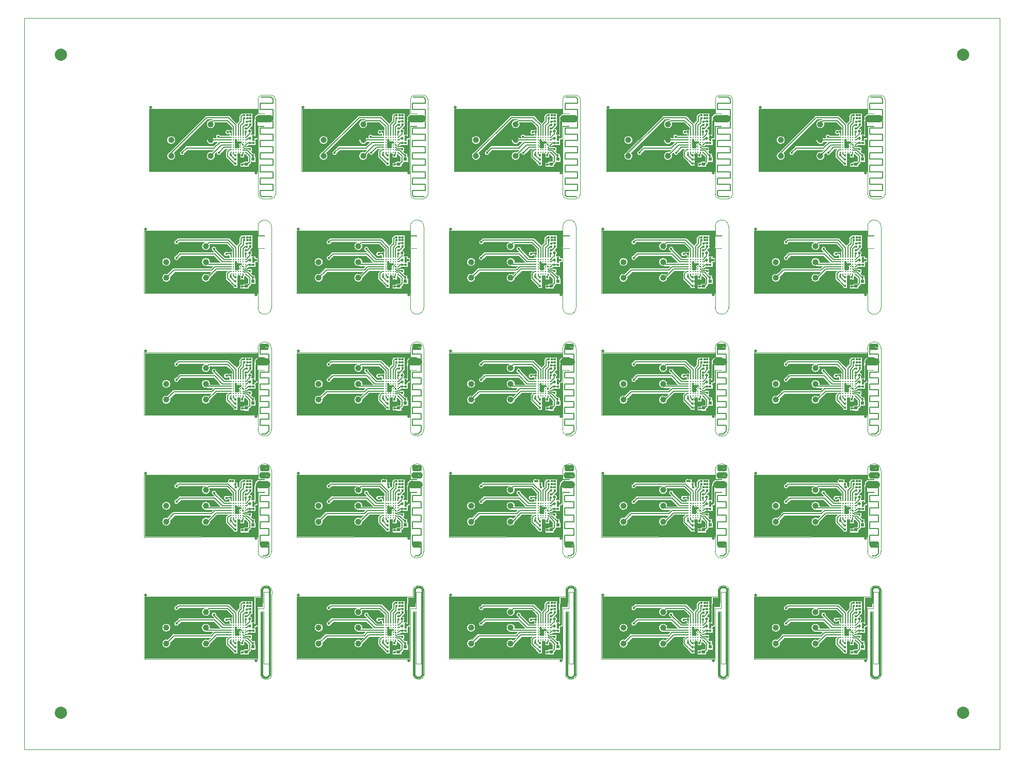
<source format=gbr>
G04 EasyPC Gerber Version 20.0.2 Build 4112 *
G04 #@! TF.Part,Single*
G04 #@! TF.FileFunction,Copper,L1,Top *
%FSLAX35Y35*%
%MOIN*%
G04 #@! TA.AperFunction,WasherPad*
%ADD123R,0.05118X0.06299*%
G04 #@! TA.AperFunction,SMDPad*
%ADD71R,0.01181X0.01181*%
%ADD96R,0.01969X0.01969*%
G04 #@! TD.AperFunction*
%ADD11C,0.00004*%
%ADD14C,0.00079*%
%ADD116C,0.00236*%
%ADD93C,0.00394*%
%ADD24C,0.00591*%
%ADD25C,0.00787*%
G04 #@! TA.AperFunction,SMDPad*
%ADD21C,0.00866*%
G04 #@! TD.AperFunction*
%ADD115C,0.01181*%
G04 #@! TA.AperFunction,ViaPad*
%ADD23C,0.01575*%
G04 #@! TA.AperFunction,WasherPad*
%ADD70C,0.01969*%
G04 #@! TA.AperFunction,ViaPad*
%ADD100C,0.02756*%
G04 #@! TA.AperFunction,WasherPad*
%ADD18C,0.03937*%
G04 #@! TD.AperFunction*
%ADD113C,0.04724*%
G04 #@! TA.AperFunction,WasherPad*
%ADD16C,0.07874*%
%AMT120*0 Rounded Rectangle Pad at angle 90*4,1,52,0.03150,-0.00394,0.03150,0.00394,0.03136,0.00599,0.03096,0.00801,0.03030,0.00996,0.02939,0.01181,0.02824,0.01352,0.02689,0.01507,0.02534,0.01643,0.02363,0.01757,0.02178,0.01848,0.01983,0.01915,0.01781,0.01955,0.01575,0.01969,-0.01575,0.01969,-0.01780,0.01955,-0.01982,0.01915,-0.02177,0.01849,-0.02362,0.01758,-0.02533,0.01643,-0.02688,0.01507,-0.02824,0.01353,-0.02938,0.01181,-0.03030,0.00997,-0.03096,0.00802,-0.03136,0.00600,-0.03150,0.00394,-0.03150,-0.00394,-0.03136,-0.00599,-0.03096,-0.00801,-0.03030,-0.00996,-0.02939,-0.01181,-0.02824,-0.01352,-0.02689,-0.01507,-0.02534,-0.01643,-0.02363,-0.01757,-0.02178,-0.01848,-0.01983,-0.01915,-0.01781,-0.01955,-0.01575,-0.01969,0.01575,-0.01969,0.01780,-0.01955,0.01982,-0.01915,0.02177,-0.01849,0.02362,-0.01758,0.02533,-0.01643,0.02688,-0.01507,0.02824,-0.01353,0.02938,-0.01181,0.03030,-0.00997,0.03096,-0.00802,0.03136,-0.00600,0.03150,-0.00394,0*%
%ADD120T120*%
%AMT126*0 Rounded Rectangle Pad at angle 90*4,1,52,0.03543,-0.00394,0.03543,0.00394,0.03530,0.00599,0.03490,0.00801,0.03424,0.00996,0.03333,0.01181,0.03218,0.01352,0.03082,0.01507,0.02928,0.01643,0.02756,0.01757,0.02572,0.01848,0.02377,0.01915,0.02175,0.01955,0.01969,0.01969,-0.01969,0.01969,-0.02174,0.01955,-0.02376,0.01915,-0.02571,0.01849,-0.02756,0.01758,-0.02927,0.01643,-0.03081,0.01507,-0.03217,0.01353,-0.03332,0.01181,-0.03423,0.00997,-0.03489,0.00802,-0.03530,0.00600,-0.03543,0.00394,-0.03543,-0.00394,-0.03530,-0.00599,-0.03490,-0.00801,-0.03424,-0.00996,-0.03333,-0.01181,-0.03218,-0.01352,-0.03082,-0.01507,-0.02928,-0.01643,-0.02756,-0.01757,-0.02572,-0.01848,-0.02377,-0.01915,-0.02175,-0.01955,-0.01969,-0.01969,0.01969,-0.01969,0.02174,-0.01955,0.02376,-0.01915,0.02571,-0.01849,0.02756,-0.01758,0.02927,-0.01643,0.03081,-0.01507,0.03217,-0.01353,0.03332,-0.01181,0.03423,-0.00997,0.03489,-0.00802,0.03530,-0.00600,0.03543,-0.00394,0*%
%ADD126T126*%
X0Y0D02*
D02*
D11*
X77413Y137346D02*
Y177665D01*
X147432Y177673*
X150637Y177665*
Y174520*
X154972*
Y174720*
X150838*
Y180287*
G75*
G02X159503I4333*
G01*
Y128102*
G75*
G02X150838I-4333*
G01*
Y166299*
X154972*
Y166500*
X150637*
Y137362*
X77413Y137346*
Y216087D02*
Y256406D01*
X147432Y256413*
X150637Y256406*
Y253260*
X154972*
Y253461*
X150838*
Y259028*
G75*
G02X159503I4333*
G01*
Y206843*
G75*
G02X150838I-4333*
G01*
Y245039*
X154972*
Y245240*
X150637*
Y216102*
X77413Y216087*
Y294827D02*
Y335146D01*
X147432Y335154*
X150637Y335146*
Y332000*
X154972*
Y332201*
X150838*
Y337768*
G75*
G02X159503I4333*
G01*
Y285583*
G75*
G02X150838I-4333*
G01*
Y323780*
X154972*
Y323980*
X150637*
Y294843*
X77413Y294827*
X77436Y58622D02*
X150669D01*
Y91335*
X154613*
Y101925*
X157755*
Y55622*
X154613*
Y89331*
X152641*
Y48764*
G75*
G03X159724I3541*
G01*
Y97815*
X159771Y102543*
G75*
G03X152641I-3565*
G01*
Y98961*
X77417*
X77436Y98941*
Y58622*
X80602Y373583D02*
Y413898D01*
X150684Y413925*
Y410772*
X155019*
Y410972*
X150881*
Y419996*
G75*
G02X153669Y422783I2787*
G01*
X159363*
G75*
G02X162106Y420041J-2743*
G01*
Y358581*
G75*
G02X159374Y355850I-2731*
G01*
X153654*
G75*
G02X150881Y358623J2773*
G01*
Y402551*
X154731*
Y402752*
X150684*
Y373614*
X80602Y373583*
X135931Y76501D02*
G75*
G02Y74926I-935J-787D01*
G01*
G75*
G02X136140Y73708I-935J-787*
G01*
G75*
G02X137358Y73499I431J-1144*
G01*
G75*
G02X138576Y73708I787J-935*
G01*
G75*
G02X138785Y74926I1144J431*
G01*
G75*
G02X140151Y76857I935J787*
G01*
G75*
G02Y77719I1144J431*
G01*
G75*
G02X138933Y77928I-431J1144*
G01*
G75*
G02X137002Y79294I-787J935*
G01*
G75*
G02X136140I-431J1144*
G01*
G75*
G02X135931Y78076I-1144J-431*
G01*
G75*
G02Y76501I-935J-787*
G01*
G36*
G75*
G02Y74926I-935J-787*
G01*
G75*
G02X136140Y73708I-935J-787*
G01*
G75*
G02X137358Y73499I431J-1144*
G01*
G75*
G02X138576Y73708I787J-935*
G01*
G75*
G02X138785Y74926I1144J431*
G01*
G75*
G02X140151Y76857I935J787*
G01*
G75*
G02Y77719I1144J431*
G01*
G75*
G02X138933Y77928I-431J1144*
G01*
G75*
G02X137002Y79294I-787J935*
G01*
G75*
G02X136140I-431J1144*
G01*
G75*
G02X135931Y78076I-1144J-431*
G01*
G75*
G02Y76501I-935J-787*
G01*
G37*
Y155241D02*
G75*
G02Y153666I-935J-787D01*
G01*
G75*
G02X136140Y152448I-935J-787*
G01*
G75*
G02X137358Y152239I431J-1144*
G01*
G75*
G02X138576Y152448I787J-935*
G01*
G75*
G02X138785Y153666I1144J431*
G01*
G75*
G02X140151Y155598I935J787*
G01*
G75*
G02Y156459I1144J431*
G01*
G75*
G02X138933Y156668I-431J1144*
G01*
G75*
G02X136923Y157603I-787J935*
G01*
G75*
G02X136924Y157642I1220J-6*
G01*
G75*
G02X136211Y157735I-183J1368*
G01*
G75*
G02X136219Y157603I-1217J-131*
G01*
G75*
G02X135931Y156816I-1222*
G01*
G75*
G02Y155241I-935J-787*
G01*
G36*
G75*
G02Y153666I-935J-787*
G01*
G75*
G02X136140Y152448I-935J-787*
G01*
G75*
G02X137358Y152239I431J-1144*
G01*
G75*
G02X138576Y152448I787J-935*
G01*
G75*
G02X138785Y153666I1144J431*
G01*
G75*
G02X140151Y155598I935J787*
G01*
G75*
G02Y156459I1144J431*
G01*
G75*
G02X138933Y156668I-431J1144*
G01*
G75*
G02X136923Y157603I-787J935*
G01*
G75*
G02X136924Y157642I1220J-6*
G01*
G75*
G02X136211Y157735I-183J1368*
G01*
G75*
G02X136219Y157603I-1217J-131*
G01*
G75*
G02X135931Y156816I-1222*
G01*
G75*
G02Y155241I-935J-787*
G01*
G37*
Y233981D02*
G75*
G02Y232406I-935J-787D01*
G01*
G75*
G02X136140Y231188I-935J-787*
G01*
G75*
G02X137358Y230979I431J-1144*
G01*
G75*
G02X138576Y231188I787J-935*
G01*
G75*
G02X138785Y232406I1144J431*
G01*
G75*
G02X140151Y234338I935J787*
G01*
G75*
G02Y235199I1144J431*
G01*
G75*
G02X138933Y235408I-431J1144*
G01*
G75*
G02X137002Y236774I-787J935*
G01*
G75*
G02X136140I-431J1144*
G01*
G75*
G02X135931Y235556I-1144J-431*
G01*
G75*
G02Y233981I-935J-787*
G01*
G36*
G75*
G02Y232406I-935J-787*
G01*
G75*
G02X136140Y231188I-935J-787*
G01*
G75*
G02X137358Y230979I431J-1144*
G01*
G75*
G02X138576Y231188I787J-935*
G01*
G75*
G02X138785Y232406I1144J431*
G01*
G75*
G02X140151Y234338I935J787*
G01*
G75*
G02Y235199I1144J431*
G01*
G75*
G02X138933Y235408I-431J1144*
G01*
G75*
G02X137002Y236774I-787J935*
G01*
G75*
G02X136140I-431J1144*
G01*
G75*
G02X135931Y235556I-1144J-431*
G01*
G75*
G02Y233981I-935J-787*
G01*
G37*
Y312721D02*
G75*
G02Y311146I-935J-787D01*
G01*
G75*
G02X136140Y309928I-935J-787*
G01*
G75*
G02X137358Y309719I431J-1144*
G01*
G75*
G02X138576Y309928I787J-935*
G01*
G75*
G02X138785Y311146I1144J431*
G01*
G75*
G02X140151Y313078I935J787*
G01*
G75*
G02Y313939I1144J431*
G01*
G75*
G02X138933Y314148I-431J1144*
G01*
G75*
G02X137002Y315514I-787J935*
G01*
G75*
G02X136140I-431J1144*
G01*
G75*
G02X135931Y314296I-1144J-431*
G01*
G75*
G02Y312721I-935J-787*
G01*
G36*
G75*
G02Y311146I-935J-787*
G01*
G75*
G02X136140Y309928I-935J-787*
G01*
G75*
G02X137358Y309719I431J-1144*
G01*
G75*
G02X138576Y309928I787J-935*
G01*
G75*
G02X138785Y311146I1144J431*
G01*
G75*
G02X140151Y313078I935J787*
G01*
G75*
G02Y313939I1144J431*
G01*
G75*
G02X138933Y314148I-431J1144*
G01*
G75*
G02X137002Y315514I-787J935*
G01*
G75*
G02X136140I-431J1144*
G01*
G75*
G02X135931Y314296I-1144J-431*
G01*
G75*
G02Y312721I-935J-787*
G01*
G37*
Y391461D02*
G75*
G02Y389887I-935J-787D01*
G01*
G75*
G02X136140Y388669I-935J-787*
G01*
G75*
G02X137358Y388459I431J-1144*
G01*
G75*
G02X138576Y388669I787J-935*
G01*
G75*
G02X138785Y389887I1144J431*
G01*
G75*
G02X140151Y391818I935J787*
G01*
G75*
G02Y392680I1144J431*
G01*
G75*
G02X138933Y392889I-431J1144*
G01*
G75*
G02X137002Y394254I-787J935*
G01*
G75*
G02X136140I-431J1144*
G01*
G75*
G02X135931Y393036I-1144J-431*
G01*
G75*
G02Y391461I-935J-787*
G01*
G36*
G75*
G02Y389887I-935J-787*
G01*
G75*
G02X136140Y388669I-935J-787*
G01*
G75*
G02X137358Y388459I431J-1144*
G01*
G75*
G02X138576Y388669I787J-935*
G01*
G75*
G02X138785Y389887I1144J431*
G01*
G75*
G02X140151Y391818I935J787*
G01*
G75*
G02Y392680I1144J431*
G01*
G75*
G02X138933Y392889I-431J1144*
G01*
G75*
G02X137002Y394254I-787J935*
G01*
G75*
G02X136140I-431J1144*
G01*
G75*
G02X135931Y393036I-1144J-431*
G01*
G75*
G02Y391461I-935J-787*
G01*
G37*
X141587Y76101D02*
G75*
G02X140865Y76144I-292J1187D01*
G01*
G75*
G02X140873Y75307I-1144J-431*
G01*
G75*
G02X141580Y75348I422J-1168*
G01*
G75*
G02X141530Y75713I1289J365*
G01*
G75*
G02X141587Y76101I1341J1*
G01*
G36*
G75*
G02X140865Y76144I-292J1187*
G01*
G75*
G02X140873Y75307I-1144J-431*
G01*
G75*
G02X141580Y75348I422J-1168*
G01*
G75*
G02X141530Y75713I1289J365*
G01*
G75*
G02X141587Y76101I1341J1*
G01*
G37*
Y154841D02*
G75*
G02X140865Y154884I-292J1187D01*
G01*
G75*
G02X140873Y154047I-1144J-431*
G01*
G75*
G02X141580Y154088I422J-1168*
G01*
G75*
G02X141530Y154454I1289J365*
G01*
G75*
G02X141587Y154841I1341J1*
G01*
G36*
G75*
G02X140865Y154884I-292J1187*
G01*
G75*
G02X140873Y154047I-1144J-431*
G01*
G75*
G02X141580Y154088I422J-1168*
G01*
G75*
G02X141530Y154454I1289J365*
G01*
G75*
G02X141587Y154841I1341J1*
G01*
G37*
Y233581D02*
G75*
G02X140865Y233624I-292J1187D01*
G01*
G75*
G02X140873Y232787I-1144J-431*
G01*
G75*
G02X141580Y232828I422J-1168*
G01*
G75*
G02X141530Y233194I1289J365*
G01*
G75*
G02X141587Y233581I1341J1*
G01*
G36*
G75*
G02X140865Y233624I-292J1187*
G01*
G75*
G02X140873Y232787I-1144J-431*
G01*
G75*
G02X141580Y232828I422J-1168*
G01*
G75*
G02X141530Y233194I1289J365*
G01*
G75*
G02X141587Y233581I1341J1*
G01*
G37*
Y312322D02*
G75*
G02X140865Y312365I-292J1187D01*
G01*
G75*
G02X140873Y311527I-1144J-431*
G01*
G75*
G02X141580Y311568I422J-1168*
G01*
G75*
G02X141530Y311934I1289J365*
G01*
G75*
G02X141587Y312322I1341J1*
G01*
G36*
G75*
G02X140865Y312365I-292J1187*
G01*
G75*
G02X140873Y311527I-1144J-431*
G01*
G75*
G02X141580Y311568I422J-1168*
G01*
G75*
G02X141530Y311934I1289J365*
G01*
G75*
G02X141587Y312322I1341J1*
G01*
G37*
Y391062D02*
G75*
G02X140865Y391105I-292J1187D01*
G01*
G75*
G02X140873Y390267I-1144J-431*
G01*
G75*
G02X141580Y390308I422J-1168*
G01*
G75*
G02X141530Y390674I1289J365*
G01*
G75*
G02X141587Y391062I1341J1*
G01*
G36*
G75*
G02X140865Y391105I-292J1187*
G01*
G75*
G02X140873Y390267I-1144J-431*
G01*
G75*
G02X141580Y390308I422J-1168*
G01*
G75*
G02X141530Y390674I1289J365*
G01*
G75*
G02X141587Y391062I1341J1*
G01*
G37*
X148348Y98563D02*
X77834D01*
Y59020*
X150271*
Y79485*
X150270Y79485*
G75*
G02X149291Y79081I-976J975*
G01*
X149281*
G75*
G02X149289Y78922I-1490J-157*
G01*
Y78909*
G75*
G02X149172Y78329I-1498*
G01*
Y75561*
X146863*
Y75541*
X145786*
G75*
G02X145483Y75507I-303J1306*
G01*
X144747*
X144006Y74765*
G75*
G02X143787Y74589I-948J950*
G01*
X145487*
G75*
G02X146182Y74376J-1242*
G01*
X146867*
Y71616*
X146215*
X147459Y70372*
X148836*
Y69498*
G75*
G02X148935Y68992I-1242J-506*
G01*
Y68224*
X149369*
Y64677*
X146663*
G75*
G02X146307Y63931I-1235J132*
G01*
X145039Y62661*
Y61528*
X141491*
Y61608*
X139265*
Y64368*
X140356*
G75*
G02X140645Y64400I289J-1310*
G01*
X141491*
Y65075*
X143938*
X144186Y65323*
Y67955*
X142430Y69680*
G75*
G02X142132Y69179I-1135J335*
G01*
X142025Y69072*
Y67455*
X139265*
Y69855*
G75*
G02X138933Y70054I455J1134*
G01*
G75*
G02X137544Y69924I-787J935*
G01*
Y62073*
X134785*
Y62900*
X130269Y67415*
G75*
G02X129922Y68252I837J837*
G01*
Y68252*
G75*
G02Y68254I389J1*
G01*
Y71187*
G75*
G02Y71189I389J1*
G01*
Y71189*
G75*
G02X130269Y72026I1183*
G01*
X131199Y72956*
X124328*
X119975Y68603*
G75*
G02X119976Y68543I-2765J-66*
G01*
G75*
G02X114460I-2758*
G01*
G75*
G02X118816Y70790I2758*
G01*
X120347Y72321*
X97248*
X94267Y69340*
G75*
G02X91627Y65785I-2640J-798*
G01*
G75*
G02Y71300J2758*
G01*
G75*
G02X92342Y71206I0J-2758*
G01*
X95744Y74609*
G75*
G02X96694Y75002I948J-948*
G01*
X120458*
X121563Y76105*
X117894*
G75*
G02X114460Y78779I-676J2674*
G01*
G75*
G02X119976I2758*
G01*
G75*
G02X119958Y78471I-2758J1*
G01*
X126345*
X122260Y82557*
X101232*
X99756Y81081*
G75*
G02X96627Y81358I-1552J277*
G01*
G75*
G02X97753Y82869I1577*
G01*
X99727Y84844*
G75*
G02X100676Y85238I950J-946*
G01*
X122352*
X121862Y85729*
G75*
G02X120840Y87205I555J1476*
G01*
G75*
G02X123993I1577*
G01*
G75*
G02X123974Y86962I-1578J1*
G01*
X129316Y81621*
X132263*
G75*
G02X132238Y82320I1158J392*
G01*
Y82825*
X131863*
Y83022*
X131860*
G75*
G02X130020Y82422I-1306J884*
G01*
G75*
G02X130080Y85409I141J1491*
G01*
G75*
G02X131092Y85388I475J-1504*
G01*
X131863*
Y85585*
X133813*
Y86938*
X130600Y90152*
X119730*
G75*
G02X117218Y86257I-2513J-1137*
G01*
G75*
G02X116177Y91569J2758*
G01*
X100161*
X99797Y91205*
G75*
G02X99257Y90315I-1471J283*
G01*
G75*
G02X96627Y91488I-1053J1174*
G01*
G75*
G02X97817Y93017I1577*
G01*
X98657Y93857*
G75*
G02X99607Y94250I948J-948*
G01*
X131740*
G75*
G02X132690Y93856J-1341*
G01*
X136992Y89553*
G75*
G02X137208Y89828I1154J-682*
G01*
X138730Y91319*
Y93913*
G75*
G02X139122Y94861I1341*
G01*
X139992Y95731*
G75*
G02X140462Y96036I948J-948*
G01*
Y96163*
X147159*
Y87498*
X146769*
G75*
G02X146615Y87309I-990J648*
G01*
X145548Y86242*
G75*
G02X146643Y83179I-119J-1770*
G01*
Y82681*
G75*
G02X146641Y82620I-1243J2*
G01*
X148383*
Y90350*
G75*
G02X148230Y91020I1384J670*
G01*
Y93764*
G75*
G02X148348Y94355I1537*
G01*
Y98563*
X88869Y78779D02*
G75*
G02X94385I2758D01*
G01*
G75*
G02X88869I-2758*
G01*
X126037D02*
G36*
X119976D01*
G75*
G02X119958Y78471I-2737*
G01*
X126345*
X126037Y78779*
G37*
X149284D02*
G36*
G75*
G02X149172Y78329I-1493J131D01*
G01*
Y75561*
X146863*
Y75541*
X145786*
G75*
G02X145483Y75507I-302J1302*
G01*
X144747*
X144006Y74765*
G75*
G02X143787Y74589I-946J948*
G01*
X145487*
G75*
G02X146182Y74376J-1241*
G01*
X146867*
Y71616*
X146215*
X147459Y70372*
X148836*
Y69498*
G75*
G02X148935Y68992I-1252J-508*
G01*
Y68224*
X149369*
Y64677*
X146663*
G75*
G02X146307Y63931I-1234J132*
G01*
X145039Y62661*
Y61528*
X141491*
Y61608*
X139265*
Y64368*
X140356*
G75*
G02X140645Y64400I289J-1307*
G01*
X141491*
Y65075*
X143938*
X144186Y65323*
Y67955*
X142430Y69680*
G75*
G02X142132Y69179I-1135J336*
G01*
X142025Y69072*
Y67455*
X139265*
Y69855*
G75*
G02X138933Y70054I447J1120*
G01*
G75*
G02X137544Y69924I-787J935*
G01*
Y62073*
X134785*
Y62900*
X130269Y67415*
G75*
G02X129922Y68252I838J837*
G01*
Y68252*
Y68254*
Y71187*
Y71189*
Y71189*
G75*
G02X130269Y72026I1185J0*
G01*
X131199Y72956*
X124328*
X119975Y68603*
G75*
G02X119976Y68543I-181646J-2405*
G01*
G75*
G02X114460I-2758*
G01*
G75*
G02X118816Y70790I2758J0*
G01*
X120347Y72321*
X97248*
X94267Y69340*
G75*
G02X94385Y68543I-2640J-797*
G01*
G75*
G02X91627Y65785I-2758*
G01*
G75*
G02X88869Y68543J2758*
G01*
G75*
G02X91627Y71300I2758*
G01*
G75*
G02X92342Y71206I0J-2762*
G01*
X95744Y74609*
G75*
G02X96694Y75002I948J-948*
G01*
X120458*
X121563Y76105*
X117894*
G75*
G02X114460Y78779I-676J2674*
G01*
X94385*
G75*
G02X88869I-2758*
G01*
X77836*
Y59022*
X150269*
Y78779*
X149284*
G37*
X148348Y98561D02*
G36*
X77836D01*
Y78779*
X88869*
G75*
G02X94385I2758*
G01*
X114460*
G75*
G02X119976I2758*
G01*
X126037*
X122260Y82557*
X101232*
X99756Y81081*
G75*
G02X96627Y81358I-1552J278*
G01*
G75*
G02X97753Y82869I1576*
G01*
X99727Y84844*
G75*
G02X100676Y85238I950J-948*
G01*
X122352*
X121862Y85729*
G75*
G02X120840Y87204I554J1476*
G01*
Y87205*
G75*
G02X123993I1577*
G01*
Y87204*
G75*
G02X123974Y86962I-1562*
G01*
X129316Y81621*
X132263*
G75*
G02X132199Y82013I1158J392*
G01*
G75*
G02X132238Y82320I1221*
G01*
Y82825*
X131863*
Y83022*
X131860*
G75*
G02X130020Y82422I-1306J884*
G01*
G75*
G02X128663Y83913I141J1491*
G01*
G75*
G02X130080Y85409I1498*
G01*
G75*
G02X131092Y85388I475J-1503*
G01*
X131863*
Y85585*
X133813*
Y86938*
X130600Y90152*
X119730*
G75*
G02X119976Y89015I-2512J-1137*
G01*
G75*
G02X117218Y86257I-2758*
G01*
G75*
G02X114460Y89015J2758*
G01*
G75*
G02X116177Y91569I2758*
G01*
X100161*
X99797Y91205*
G75*
G02X99257Y90315I-1471J283*
G01*
G75*
G02X96627Y91488I-1053J1174*
G01*
Y91489*
G75*
G02X97817Y93017I1576*
G01*
X98657Y93857*
G75*
G02X99607Y94250I948J-948*
G01*
X131740*
G75*
G02X132690Y93856I-1J-1343*
G01*
X136992Y89553*
G75*
G02X137208Y89828I1161J-688*
G01*
X138730Y91319*
Y93913*
G75*
G02X139122Y94861I1341*
G01*
X139992Y95731*
G75*
G02X140462Y96036I953J-956*
G01*
Y96163*
X147159*
Y87498*
X146769*
G75*
G02X146615Y87309I-1010J663*
G01*
X145548Y86242*
G75*
G02X147203Y84472I-119J-1770*
G01*
G75*
G02X146643Y83179I-1774*
G01*
Y82681*
G75*
G02X146641Y82620I-1199J0*
G01*
X148383*
Y90350*
G75*
G02X148230Y91020I1386J670*
G01*
Y93764*
G75*
G02X148348Y94355I1544J-1*
G01*
Y98561*
G37*
X150269Y79484D02*
G36*
G75*
G02X149291Y79081I-974J975D01*
G01*
X149281*
G75*
G02X149289Y78926I-1444J-155*
G01*
G75*
G02Y78922I-1504J-2*
G01*
Y78909*
G75*
G02X149284Y78779I-1499J-2*
G01*
X150269*
Y79484*
G37*
X150239Y253283D02*
Y256009D01*
X147431Y256016*
X77810Y256008*
Y216484*
X150239Y216500*
Y236935*
G75*
G02X149291Y236561I-945J1006*
G01*
X149281*
G75*
G02X149289Y236402I-1490J-157*
G01*
Y236390*
G75*
G02X149172Y235809I-1498*
G01*
Y233041*
X146863*
Y233022*
X145786*
G75*
G02X145483Y232987I-303J1306*
G01*
X144747*
X144006Y232246*
G75*
G02X143787Y232069I-948J950*
G01*
X145487*
G75*
G02X146182Y231856J-1242*
G01*
X146867*
Y229096*
X146215*
X147459Y227852*
X148836*
Y226979*
G75*
G02X148935Y226472I-1242J-506*
G01*
Y225705*
X149369*
Y222157*
X146663*
G75*
G02X146307Y221412I-1235J132*
G01*
X145039Y220141*
Y219008*
X141491*
Y219089*
X139265*
Y221848*
X140356*
G75*
G02X140645Y221880I289J-1310*
G01*
X141491*
Y222555*
X143938*
X144186Y222804*
Y225435*
X142430Y227161*
G75*
G02X142132Y226659I-1135J335*
G01*
X142025Y226552*
Y224935*
X139265*
Y227335*
G75*
G02X138933Y227534I455J1134*
G01*
G75*
G02X137544Y227405I-787J935*
G01*
Y219553*
X134785*
Y220380*
X130269Y224896*
G75*
G02X129922Y225732I837J837*
G01*
Y225733*
G75*
G02Y225735I389J1*
G01*
Y228667*
G75*
G02Y228669I389J1*
G01*
Y228669*
G75*
G02X130269Y229506I1183*
G01*
X131199Y230436*
X124328*
X119975Y226083*
G75*
G02X119976Y226023I-2765J-66*
G01*
G75*
G02X114460I-2758*
G01*
G75*
G02X118816Y228270I2758*
G01*
X120347Y229801*
X97248*
X94267Y226820*
G75*
G02X91627Y223265I-2640J-798*
G01*
G75*
G02Y228781J2758*
G01*
G75*
G02X92342Y228687I0J-2758*
G01*
X95744Y232090*
G75*
G02X96694Y232482I948J-948*
G01*
X120458*
X121563Y233585*
X117894*
G75*
G02X114460Y236259I-676J2674*
G01*
G75*
G02X119976I2758*
G01*
G75*
G02X119958Y235952I-2758J1*
G01*
X126345*
X122260Y240037*
X101232*
X99756Y238561*
G75*
G02X96627Y238839I-1552J277*
G01*
G75*
G02X97753Y240349I1577*
G01*
X99727Y242324*
G75*
G02X100676Y242719I950J-946*
G01*
X122352*
X121862Y243209*
G75*
G02X120840Y244685I555J1476*
G01*
G75*
G02X123993I1577*
G01*
G75*
G02X123974Y244443I-1578J1*
G01*
X129316Y239101*
X132263*
G75*
G02X132238Y239801I1158J392*
G01*
Y240305*
X131863*
Y240502*
X131860*
G75*
G02X130020Y239902I-1306J884*
G01*
G75*
G02X130080Y242889I141J1491*
G01*
G75*
G02X131092Y242868I475J-1504*
G01*
X131863*
Y243065*
X133813*
Y244419*
X130600Y247632*
X119730*
G75*
G02X117218Y243737I-2513J-1137*
G01*
G75*
G02X116177Y249049J2758*
G01*
X100161*
X99797Y248685*
G75*
G02X99257Y247795I-1471J283*
G01*
G75*
G02X96627Y248969I-1053J1174*
G01*
G75*
G02X97817Y250497I1577*
G01*
X98657Y251338*
G75*
G02X99607Y251730I948J-948*
G01*
X131740*
G75*
G02X132690Y251336J-1341*
G01*
X136992Y247033*
G75*
G02X137208Y247308I1154J-682*
G01*
X138730Y248800*
Y251394*
G75*
G02X139122Y252342I1341*
G01*
X139992Y253212*
G75*
G02X140462Y253516I948J-948*
G01*
Y253644*
X147159*
Y244978*
X146769*
G75*
G02X146615Y244789I-990J648*
G01*
X145548Y243722*
G75*
G02X146643Y240659I-119J-1770*
G01*
Y240161*
G75*
G02X146641Y240100I-1243J2*
G01*
X148383*
Y247830*
G75*
G02X148525Y249406I1384J670*
G01*
G75*
G02X150239Y253283I2990J996*
G01*
X88869Y236259D02*
G75*
G02X94385I2758D01*
G01*
G75*
G02X88869I-2758*
G01*
X150237Y216500D02*
G36*
Y236259D01*
X149284*
G75*
G02X149172Y235809I-1493J131*
G01*
Y233041*
X146863*
Y233022*
X145786*
G75*
G02X145483Y232987I-302J1302*
G01*
X144747*
X144006Y232246*
G75*
G02X143787Y232069I-946J948*
G01*
X145487*
G75*
G02X146182Y231856J-1241*
G01*
X146867*
Y229096*
X146215*
X147459Y227852*
X148836*
Y226979*
G75*
G02X148935Y226472I-1252J-508*
G01*
Y225705*
X149369*
Y222157*
X146663*
G75*
G02X146307Y221412I-1234J132*
G01*
X145039Y220141*
Y219008*
X141491*
Y219089*
X139265*
Y221848*
X140356*
G75*
G02X140645Y221880I289J-1307*
G01*
X141491*
Y222555*
X143938*
X144186Y222804*
Y225435*
X142430Y227161*
G75*
G02X142132Y226659I-1135J336*
G01*
X142025Y226552*
Y224935*
X139265*
Y227335*
G75*
G02X138933Y227534I447J1120*
G01*
G75*
G02X137544Y227405I-787J935*
G01*
Y219553*
X134785*
Y220380*
X130269Y224896*
G75*
G02X129922Y225732I838J837*
G01*
Y225733*
Y225735*
Y228667*
Y228669*
Y228669*
G75*
G02X130269Y229506I1185J0*
G01*
X131199Y230436*
X124328*
X119975Y226083*
G75*
G02X119976Y226023I-181646J-2405*
G01*
G75*
G02X114460I-2758*
G01*
G75*
G02X118816Y228270I2758J0*
G01*
X120347Y229801*
X97248*
X94267Y226820*
G75*
G02X94385Y226023I-2640J-797*
G01*
G75*
G02X91627Y223265I-2758*
G01*
G75*
G02X88869Y226023J2758*
G01*
G75*
G02X91627Y228781I2758*
G01*
G75*
G02X92342Y228687I0J-2762*
G01*
X95744Y232090*
G75*
G02X96694Y232482I948J-948*
G01*
X120458*
X121563Y233585*
X117894*
G75*
G02X114460Y236259I-676J2674*
G01*
X94385*
G75*
G02X88869I-2758*
G01*
X77812*
Y216486*
X86864*
X150237Y216500*
G37*
X126037Y236259D02*
G36*
X119976D01*
G75*
G02X119958Y235952I-2737*
G01*
X126345*
X126037Y236259*
G37*
X150237Y236933D02*
G36*
G75*
G02X149291Y236561I-944J1009D01*
G01*
X149281*
G75*
G02X149289Y236406I-1444J-155*
G01*
G75*
G02Y236402I-1504J-2*
G01*
Y236390*
G75*
G02X149284Y236259I-1499J-2*
G01*
X150237*
Y236933*
G37*
Y256009D02*
G36*
X148211Y256014D01*
X130026*
X77812Y256008*
Y236259*
X88869*
G75*
G02X94385I2758*
G01*
X114460*
G75*
G02X119976I2758*
G01*
X126037*
X122260Y240037*
X101232*
X99756Y238561*
G75*
G02X96627Y238839I-1552J278*
G01*
G75*
G02X97753Y240349I1576*
G01*
X99727Y242324*
G75*
G02X100676Y242719I950J-948*
G01*
X122352*
X121862Y243209*
G75*
G02X120840Y244685I554J1476*
G01*
Y244685*
G75*
G02X123993I1577*
G01*
Y244685*
G75*
G02X123974Y244443I-1562*
G01*
X129316Y239101*
X132263*
G75*
G02X132199Y239493I1158J392*
G01*
G75*
G02X132238Y239801I1221*
G01*
Y240305*
X131863*
Y240502*
X131860*
G75*
G02X130020Y239902I-1306J884*
G01*
G75*
G02X128663Y241394I141J1491*
G01*
G75*
G02X130080Y242889I1498*
G01*
G75*
G02X131092Y242868I475J-1503*
G01*
X131863*
Y243065*
X133813*
Y244419*
X130600Y247632*
X119730*
G75*
G02X119976Y246495I-2512J-1137*
G01*
G75*
G02X117218Y243737I-2758*
G01*
G75*
G02X114460Y246495J2758*
G01*
G75*
G02X116177Y249049I2758*
G01*
X100161*
X99797Y248685*
G75*
G02X99257Y247795I-1471J283*
G01*
G75*
G02X96627Y248969I-1053J1174*
G01*
Y248969*
G75*
G02X97817Y250497I1576*
G01*
X98657Y251338*
G75*
G02X99607Y251730I948J-948*
G01*
X131740*
G75*
G02X132690Y251336I-1J-1343*
G01*
X136992Y247033*
G75*
G02X137208Y247308I1161J-688*
G01*
X138730Y248800*
Y251394*
G75*
G02X139122Y252342I1341*
G01*
X139992Y253212*
G75*
G02X140462Y253516I953J-956*
G01*
Y253644*
X147159*
Y244978*
X146769*
G75*
G02X146615Y244789I-1010J663*
G01*
X145548Y243722*
G75*
G02X147203Y241953I-119J-1770*
G01*
G75*
G02X146643Y240659I-1774*
G01*
Y240161*
G75*
G02X146641Y240100I-1199J0*
G01*
X148383*
Y247830*
G75*
G02X148230Y248500I1385J670*
G01*
G75*
G02X148525Y249406I1538J0*
G01*
G75*
G02X148363Y250402I2991J996*
G01*
G75*
G02X150237Y253283I3152*
G01*
Y256009*
G37*
X150383Y410511D02*
G75*
G02X150287Y410772I301J260D01*
G01*
Y413528*
X80999Y413500*
Y373980*
X150287Y374012*
Y394146*
G75*
G02X149760Y394041I-526J1276*
G01*
X149281*
G75*
G02X149289Y393883I-1490J-157*
G01*
Y393870*
G75*
G02X149172Y393290I-1498*
G01*
Y390522*
X146863*
Y390502*
X145786*
G75*
G02X145483Y390467I-303J1306*
G01*
X144747*
X144006Y389726*
G75*
G02X143787Y389549I-948J950*
G01*
X145487*
G75*
G02X146182Y389337J-1242*
G01*
X146867*
Y386577*
X146215*
X147459Y385333*
X148836*
Y384459*
G75*
G02X148935Y383953I-1242J-506*
G01*
Y383185*
X149369*
Y379638*
X146663*
G75*
G02X146307Y378892I-1235J132*
G01*
X145039Y377622*
Y376488*
X141491*
Y376569*
X139265*
Y379329*
X140356*
G75*
G02X140645Y379360I289J-1310*
G01*
X141491*
Y380035*
X143938*
X144186Y380284*
Y382916*
X142430Y384641*
G75*
G02X142132Y384140I-1135J335*
G01*
X142025Y384033*
Y382415*
X139265*
Y384815*
G75*
G02X138933Y385015I455J1134*
G01*
G75*
G02X137544Y384885I-787J935*
G01*
Y377033*
X134785*
Y377860*
X130269Y382376*
G75*
G02X129922Y383213I837J837*
G01*
Y383213*
G75*
G02Y383215I389J1*
G01*
Y386147*
G75*
G02Y386149I389J1*
G01*
Y386150*
G75*
G02X130269Y386986I1183*
G01*
X131041Y387759*
X129594*
X127096Y385260*
G75*
G02X123974Y385575I-1545J315*
G01*
G75*
G02X123974Y385606I1577J-5*
G01*
X122919Y384550*
G75*
G02X120367Y380745I-2551J-1047*
G01*
G75*
G02Y386261J2758*
G01*
G75*
G02X121165Y386143I0J-2758*
G01*
X122371Y387349*
X105366*
X103501Y385440*
G75*
G02Y385425I-1575J-7*
G01*
G75*
G02X100348I-1577*
G01*
G75*
G02X100950Y386665I1577*
G01*
G75*
G02X100965Y386681I980J-916*
G01*
X103843Y389626*
G75*
G02X104804Y390030I959J-937*
G01*
X122098*
X124550Y392483*
X122822*
G75*
G02X117609Y393739I-2455J1256*
G01*
G75*
G02X122729Y395164I2758*
G01*
X123811*
G75*
G02X126543Y396739I1377J769*
G01*
X132222*
G75*
G02X132238Y397281I1200J235*
G01*
Y397640*
G75*
G02X129670Y398866I-991J1226*
G01*
G75*
G02X131785Y400348I1577*
G01*
X131863*
Y400545*
X133813*
Y401899*
X130600Y405112*
X122880*
G75*
G02X120367Y401218I-2513J-1137*
G01*
G75*
G02Y406733J2758*
G01*
G75*
G02X120739Y406708I-1J-2759*
G01*
X121339Y407093*
X118190*
X96637Y385539*
G75*
G02X94777Y380745I-1860J-2036*
G01*
G75*
G02X93853Y386102J2758*
G01*
X116863Y409112*
G75*
G02X117702Y409459I837J-837*
G01*
X131753*
G75*
G02X132592Y409112I2J-1183*
G01*
X137071Y404633*
G75*
G02X137208Y404789I1074J-803*
G01*
X138730Y406280*
Y408874*
G75*
G02X139122Y409822I1341*
G01*
X139992Y410692*
G75*
G02X140462Y410996I948J-948*
G01*
Y411124*
X147159*
Y402459*
X146769*
G75*
G02X146615Y402270I-990J648*
G01*
X145548Y401203*
G75*
G02X146643Y398140I-119J-1770*
G01*
Y397642*
G75*
G02X146641Y397581I-1243J2*
G01*
X148380*
Y405807*
G75*
G02X148565Y406498I1380J0*
G01*
G75*
G02X150383Y410511I2962J1076*
G01*
X92019Y393739D02*
G75*
G02X97535I2758D01*
G01*
G75*
G02X92019I-2758*
G01*
X150287D02*
G36*
X149284D01*
G75*
G02X149172Y393290I-1493J131*
G01*
Y390522*
X146863*
Y390502*
X145786*
G75*
G02X145483Y390467I-302J1302*
G01*
X144747*
X144006Y389726*
G75*
G02X143787Y389549I-946J948*
G01*
X145487*
G75*
G02X146182Y389337J-1241*
G01*
X146867*
Y386577*
X146215*
X147459Y385333*
X148836*
Y384459*
G75*
G02X148935Y383953I-1252J-508*
G01*
Y383185*
X149369*
Y379638*
X146663*
G75*
G02X146307Y378892I-1234J132*
G01*
X145039Y377622*
Y376488*
X141491*
Y376569*
X139265*
Y379329*
X140356*
G75*
G02X140645Y379360I289J-1307*
G01*
X141491*
Y380035*
X143938*
X144186Y380284*
Y382916*
X142430Y384641*
G75*
G02X142132Y384140I-1135J336*
G01*
X142025Y384033*
Y382415*
X139265*
Y384815*
G75*
G02X138933Y385015I447J1120*
G01*
G75*
G02X137544Y384885I-787J935*
G01*
Y377033*
X134785*
Y377860*
X130269Y382376*
G75*
G02X129922Y383213I838J837*
G01*
Y383213*
Y383215*
Y386147*
Y386149*
Y386150*
G75*
G02X130269Y386986I1185J0*
G01*
X131041Y387759*
X129594*
X127096Y385260*
G75*
G02X123974Y385575I-1545J315*
G01*
G75*
G02Y385583I615J4*
G01*
G75*
G02X123974Y385606I594J1*
G01*
X122919Y384550*
G75*
G02X123125Y383503I-2551J-1048*
G01*
G75*
G02X120367Y380745I-2758*
G01*
G75*
G02X117609Y383503J2758*
G01*
G75*
G02X120367Y386261I2758*
G01*
G75*
G02X121165Y386143I2J-2744*
G01*
X122371Y387349*
X105366*
X103501Y385440*
Y385425*
G75*
G02X100348I-1577*
G01*
Y385426*
G75*
G02X100950Y386665I1576*
G01*
X100965Y386681*
X103843Y389626*
G75*
G02X104804Y390030I959J-937*
G01*
X122098*
X124550Y392483*
X122822*
G75*
G02X117609Y393739I-2455J1256*
G01*
X104837*
X96637Y385539*
G75*
G02X97535Y383503I-1860J-2036*
G01*
G75*
G02X94777Y380745I-2758*
G01*
G75*
G02X92019Y383503J2758*
G01*
G75*
G02X93853Y386102I2758*
G01*
X101491Y393739*
X97535*
G75*
G02X92019I-2758*
G01*
X81001*
Y373982*
X85330*
X150287Y374012*
Y393739*
G37*
X150381Y410514D02*
G36*
G75*
G02X150287Y410770I300J257D01*
G01*
G75*
G02Y410772I368J1*
G01*
Y413526*
X145337*
X81001Y413500*
Y393739*
X92019*
G75*
G02X97535I2758*
G01*
X101491*
X116863Y409112*
G75*
G02X117702Y409459I838J-839*
G01*
X131753*
G75*
G02X132592Y409112I1J-1186*
G01*
X137071Y404633*
G75*
G02X137208Y404789I1067J-798*
G01*
X138730Y406280*
Y408874*
G75*
G02X139122Y409822I1341*
G01*
X139992Y410692*
G75*
G02X140462Y410996I953J-956*
G01*
Y411124*
X147159*
Y402459*
X146769*
G75*
G02X146615Y402270I-1010J663*
G01*
X145548Y401203*
G75*
G02X147203Y399433I-119J-1770*
G01*
G75*
G02X146643Y398140I-1774*
G01*
Y397642*
G75*
G02X146641Y397581I-1199J0*
G01*
X148380*
Y405807*
G75*
G02X148565Y406498I1384J-1*
G01*
G75*
G02X148376Y407575I2963J1076*
G01*
G75*
G02X150381Y410511I3152*
G01*
Y410514*
G37*
X117609Y393739D02*
G36*
G75*
G02X122729Y395164I2758D01*
G01*
X123811*
G75*
G02X123611Y395933I1376J769*
G01*
G75*
G02X126543Y396739I1577*
G01*
X132222*
G75*
G02X132199Y396974I1206J234*
G01*
G75*
G02X132238Y397281I1227J1*
G01*
Y397640*
G75*
G02X129670Y398866I-991J1226*
G01*
G75*
G02X131785Y400348I1577J0*
G01*
X131863*
Y400545*
X133813*
Y401899*
X130600Y405112*
X122880*
G75*
G02X123125Y403976I-2512J-1137*
G01*
G75*
G02X120367Y401218I-2758*
G01*
G75*
G02X117609Y403976J2758*
G01*
G75*
G02X120367Y406733I2758*
G01*
G75*
G02X120739Y406708I0J-2740*
G01*
X121339Y407093*
X118190*
X104837Y393739*
X117609*
G37*
X150287D02*
G36*
Y394146D01*
G75*
G02X149760Y394041I-527J1280*
G01*
X149281*
G75*
G02X149289Y393887I-1444J-155*
G01*
G75*
G02Y393883I-1504J-2*
G01*
Y393870*
G75*
G02X149284Y393739I-1499J-2*
G01*
X150287*
G37*
X150510Y174143D02*
G75*
G02X150239Y174520I127J377D01*
G01*
Y177269*
X147431Y177276*
X77810Y177268*
Y137744*
X150239Y137760*
Y158166*
X149877Y157804*
G75*
G02X149276Y157452I-976J975*
G01*
G75*
G02X149172Y157069I-1486J199*
G01*
Y154301*
X146863*
Y154281*
X145786*
G75*
G02X145483Y154247I-303J1306*
G01*
X144747*
X144006Y153506*
G75*
G02X143787Y153329I-948J950*
G01*
X145487*
G75*
G02X146182Y153116J-1242*
G01*
X146867*
Y150356*
X146215*
X147459Y149112*
X148836*
Y148239*
G75*
G02X148935Y147732I-1242J-506*
G01*
Y146965*
X149369*
Y143417*
X146663*
G75*
G02X146307Y142672I-1235J132*
G01*
X145039Y141401*
Y140268*
X141491*
Y140348*
X139265*
Y143108*
X140356*
G75*
G02X140645Y143140I289J-1310*
G01*
X141491*
Y143815*
X143938*
X144186Y144063*
Y146695*
X142430Y148420*
G75*
G02X142132Y147919I-1135J335*
G01*
X142025Y147812*
Y146195*
X139265*
Y148595*
G75*
G02X138933Y148794I455J1134*
G01*
G75*
G02X137544Y148665I-787J935*
G01*
Y140813*
X134785*
Y141640*
X130269Y146156*
G75*
G02X129922Y146992I837J837*
G01*
Y146993*
G75*
G02Y146994I389J1*
G01*
Y149927*
G75*
G02Y149929I389J1*
G01*
Y149929*
G75*
G02X130269Y150766I1183*
G01*
X131199Y151696*
X124328*
X119975Y147343*
G75*
G02X119976Y147283I-2765J-66*
G01*
G75*
G02X114460I-2758*
G01*
G75*
G02X118816Y149530I2758*
G01*
X120347Y151061*
X97248*
X94267Y148080*
G75*
G02X91627Y144525I-2640J-798*
G01*
G75*
G02Y150041J2758*
G01*
G75*
G02X92342Y149946I0J-2758*
G01*
X95744Y153350*
G75*
G02X96694Y153742I948J-948*
G01*
X120458*
X121563Y154845*
X117894*
G75*
G02X114460Y157519I-676J2674*
G01*
G75*
G02X119976I2758*
G01*
G75*
G02X119958Y157211I-2758J1*
G01*
X126345*
X122260Y161297*
X101232*
X99756Y159821*
G75*
G02X96627Y160098I-1552J277*
G01*
G75*
G02X97753Y161609I1577*
G01*
X99727Y163584*
G75*
G02X100676Y163978I950J-946*
G01*
X122352*
X121862Y164469*
G75*
G02X120840Y165945I555J1476*
G01*
G75*
G02X123993I1577*
G01*
G75*
G02X123974Y165702I-1578J1*
G01*
X129316Y160361*
X132263*
G75*
G02X132238Y161061I1158J392*
G01*
Y161565*
X131863*
Y161762*
X131860*
G75*
G02X130020Y161162I-1306J884*
G01*
G75*
G02X130080Y164149I141J1491*
G01*
G75*
G02X131092Y164128I475J-1504*
G01*
X131863*
Y164325*
X133813*
Y165678*
X130600Y168892*
X119730*
G75*
G02X117218Y164997I-2513J-1137*
G01*
G75*
G02X116177Y170309J2758*
G01*
X100161*
X99797Y169945*
G75*
G02X99257Y169055I-1471J283*
G01*
G75*
G02X96627Y170228I-1053J1174*
G01*
G75*
G02X97817Y171757I1577*
G01*
X98657Y172598*
G75*
G02X99607Y172990I948J-948*
G01*
X131509*
G75*
G02X133816Y174746I1530J384*
G01*
X135840*
Y172738*
X137710*
Y170751*
G75*
G02X138293Y169631I-990J-1227*
G01*
X138730Y170059*
Y172654*
G75*
G02X139122Y173602I1341*
G01*
X139992Y174472*
G75*
G02X140462Y174776I948J-948*
G01*
Y174904*
X147159*
Y166238*
X146769*
G75*
G02X146615Y166049I-990J648*
G01*
X145548Y164982*
G75*
G02X146643Y161919I-119J-1770*
G01*
Y161421*
G75*
G02X146641Y161360I-1243J2*
G01*
X148380*
Y169890*
G75*
G02X148819Y170899I1380*
G01*
G75*
G02X150510Y174143I3121J435*
G01*
X88869Y157519D02*
G75*
G02X94385I2758D01*
G01*
G75*
G02X88869I-2758*
G01*
X150239D02*
G36*
X149462D01*
G75*
G02X149276Y157452I-564J1267*
G01*
G75*
G02X149172Y157069I-1498J202*
G01*
Y154301*
X146863*
Y154281*
X145786*
G75*
G02X145483Y154247I-302J1302*
G01*
X144747*
X144006Y153506*
G75*
G02X143787Y153329I-946J948*
G01*
X145487*
G75*
G02X146182Y153116J-1241*
G01*
X146867*
Y150356*
X146215*
X147459Y149112*
X148836*
Y148239*
G75*
G02X148935Y147732I-1252J-508*
G01*
Y146965*
X149369*
Y143417*
X146663*
G75*
G02X146307Y142672I-1234J132*
G01*
X145039Y141401*
Y140268*
X141491*
Y140348*
X139265*
Y143108*
X140356*
G75*
G02X140645Y143140I289J-1307*
G01*
X141491*
Y143815*
X143938*
X144186Y144063*
Y146695*
X142430Y148420*
G75*
G02X142132Y147919I-1135J336*
G01*
X142025Y147812*
Y146195*
X139265*
Y148595*
G75*
G02X138933Y148794I447J1120*
G01*
G75*
G02X137544Y148665I-787J935*
G01*
Y140813*
X134785*
Y141640*
X130269Y146156*
G75*
G02X129922Y146992I838J837*
G01*
Y146993*
Y146994*
Y149927*
Y149929*
Y149929*
G75*
G02X130269Y150766I1185J0*
G01*
X131199Y151696*
X124328*
X119975Y147343*
G75*
G02X119976Y147283I-181646J-2405*
G01*
G75*
G02X114460I-2758*
G01*
G75*
G02X118816Y149530I2758J0*
G01*
X120347Y151061*
X97248*
X94267Y148080*
G75*
G02X94385Y147283I-2640J-797*
G01*
G75*
G02X91627Y144525I-2758*
G01*
G75*
G02X88869Y147283J2758*
G01*
G75*
G02X91627Y150041I2758*
G01*
G75*
G02X92342Y149946I0J-2762*
G01*
X95744Y153350*
G75*
G02X96694Y153742I948J-948*
G01*
X120458*
X121563Y154845*
X117894*
G75*
G02X114460Y157519I-676J2674*
G01*
X94385*
G75*
G02X88869I-2758*
G01*
X77812*
Y137746*
X86864*
X150239Y137760*
Y157519*
G37*
X126037D02*
G36*
X119976D01*
G75*
G02X119958Y157211I-2737*
G01*
X126345*
X126037Y157519*
G37*
X150508Y174144D02*
G36*
G75*
G02X150239Y174520I130J376D01*
G01*
Y177269*
X148211Y177274*
X130026*
X77812Y177268*
Y157519*
X88869*
G75*
G02X94385I2758*
G01*
X114460*
G75*
G02X119976I2758*
G01*
X126037*
X122260Y161297*
X101232*
X99756Y159821*
G75*
G02X96627Y160098I-1552J278*
G01*
G75*
G02X97753Y161609I1576*
G01*
X99727Y163584*
G75*
G02X100676Y163978I950J-948*
G01*
X122352*
X121862Y164469*
G75*
G02X120840Y165944I554J1476*
G01*
Y165945*
G75*
G02X123993I1577*
G01*
Y165944*
G75*
G02X123974Y165702I-1562*
G01*
X129316Y160361*
X132263*
G75*
G02X132199Y160753I1158J392*
G01*
G75*
G02X132238Y161061I1221*
G01*
Y161565*
X131863*
Y161762*
X131860*
G75*
G02X130020Y161162I-1306J884*
G01*
G75*
G02X128663Y162654I141J1491*
G01*
G75*
G02X130080Y164149I1498*
G01*
G75*
G02X131092Y164128I475J-1503*
G01*
X131863*
Y164325*
X133813*
Y165678*
X130600Y168892*
X119730*
G75*
G02X119976Y167755I-2512J-1137*
G01*
G75*
G02X117218Y164997I-2758*
G01*
G75*
G02X114460Y167755J2758*
G01*
G75*
G02X116177Y170309I2758*
G01*
X100161*
X99797Y169945*
G75*
G02X99257Y169055I-1471J283*
G01*
G75*
G02X96627Y170228I-1053J1174*
G01*
Y170229*
G75*
G02X97817Y171757I1576*
G01*
X98657Y172598*
G75*
G02X99607Y172990I948J-948*
G01*
X131509*
G75*
G02X131462Y173374I1530J383*
G01*
G75*
G02X133816Y174746I1577*
G01*
X135840*
Y172738*
X137710*
Y170751*
G75*
G02X138293Y169631I-992J-1228*
G01*
X138730Y170059*
Y172654*
G75*
G02X139122Y173602I1341*
G01*
X139992Y174472*
G75*
G02X140462Y174776I953J-956*
G01*
Y174904*
X147159*
Y166238*
X146769*
G75*
G02X146615Y166049I-1010J663*
G01*
X145548Y164982*
G75*
G02X147203Y163213I-119J-1770*
G01*
G75*
G02X146643Y161919I-1774*
G01*
Y161421*
G75*
G02X146641Y161360I-1199J0*
G01*
X148380*
Y169890*
G75*
G02X148819Y170899I1381J0*
G01*
G75*
G02X148789Y171334I3122J436*
G01*
G75*
G02X150508Y174142I3152*
G01*
Y174144*
G37*
X150239Y157519D02*
G36*
Y158166D01*
X149877Y157804*
G75*
G02X149462Y157519I-979J981*
G01*
X150239*
G37*
X150680Y331602D02*
X150637D01*
G75*
G02X150239Y332000J398*
G01*
Y334749*
X147431Y334756*
X77810Y334748*
Y295224*
X150239Y295240*
Y314928*
G75*
G02X149244Y314763I-742J1391*
G01*
G75*
G02X149172Y314550I-1453J368*
G01*
Y311781*
X146863*
Y311762*
X145786*
G75*
G02X145483Y311727I-303J1306*
G01*
X144747*
X144006Y310986*
G75*
G02X143787Y310809I-948J950*
G01*
X145487*
G75*
G02X146182Y310596J-1242*
G01*
X146867*
Y307837*
X146215*
X147459Y306593*
X148836*
Y305719*
G75*
G02X148935Y305213I-1242J-506*
G01*
Y304445*
X149369*
Y300898*
X146663*
G75*
G02X146307Y300152I-1235J132*
G01*
X145039Y298881*
Y297748*
X141491*
Y297829*
X139265*
Y300589*
X140356*
G75*
G02X140645Y300620I289J-1310*
G01*
X141491*
Y301295*
X143938*
X144186Y301544*
Y304176*
X142430Y305901*
G75*
G02X142132Y305400I-1135J335*
G01*
X142025Y305293*
Y303675*
X139265*
Y306075*
G75*
G02X138933Y306274I455J1134*
G01*
G75*
G02X137544Y306145I-787J935*
G01*
Y298293*
X134785*
Y299120*
X130269Y303636*
G75*
G02X129922Y304472I837J837*
G01*
Y304473*
G75*
G02Y304475I389J1*
G01*
Y307407*
G75*
G02Y307409I389J1*
G01*
Y307409*
G75*
G02X130269Y308246I1183*
G01*
X131199Y309176*
X124328*
X119975Y304823*
G75*
G02X119976Y304763I-2765J-66*
G01*
G75*
G02X114460I-2758*
G01*
G75*
G02X118816Y307011I2758*
G01*
X120347Y308541*
X97248*
X94267Y305561*
G75*
G02X91627Y302005I-2640J-798*
G01*
G75*
G02Y307521J2758*
G01*
G75*
G02X92342Y307427I0J-2758*
G01*
X95744Y310830*
G75*
G02X96694Y311222I948J-948*
G01*
X120458*
X121563Y312326*
X117894*
G75*
G02X114460Y314999I-676J2674*
G01*
G75*
G02X119976I2758*
G01*
G75*
G02X119958Y314692I-2758J1*
G01*
X126345*
X122260Y318778*
X101232*
X99756Y317302*
G75*
G02X96627Y317579I-1552J277*
G01*
G75*
G02X97753Y319089I1577*
G01*
X99727Y321064*
G75*
G02X100676Y321459I950J-946*
G01*
X122352*
X121862Y321949*
G75*
G02X120840Y323425I555J1476*
G01*
G75*
G02X123993I1577*
G01*
G75*
G02X123974Y323183I-1578J1*
G01*
X129316Y317841*
X132263*
G75*
G02X132238Y318541I1158J392*
G01*
Y319045*
X131863*
Y319242*
X131860*
G75*
G02X130020Y318643I-1306J884*
G01*
G75*
G02X130080Y321630I141J1491*
G01*
G75*
G02X131092Y321608I475J-1504*
G01*
X131863*
Y321805*
X133813*
Y323159*
X130600Y326372*
X119730*
G75*
G02X117218Y322478I-2513J-1137*
G01*
G75*
G02X116177Y327789J2758*
G01*
X100161*
X99797Y327426*
G75*
G02X99257Y326535I-1471J283*
G01*
G75*
G02X96627Y327709I-1053J1174*
G01*
G75*
G02X97817Y329237I1577*
G01*
X98657Y330078*
G75*
G02X99607Y330470I948J-948*
G01*
X131740*
G75*
G02X132690Y330076J-1341*
G01*
X136992Y325773*
G75*
G02X137208Y326048I1154J-682*
G01*
X138730Y327540*
Y330134*
G75*
G02X139122Y331082I1341*
G01*
X139992Y331952*
G75*
G02X140462Y332256I948J-948*
G01*
Y332384*
X147159*
Y323719*
X146769*
G75*
G02X146615Y323530I-990J648*
G01*
X145548Y322463*
G75*
G02X146643Y319400I-119J-1770*
G01*
Y318902*
G75*
G02X146641Y318841I-1243J2*
G01*
X149172*
Y317862*
G75*
G02X150239Y317710I325J-1543*
G01*
Y323980*
G75*
G02X150637Y324378I398*
G01*
X150680*
Y331602*
X88869Y314999D02*
G75*
G02X94385I2758D01*
G01*
G75*
G02X88869I-2758*
G01*
X86864Y295226D02*
G36*
X150239Y295240D01*
Y314928*
G75*
G02X149244Y314763I-743J1393*
G01*
G75*
G02X149172Y314550I-1406J352*
G01*
Y311781*
X146863*
Y311762*
X145786*
G75*
G02X145483Y311727I-302J1302*
G01*
X144747*
X144006Y310986*
G75*
G02X143787Y310809I-946J948*
G01*
X145487*
G75*
G02X146182Y310596J-1241*
G01*
X146867*
Y307837*
X146215*
X147459Y306593*
X148836*
Y305719*
G75*
G02X148935Y305213I-1252J-508*
G01*
Y304445*
X149369*
Y300898*
X146663*
G75*
G02X146307Y300152I-1234J132*
G01*
X145039Y298881*
Y297748*
X141491*
Y297829*
X139265*
Y300589*
X140356*
G75*
G02X140645Y300620I289J-1307*
G01*
X141491*
Y301295*
X143938*
X144186Y301544*
Y304176*
X142430Y305901*
G75*
G02X142132Y305400I-1135J336*
G01*
X142025Y305293*
Y303675*
X139265*
Y306075*
G75*
G02X138933Y306274I447J1120*
G01*
G75*
G02X137544Y306145I-787J935*
G01*
Y298293*
X134785*
Y299120*
X130269Y303636*
G75*
G02X129922Y304472I838J837*
G01*
Y304473*
Y304475*
Y307407*
Y307409*
Y307409*
G75*
G02X130269Y308246I1185J0*
G01*
X131199Y309176*
X124328*
X119975Y304823*
G75*
G02X119976Y304763I-181646J-2405*
G01*
G75*
G02X114460I-2758*
G01*
G75*
G02X118816Y307011I2758J0*
G01*
X120347Y308541*
X97248*
X94267Y305561*
G75*
G02X94385Y304763I-2640J-797*
G01*
G75*
G02X91627Y302005I-2758*
G01*
G75*
G02X88869Y304763J2758*
G01*
G75*
G02X91627Y307521I2758*
G01*
G75*
G02X92342Y307427I0J-2762*
G01*
X95744Y310830*
G75*
G02X96694Y311222I948J-948*
G01*
X120458*
X121563Y312326*
X117894*
G75*
G02X114460Y314999I-676J2674*
G01*
X94385*
G75*
G02X88869I-2758*
G01*
X77812*
Y295226*
X86864*
G37*
X126037Y314999D02*
G36*
X119976D01*
G75*
G02X119958Y314692I-2737*
G01*
X126345*
X126037Y314999*
G37*
X119976D02*
G36*
X126037D01*
X122260Y318778*
X101232*
X99756Y317302*
G75*
G02X96627Y317579I-1552J278*
G01*
G75*
G02X97753Y319089I1576*
G01*
X99727Y321064*
G75*
G02X100676Y321459I950J-948*
G01*
X122352*
X121862Y321949*
G75*
G02X120840Y323425I554J1476*
G01*
Y323425*
G75*
G02X123993I1577*
G01*
Y323425*
G75*
G02X123974Y323183I-1562*
G01*
X129316Y317841*
X132263*
G75*
G02X132199Y318233I1158J392*
G01*
G75*
G02X132238Y318541I1221*
G01*
Y319045*
X131863*
Y319242*
X131860*
G75*
G02X130020Y318643I-1306J884*
G01*
G75*
G02X128663Y320134I141J1491*
G01*
G75*
G02X130080Y321630I1498*
G01*
G75*
G02X131092Y321608I475J-1503*
G01*
X131863*
Y321805*
X133813*
Y323159*
X130600Y326372*
X119730*
G75*
G02X119976Y325235I-2512J-1137*
G01*
G75*
G02X117218Y322478I-2758*
G01*
G75*
G02X114460Y325235J2758*
G01*
G75*
G02X116177Y327789I2758*
G01*
X100161*
X99797Y327426*
G75*
G02X99257Y326535I-1471J283*
G01*
G75*
G02X96627Y327709I-1053J1174*
G01*
Y327709*
G75*
G02X97817Y329237I1576*
G01*
X98657Y330078*
G75*
G02X99607Y330470I948J-948*
G01*
X131740*
G75*
G02X132690Y330076I-1J-1343*
G01*
X136992Y325773*
G75*
G02X137208Y326048I1161J-688*
G01*
X138730Y327540*
Y330134*
G75*
G02X139122Y331082I1341*
G01*
X139992Y331952*
G75*
G02X140462Y332256I953J-956*
G01*
Y332384*
X147159*
Y323719*
X146769*
G75*
G02X146615Y323530I-1010J663*
G01*
X145548Y322463*
G75*
G02X147203Y320693I-119J-1770*
G01*
G75*
G02X146643Y319400I-1774*
G01*
Y318902*
G75*
G02X146641Y318841I-1199J0*
G01*
X149172*
Y317862*
G75*
G02X150239Y317710I325J-1544*
G01*
Y323980*
G75*
G02X150637Y324378I398*
G01*
X150678*
Y331602*
X150637*
G75*
G02X150239Y332000J398*
G01*
Y334749*
X148211Y334754*
X130026*
X77812Y334748*
Y314999*
X88869*
G75*
G02X94385I2758*
G01*
X114460*
G75*
G02X119976I2758*
G01*
G37*
X175838Y137346D02*
Y177665D01*
X245857Y177673*
X249062Y177665*
Y174520*
X253397*
Y174720*
X249263*
Y180287*
G75*
G02X257928I4333*
G01*
Y128102*
G75*
G02X249263I-4333*
G01*
Y166299*
X253397*
Y166500*
X249062*
Y137362*
X175838Y137346*
Y216087D02*
Y256406D01*
X245857Y256413*
X249062Y256406*
Y253260*
X253397*
Y253461*
X249263*
Y259028*
G75*
G02X257928I4333*
G01*
Y206843*
G75*
G02X249263I-4333*
G01*
Y245039*
X253397*
Y245240*
X249062*
Y216102*
X175838Y216087*
Y294827D02*
Y335146D01*
X245857Y335154*
X249062Y335146*
Y332000*
X253397*
Y332201*
X249263*
Y337768*
G75*
G02X257928I4333*
G01*
Y285583*
G75*
G02X249263I-4333*
G01*
Y323780*
X253397*
Y323980*
X249062*
Y294843*
X175838Y294827*
X175861Y58622D02*
X249094D01*
Y91335*
X253039*
Y101925*
X256180*
Y55622*
X253039*
Y89331*
X251066*
Y48764*
G75*
G03X258149I3541*
G01*
Y97815*
X258196Y102543*
G75*
G03X251066I-3565*
G01*
Y98961*
X175842*
X175861Y98941*
Y58622*
X179027Y373583D02*
Y413898D01*
X249109Y413925*
Y410772*
X253444*
Y410972*
X249306*
Y419996*
G75*
G02X252094Y422783I2787*
G01*
X257788*
G75*
G02X260531Y420041J-2743*
G01*
Y358581*
G75*
G02X257800Y355850I-2731*
G01*
X252079*
G75*
G02X249306Y358623J2773*
G01*
Y402551*
X253157*
Y402752*
X249109*
Y373614*
X179027Y373583*
X234356Y76501D02*
G75*
G02Y74926I-935J-787D01*
G01*
G75*
G02X234565Y73708I-935J-787*
G01*
G75*
G02X235783Y73499I431J-1144*
G01*
G75*
G02X237002Y73708I787J-935*
G01*
G75*
G02X237211Y74926I1144J431*
G01*
G75*
G02X238576Y76857I935J787*
G01*
G75*
G02Y77719I1144J431*
G01*
G75*
G02X237358Y77928I-431J1144*
G01*
G75*
G02X235427Y79294I-787J935*
G01*
G75*
G02X234565I-431J1144*
G01*
G75*
G02X234356Y78076I-1144J-431*
G01*
G75*
G02Y76501I-935J-787*
G01*
G36*
G75*
G02Y74926I-935J-787*
G01*
G75*
G02X234565Y73708I-935J-787*
G01*
G75*
G02X235783Y73499I431J-1144*
G01*
G75*
G02X237002Y73708I787J-935*
G01*
G75*
G02X237211Y74926I1144J431*
G01*
G75*
G02X238576Y76857I935J787*
G01*
G75*
G02Y77719I1144J431*
G01*
G75*
G02X237358Y77928I-431J1144*
G01*
G75*
G02X235427Y79294I-787J935*
G01*
G75*
G02X234565I-431J1144*
G01*
G75*
G02X234356Y78076I-1144J-431*
G01*
G75*
G02Y76501I-935J-787*
G01*
G37*
Y155241D02*
G75*
G02Y153666I-935J-787D01*
G01*
G75*
G02X234565Y152448I-935J-787*
G01*
G75*
G02X235783Y152239I431J-1144*
G01*
G75*
G02X237002Y152448I787J-935*
G01*
G75*
G02X237211Y153666I1144J431*
G01*
G75*
G02X238576Y155598I935J787*
G01*
G75*
G02Y156459I1144J431*
G01*
G75*
G02X237358Y156668I-431J1144*
G01*
G75*
G02X235348Y157603I-787J935*
G01*
G75*
G02X235349Y157642I1220J-6*
G01*
G75*
G02X234637Y157735I-183J1368*
G01*
G75*
G02X234644Y157603I-1217J-131*
G01*
G75*
G02X234356Y156816I-1222*
G01*
G75*
G02Y155241I-935J-787*
G01*
G36*
G75*
G02Y153666I-935J-787*
G01*
G75*
G02X234565Y152448I-935J-787*
G01*
G75*
G02X235783Y152239I431J-1144*
G01*
G75*
G02X237002Y152448I787J-935*
G01*
G75*
G02X237211Y153666I1144J431*
G01*
G75*
G02X238576Y155598I935J787*
G01*
G75*
G02Y156459I1144J431*
G01*
G75*
G02X237358Y156668I-431J1144*
G01*
G75*
G02X235348Y157603I-787J935*
G01*
G75*
G02X235349Y157642I1220J-6*
G01*
G75*
G02X234637Y157735I-183J1368*
G01*
G75*
G02X234644Y157603I-1217J-131*
G01*
G75*
G02X234356Y156816I-1222*
G01*
G75*
G02Y155241I-935J-787*
G01*
G37*
Y233981D02*
G75*
G02Y232406I-935J-787D01*
G01*
G75*
G02X234565Y231188I-935J-787*
G01*
G75*
G02X235783Y230979I431J-1144*
G01*
G75*
G02X237002Y231188I787J-935*
G01*
G75*
G02X237211Y232406I1144J431*
G01*
G75*
G02X238576Y234338I935J787*
G01*
G75*
G02Y235199I1144J431*
G01*
G75*
G02X237358Y235408I-431J1144*
G01*
G75*
G02X235427Y236774I-787J935*
G01*
G75*
G02X234565I-431J1144*
G01*
G75*
G02X234356Y235556I-1144J-431*
G01*
G75*
G02Y233981I-935J-787*
G01*
G36*
G75*
G02Y232406I-935J-787*
G01*
G75*
G02X234565Y231188I-935J-787*
G01*
G75*
G02X235783Y230979I431J-1144*
G01*
G75*
G02X237002Y231188I787J-935*
G01*
G75*
G02X237211Y232406I1144J431*
G01*
G75*
G02X238576Y234338I935J787*
G01*
G75*
G02Y235199I1144J431*
G01*
G75*
G02X237358Y235408I-431J1144*
G01*
G75*
G02X235427Y236774I-787J935*
G01*
G75*
G02X234565I-431J1144*
G01*
G75*
G02X234356Y235556I-1144J-431*
G01*
G75*
G02Y233981I-935J-787*
G01*
G37*
Y312721D02*
G75*
G02Y311146I-935J-787D01*
G01*
G75*
G02X234565Y309928I-935J-787*
G01*
G75*
G02X235783Y309719I431J-1144*
G01*
G75*
G02X237002Y309928I787J-935*
G01*
G75*
G02X237211Y311146I1144J431*
G01*
G75*
G02X238576Y313078I935J787*
G01*
G75*
G02Y313939I1144J431*
G01*
G75*
G02X237358Y314148I-431J1144*
G01*
G75*
G02X235427Y315514I-787J935*
G01*
G75*
G02X234565I-431J1144*
G01*
G75*
G02X234356Y314296I-1144J-431*
G01*
G75*
G02Y312721I-935J-787*
G01*
G36*
G75*
G02Y311146I-935J-787*
G01*
G75*
G02X234565Y309928I-935J-787*
G01*
G75*
G02X235783Y309719I431J-1144*
G01*
G75*
G02X237002Y309928I787J-935*
G01*
G75*
G02X237211Y311146I1144J431*
G01*
G75*
G02X238576Y313078I935J787*
G01*
G75*
G02Y313939I1144J431*
G01*
G75*
G02X237358Y314148I-431J1144*
G01*
G75*
G02X235427Y315514I-787J935*
G01*
G75*
G02X234565I-431J1144*
G01*
G75*
G02X234356Y314296I-1144J-431*
G01*
G75*
G02Y312721I-935J-787*
G01*
G37*
Y391461D02*
G75*
G02Y389887I-935J-787D01*
G01*
G75*
G02X234565Y388669I-935J-787*
G01*
G75*
G02X235783Y388459I431J-1144*
G01*
G75*
G02X237002Y388669I787J-935*
G01*
G75*
G02X237211Y389887I1144J431*
G01*
G75*
G02X238576Y391818I935J787*
G01*
G75*
G02Y392680I1144J431*
G01*
G75*
G02X237358Y392889I-431J1144*
G01*
G75*
G02X235427Y394254I-787J935*
G01*
G75*
G02X234565I-431J1144*
G01*
G75*
G02X234356Y393036I-1144J-431*
G01*
G75*
G02Y391461I-935J-787*
G01*
G36*
G75*
G02Y389887I-935J-787*
G01*
G75*
G02X234565Y388669I-935J-787*
G01*
G75*
G02X235783Y388459I431J-1144*
G01*
G75*
G02X237002Y388669I787J-935*
G01*
G75*
G02X237211Y389887I1144J431*
G01*
G75*
G02X238576Y391818I935J787*
G01*
G75*
G02Y392680I1144J431*
G01*
G75*
G02X237358Y392889I-431J1144*
G01*
G75*
G02X235427Y394254I-787J935*
G01*
G75*
G02X234565I-431J1144*
G01*
G75*
G02X234356Y393036I-1144J-431*
G01*
G75*
G02Y391461I-935J-787*
G01*
G37*
X240012Y76101D02*
G75*
G02X239290Y76144I-292J1187D01*
G01*
G75*
G02X239298Y75307I-1144J-431*
G01*
G75*
G02X240006Y75348I422J-1168*
G01*
G75*
G02X239955Y75713I1289J365*
G01*
G75*
G02X240012Y76101I1341J1*
G01*
G36*
G75*
G02X239290Y76144I-292J1187*
G01*
G75*
G02X239298Y75307I-1144J-431*
G01*
G75*
G02X240006Y75348I422J-1168*
G01*
G75*
G02X239955Y75713I1289J365*
G01*
G75*
G02X240012Y76101I1341J1*
G01*
G37*
Y154841D02*
G75*
G02X239290Y154884I-292J1187D01*
G01*
G75*
G02X239298Y154047I-1144J-431*
G01*
G75*
G02X240006Y154088I422J-1168*
G01*
G75*
G02X239955Y154454I1289J365*
G01*
G75*
G02X240012Y154841I1341J1*
G01*
G36*
G75*
G02X239290Y154884I-292J1187*
G01*
G75*
G02X239298Y154047I-1144J-431*
G01*
G75*
G02X240006Y154088I422J-1168*
G01*
G75*
G02X239955Y154454I1289J365*
G01*
G75*
G02X240012Y154841I1341J1*
G01*
G37*
Y233581D02*
G75*
G02X239290Y233624I-292J1187D01*
G01*
G75*
G02X239298Y232787I-1144J-431*
G01*
G75*
G02X240006Y232828I422J-1168*
G01*
G75*
G02X239955Y233194I1289J365*
G01*
G75*
G02X240012Y233581I1341J1*
G01*
G36*
G75*
G02X239290Y233624I-292J1187*
G01*
G75*
G02X239298Y232787I-1144J-431*
G01*
G75*
G02X240006Y232828I422J-1168*
G01*
G75*
G02X239955Y233194I1289J365*
G01*
G75*
G02X240012Y233581I1341J1*
G01*
G37*
Y312322D02*
G75*
G02X239290Y312365I-292J1187D01*
G01*
G75*
G02X239298Y311527I-1144J-431*
G01*
G75*
G02X240006Y311568I422J-1168*
G01*
G75*
G02X239955Y311934I1289J365*
G01*
G75*
G02X240012Y312322I1341J1*
G01*
G36*
G75*
G02X239290Y312365I-292J1187*
G01*
G75*
G02X239298Y311527I-1144J-431*
G01*
G75*
G02X240006Y311568I422J-1168*
G01*
G75*
G02X239955Y311934I1289J365*
G01*
G75*
G02X240012Y312322I1341J1*
G01*
G37*
Y391062D02*
G75*
G02X239290Y391105I-292J1187D01*
G01*
G75*
G02X239298Y390267I-1144J-431*
G01*
G75*
G02X240006Y390308I422J-1168*
G01*
G75*
G02X239955Y390674I1289J365*
G01*
G75*
G02X240012Y391062I1341J1*
G01*
G36*
G75*
G02X239290Y391105I-292J1187*
G01*
G75*
G02X239298Y390267I-1144J-431*
G01*
G75*
G02X240006Y390308I422J-1168*
G01*
G75*
G02X239955Y390674I1289J365*
G01*
G75*
G02X240012Y391062I1341J1*
G01*
G37*
X246773Y98563D02*
X176259D01*
Y59020*
X248696*
Y79485*
X248695Y79485*
G75*
G02X247716Y79081I-976J975*
G01*
X247706*
G75*
G02X247715Y78922I-1490J-157*
G01*
Y78909*
G75*
G02X247598Y78329I-1498*
G01*
Y75561*
X245289*
Y75541*
X244211*
G75*
G02X243909Y75507I-303J1306*
G01*
X243172*
X242431Y74765*
G75*
G02X242213Y74589I-948J950*
G01*
X243913*
G75*
G02X244607Y74376J-1242*
G01*
X245293*
Y71616*
X244640*
X245884Y70372*
X247261*
Y69498*
G75*
G02X247360Y68992I-1242J-506*
G01*
Y68224*
X247794*
Y64677*
X245089*
G75*
G02X244732Y63931I-1235J132*
G01*
X243464Y62661*
Y61528*
X239917*
Y61608*
X237690*
Y64368*
X238781*
G75*
G02X239070Y64400I289J-1310*
G01*
X239917*
Y65075*
X242363*
X242611Y65323*
Y67955*
X240855Y69680*
G75*
G02X240557Y69179I-1135J335*
G01*
X240450Y69072*
Y67455*
X237690*
Y69855*
G75*
G02X237358Y70054I455J1134*
G01*
G75*
G02X235970Y69924I-787J935*
G01*
Y62073*
X233210*
Y62900*
X228694Y67415*
G75*
G02X228348Y68252I837J837*
G01*
Y68252*
G75*
G02Y68254I389J1*
G01*
Y71187*
G75*
G02Y71189I389J1*
G01*
Y71189*
G75*
G02X228694Y72026I1183*
G01*
X229624Y72956*
X222753*
X218400Y68603*
G75*
G02X218401Y68543I-2765J-66*
G01*
G75*
G02X212885I-2758*
G01*
G75*
G02X217241Y70790I2758*
G01*
X218772Y72321*
X195673*
X192693Y69340*
G75*
G02X190052Y65785I-2640J-798*
G01*
G75*
G02Y71300J2758*
G01*
G75*
G02X190767Y71206I0J-2758*
G01*
X194169Y74609*
G75*
G02X195119Y75002I948J-948*
G01*
X218883*
X219988Y76105*
X216319*
G75*
G02X212885Y78779I-676J2674*
G01*
G75*
G02X218401I2758*
G01*
G75*
G02X218383Y78471I-2758J1*
G01*
X224770*
X220685Y82557*
X199657*
X198181Y81081*
G75*
G02X195052Y81358I-1552J277*
G01*
G75*
G02X196178Y82869I1577*
G01*
X198152Y84844*
G75*
G02X199102Y85238I950J-946*
G01*
X220778*
X220287Y85729*
G75*
G02X219265Y87205I555J1476*
G01*
G75*
G02X222419I1577*
G01*
G75*
G02X222400Y86962I-1578J1*
G01*
X227741Y81621*
X230689*
G75*
G02X230663Y82320I1158J392*
G01*
Y82825*
X230289*
Y83022*
X230285*
G75*
G02X228445Y82422I-1306J884*
G01*
G75*
G02X228505Y85409I141J1491*
G01*
G75*
G02X229517Y85388I475J-1504*
G01*
X230289*
Y85585*
X232238*
Y86938*
X229025Y90152*
X218156*
G75*
G02X215643Y86257I-2513J-1137*
G01*
G75*
G02X214602Y91569J2758*
G01*
X198586*
X198222Y91205*
G75*
G02X197682Y90315I-1471J283*
G01*
G75*
G02X195052Y91488I-1053J1174*
G01*
G75*
G02X196242Y93017I1577*
G01*
X197083Y93857*
G75*
G02X198032Y94250I948J-948*
G01*
X230165*
G75*
G02X231115Y93856J-1341*
G01*
X235417Y89553*
G75*
G02X235633Y89828I1154J-682*
G01*
X237155Y91319*
Y93913*
G75*
G02X237547Y94861I1341*
G01*
X238417Y95731*
G75*
G02X238887Y96036I948J-948*
G01*
Y96163*
X245584*
Y87498*
X245194*
G75*
G02X245041Y87309I-990J648*
G01*
X243974Y86242*
G75*
G02X245068Y83179I-119J-1770*
G01*
Y82681*
G75*
G02X245067Y82620I-1243J2*
G01*
X246808*
Y90350*
G75*
G02X246655Y91020I1384J670*
G01*
Y93764*
G75*
G02X246773Y94355I1537*
G01*
Y98563*
X187294Y78779D02*
G75*
G02X192810I2758D01*
G01*
G75*
G02X187294I-2758*
G01*
X224463D02*
G36*
X218401D01*
G75*
G02X218383Y78471I-2737*
G01*
X224770*
X224463Y78779*
G37*
X247709D02*
G36*
G75*
G02X247598Y78329I-1493J131D01*
G01*
Y75561*
X245289*
Y75541*
X244211*
G75*
G02X243909Y75507I-302J1302*
G01*
X243172*
X242431Y74765*
G75*
G02X242213Y74589I-946J948*
G01*
X243913*
G75*
G02X244607Y74376J-1241*
G01*
X245293*
Y71616*
X244640*
X245884Y70372*
X247261*
Y69498*
G75*
G02X247360Y68992I-1252J-508*
G01*
Y68224*
X247794*
Y64677*
X245089*
G75*
G02X244732Y63931I-1234J132*
G01*
X243464Y62661*
Y61528*
X239917*
Y61608*
X237690*
Y64368*
X238781*
G75*
G02X239070Y64400I289J-1307*
G01*
X239917*
Y65075*
X242363*
X242611Y65323*
Y67955*
X240855Y69680*
G75*
G02X240557Y69179I-1135J336*
G01*
X240450Y69072*
Y67455*
X237690*
Y69855*
G75*
G02X237358Y70054I447J1120*
G01*
G75*
G02X235970Y69924I-787J935*
G01*
Y62073*
X233210*
Y62900*
X228694Y67415*
G75*
G02X228348Y68252I838J837*
G01*
Y68252*
Y68254*
Y71187*
Y71189*
Y71189*
G75*
G02X228694Y72026I1185J0*
G01*
X229624Y72956*
X222753*
X218400Y68603*
G75*
G02X218401Y68543I-181646J-2405*
G01*
G75*
G02X212885I-2758*
G01*
G75*
G02X217241Y70790I2758J0*
G01*
X218772Y72321*
X195673*
X192693Y69340*
G75*
G02X192810Y68543I-2640J-797*
G01*
G75*
G02X190052Y65785I-2758*
G01*
G75*
G02X187294Y68543J2758*
G01*
G75*
G02X190052Y71300I2758*
G01*
G75*
G02X190767Y71206I0J-2762*
G01*
X194169Y74609*
G75*
G02X195119Y75002I948J-948*
G01*
X218883*
X219988Y76105*
X216319*
G75*
G02X212885Y78779I-676J2674*
G01*
X192810*
G75*
G02X187294I-2758*
G01*
X176261*
Y59022*
X248694*
Y78779*
X247709*
G37*
X246773Y98561D02*
G36*
X176261D01*
Y78779*
X187294*
G75*
G02X192810I2758*
G01*
X212885*
G75*
G02X218401I2758*
G01*
X224463*
X220685Y82557*
X199657*
X198181Y81081*
G75*
G02X195052Y81358I-1552J278*
G01*
G75*
G02X196178Y82869I1576*
G01*
X198152Y84844*
G75*
G02X199102Y85238I950J-948*
G01*
X220778*
X220287Y85729*
G75*
G02X219265Y87204I554J1476*
G01*
Y87205*
G75*
G02X222419I1577*
G01*
Y87204*
G75*
G02X222400Y86962I-1562*
G01*
X227741Y81621*
X230689*
G75*
G02X230624Y82013I1158J392*
G01*
G75*
G02X230663Y82320I1221*
G01*
Y82825*
X230289*
Y83022*
X230285*
G75*
G02X228445Y82422I-1306J884*
G01*
G75*
G02X227088Y83913I141J1491*
G01*
G75*
G02X228505Y85409I1498*
G01*
G75*
G02X229517Y85388I475J-1503*
G01*
X230289*
Y85585*
X232238*
Y86938*
X229025Y90152*
X218156*
G75*
G02X218401Y89015I-2512J-1137*
G01*
G75*
G02X215643Y86257I-2758*
G01*
G75*
G02X212885Y89015J2758*
G01*
G75*
G02X214602Y91569I2758*
G01*
X198586*
X198222Y91205*
G75*
G02X197682Y90315I-1471J283*
G01*
G75*
G02X195052Y91488I-1053J1174*
G01*
Y91489*
G75*
G02X196242Y93017I1576*
G01*
X197083Y93857*
G75*
G02X198032Y94250I948J-948*
G01*
X230165*
G75*
G02X231115Y93856I-1J-1343*
G01*
X235417Y89553*
G75*
G02X235633Y89828I1161J-688*
G01*
X237155Y91319*
Y93913*
G75*
G02X237547Y94861I1341*
G01*
X238417Y95731*
G75*
G02X238887Y96036I953J-956*
G01*
Y96163*
X245584*
Y87498*
X245194*
G75*
G02X245041Y87309I-1010J663*
G01*
X243974Y86242*
G75*
G02X245628Y84472I-119J-1770*
G01*
G75*
G02X245068Y83179I-1774*
G01*
Y82681*
G75*
G02X245067Y82620I-1199J0*
G01*
X246808*
Y90350*
G75*
G02X246655Y91020I1386J670*
G01*
Y93764*
G75*
G02X246773Y94355I1544J-1*
G01*
Y98561*
G37*
X248694Y79484D02*
G36*
G75*
G02X247716Y79081I-974J975D01*
G01*
X247706*
G75*
G02X247715Y78926I-1444J-155*
G01*
G75*
G02Y78922I-1504J-2*
G01*
Y78909*
G75*
G02X247709Y78779I-1499J-2*
G01*
X248694*
Y79484*
G37*
X248665Y253283D02*
Y256009D01*
X245857Y256016*
X176235Y256008*
Y216484*
X248665Y216500*
Y236935*
G75*
G02X247716Y236561I-945J1006*
G01*
X247706*
G75*
G02X247715Y236402I-1490J-157*
G01*
Y236390*
G75*
G02X247598Y235809I-1498*
G01*
Y233041*
X245289*
Y233022*
X244211*
G75*
G02X243909Y232987I-303J1306*
G01*
X243172*
X242431Y232246*
G75*
G02X242213Y232069I-948J950*
G01*
X243913*
G75*
G02X244607Y231856J-1242*
G01*
X245293*
Y229096*
X244640*
X245884Y227852*
X247261*
Y226979*
G75*
G02X247360Y226472I-1242J-506*
G01*
Y225705*
X247794*
Y222157*
X245089*
G75*
G02X244732Y221412I-1235J132*
G01*
X243464Y220141*
Y219008*
X239917*
Y219089*
X237690*
Y221848*
X238781*
G75*
G02X239070Y221880I289J-1310*
G01*
X239917*
Y222555*
X242363*
X242611Y222804*
Y225435*
X240855Y227161*
G75*
G02X240557Y226659I-1135J335*
G01*
X240450Y226552*
Y224935*
X237690*
Y227335*
G75*
G02X237358Y227534I455J1134*
G01*
G75*
G02X235970Y227405I-787J935*
G01*
Y219553*
X233210*
Y220380*
X228694Y224896*
G75*
G02X228348Y225732I837J837*
G01*
Y225733*
G75*
G02Y225735I389J1*
G01*
Y228667*
G75*
G02Y228669I389J1*
G01*
Y228669*
G75*
G02X228694Y229506I1183*
G01*
X229624Y230436*
X222753*
X218400Y226083*
G75*
G02X218401Y226023I-2765J-66*
G01*
G75*
G02X212885I-2758*
G01*
G75*
G02X217241Y228270I2758*
G01*
X218772Y229801*
X195673*
X192693Y226820*
G75*
G02X190052Y223265I-2640J-798*
G01*
G75*
G02Y228781J2758*
G01*
G75*
G02X190767Y228687I0J-2758*
G01*
X194169Y232090*
G75*
G02X195119Y232482I948J-948*
G01*
X218883*
X219988Y233585*
X216319*
G75*
G02X212885Y236259I-676J2674*
G01*
G75*
G02X218401I2758*
G01*
G75*
G02X218383Y235952I-2758J1*
G01*
X224770*
X220685Y240037*
X199657*
X198181Y238561*
G75*
G02X195052Y238839I-1552J277*
G01*
G75*
G02X196178Y240349I1577*
G01*
X198152Y242324*
G75*
G02X199102Y242719I950J-946*
G01*
X220778*
X220287Y243209*
G75*
G02X219265Y244685I555J1476*
G01*
G75*
G02X222419I1577*
G01*
G75*
G02X222400Y244443I-1578J1*
G01*
X227741Y239101*
X230689*
G75*
G02X230663Y239801I1158J392*
G01*
Y240305*
X230289*
Y240502*
X230285*
G75*
G02X228445Y239902I-1306J884*
G01*
G75*
G02X228505Y242889I141J1491*
G01*
G75*
G02X229517Y242868I475J-1504*
G01*
X230289*
Y243065*
X232238*
Y244419*
X229025Y247632*
X218156*
G75*
G02X215643Y243737I-2513J-1137*
G01*
G75*
G02X214602Y249049J2758*
G01*
X198586*
X198222Y248685*
G75*
G02X197682Y247795I-1471J283*
G01*
G75*
G02X195052Y248969I-1053J1174*
G01*
G75*
G02X196242Y250497I1577*
G01*
X197083Y251338*
G75*
G02X198032Y251730I948J-948*
G01*
X230165*
G75*
G02X231115Y251336J-1341*
G01*
X235417Y247033*
G75*
G02X235633Y247308I1154J-682*
G01*
X237155Y248800*
Y251394*
G75*
G02X237547Y252342I1341*
G01*
X238417Y253212*
G75*
G02X238887Y253516I948J-948*
G01*
Y253644*
X245584*
Y244978*
X245194*
G75*
G02X245041Y244789I-990J648*
G01*
X243974Y243722*
G75*
G02X245068Y240659I-119J-1770*
G01*
Y240161*
G75*
G02X245067Y240100I-1243J2*
G01*
X246808*
Y247830*
G75*
G02X246950Y249406I1384J670*
G01*
G75*
G02X248665Y253283I2990J996*
G01*
X187294Y236259D02*
G75*
G02X192810I2758D01*
G01*
G75*
G02X187294I-2758*
G01*
X248663Y216500D02*
G36*
Y236259D01*
X247709*
G75*
G02X247598Y235809I-1493J131*
G01*
Y233041*
X245289*
Y233022*
X244211*
G75*
G02X243909Y232987I-302J1302*
G01*
X243172*
X242431Y232246*
G75*
G02X242213Y232069I-946J948*
G01*
X243913*
G75*
G02X244607Y231856J-1241*
G01*
X245293*
Y229096*
X244640*
X245884Y227852*
X247261*
Y226979*
G75*
G02X247360Y226472I-1252J-508*
G01*
Y225705*
X247794*
Y222157*
X245089*
G75*
G02X244732Y221412I-1234J132*
G01*
X243464Y220141*
Y219008*
X239917*
Y219089*
X237690*
Y221848*
X238781*
G75*
G02X239070Y221880I289J-1307*
G01*
X239917*
Y222555*
X242363*
X242611Y222804*
Y225435*
X240855Y227161*
G75*
G02X240557Y226659I-1135J336*
G01*
X240450Y226552*
Y224935*
X237690*
Y227335*
G75*
G02X237358Y227534I447J1120*
G01*
G75*
G02X235970Y227405I-787J935*
G01*
Y219553*
X233210*
Y220380*
X228694Y224896*
G75*
G02X228348Y225732I838J837*
G01*
Y225733*
Y225735*
Y228667*
Y228669*
Y228669*
G75*
G02X228694Y229506I1185J0*
G01*
X229624Y230436*
X222753*
X218400Y226083*
G75*
G02X218401Y226023I-181646J-2405*
G01*
G75*
G02X212885I-2758*
G01*
G75*
G02X217241Y228270I2758J0*
G01*
X218772Y229801*
X195673*
X192693Y226820*
G75*
G02X192810Y226023I-2640J-797*
G01*
G75*
G02X190052Y223265I-2758*
G01*
G75*
G02X187294Y226023J2758*
G01*
G75*
G02X190052Y228781I2758*
G01*
G75*
G02X190767Y228687I0J-2762*
G01*
X194169Y232090*
G75*
G02X195119Y232482I948J-948*
G01*
X218883*
X219988Y233585*
X216319*
G75*
G02X212885Y236259I-676J2674*
G01*
X192810*
G75*
G02X187294I-2758*
G01*
X176237*
Y216486*
X185289*
X248663Y216500*
G37*
X224463Y236259D02*
G36*
X218401D01*
G75*
G02X218383Y235952I-2737*
G01*
X224770*
X224463Y236259*
G37*
X248663Y236933D02*
G36*
G75*
G02X247716Y236561I-944J1009D01*
G01*
X247706*
G75*
G02X247715Y236406I-1444J-155*
G01*
G75*
G02Y236402I-1504J-2*
G01*
Y236390*
G75*
G02X247709Y236259I-1499J-2*
G01*
X248663*
Y236933*
G37*
Y256009D02*
G36*
X246637Y256014D01*
X228452*
X176237Y256008*
Y236259*
X187294*
G75*
G02X192810I2758*
G01*
X212885*
G75*
G02X218401I2758*
G01*
X224463*
X220685Y240037*
X199657*
X198181Y238561*
G75*
G02X195052Y238839I-1552J278*
G01*
G75*
G02X196178Y240349I1576*
G01*
X198152Y242324*
G75*
G02X199102Y242719I950J-948*
G01*
X220778*
X220287Y243209*
G75*
G02X219265Y244685I554J1476*
G01*
Y244685*
G75*
G02X222419I1577*
G01*
Y244685*
G75*
G02X222400Y244443I-1562*
G01*
X227741Y239101*
X230689*
G75*
G02X230624Y239493I1158J392*
G01*
G75*
G02X230663Y239801I1221*
G01*
Y240305*
X230289*
Y240502*
X230285*
G75*
G02X228445Y239902I-1306J884*
G01*
G75*
G02X227088Y241394I141J1491*
G01*
G75*
G02X228505Y242889I1498*
G01*
G75*
G02X229517Y242868I475J-1503*
G01*
X230289*
Y243065*
X232238*
Y244419*
X229025Y247632*
X218156*
G75*
G02X218401Y246495I-2512J-1137*
G01*
G75*
G02X215643Y243737I-2758*
G01*
G75*
G02X212885Y246495J2758*
G01*
G75*
G02X214602Y249049I2758*
G01*
X198586*
X198222Y248685*
G75*
G02X197682Y247795I-1471J283*
G01*
G75*
G02X195052Y248969I-1053J1174*
G01*
Y248969*
G75*
G02X196242Y250497I1576*
G01*
X197083Y251338*
G75*
G02X198032Y251730I948J-948*
G01*
X230165*
G75*
G02X231115Y251336I-1J-1343*
G01*
X235417Y247033*
G75*
G02X235633Y247308I1161J-688*
G01*
X237155Y248800*
Y251394*
G75*
G02X237547Y252342I1341*
G01*
X238417Y253212*
G75*
G02X238887Y253516I953J-956*
G01*
Y253644*
X245584*
Y244978*
X245194*
G75*
G02X245041Y244789I-1010J663*
G01*
X243974Y243722*
G75*
G02X245628Y241953I-119J-1770*
G01*
G75*
G02X245068Y240659I-1774*
G01*
Y240161*
G75*
G02X245067Y240100I-1199J0*
G01*
X246808*
Y247830*
G75*
G02X246655Y248500I1385J670*
G01*
G75*
G02X246950Y249406I1538J0*
G01*
G75*
G02X246789Y250402I2991J996*
G01*
G75*
G02X248663Y253283I3152*
G01*
Y256009*
G37*
X248809Y410511D02*
G75*
G02X248712Y410772I301J260D01*
G01*
Y413528*
X179424Y413500*
Y373980*
X248712Y374012*
Y394146*
G75*
G02X248185Y394041I-526J1276*
G01*
X247706*
G75*
G02X247715Y393883I-1490J-157*
G01*
Y393870*
G75*
G02X247598Y393290I-1498*
G01*
Y390522*
X245289*
Y390502*
X244211*
G75*
G02X243909Y390467I-303J1306*
G01*
X243172*
X242431Y389726*
G75*
G02X242213Y389549I-948J950*
G01*
X243913*
G75*
G02X244607Y389337J-1242*
G01*
X245293*
Y386577*
X244640*
X245884Y385333*
X247261*
Y384459*
G75*
G02X247360Y383953I-1242J-506*
G01*
Y383185*
X247794*
Y379638*
X245089*
G75*
G02X244732Y378892I-1235J132*
G01*
X243464Y377622*
Y376488*
X239917*
Y376569*
X237690*
Y379329*
X238781*
G75*
G02X239070Y379360I289J-1310*
G01*
X239917*
Y380035*
X242363*
X242611Y380284*
Y382916*
X240855Y384641*
G75*
G02X240557Y384140I-1135J335*
G01*
X240450Y384033*
Y382415*
X237690*
Y384815*
G75*
G02X237358Y385015I455J1134*
G01*
G75*
G02X235970Y384885I-787J935*
G01*
Y377033*
X233210*
Y377860*
X228694Y382376*
G75*
G02X228348Y383213I837J837*
G01*
Y383213*
G75*
G02Y383215I389J1*
G01*
Y386147*
G75*
G02Y386149I389J1*
G01*
Y386150*
G75*
G02X228694Y386986I1183*
G01*
X229467Y387759*
X228019*
X225521Y385260*
G75*
G02X222399Y385575I-1545J315*
G01*
G75*
G02X222399Y385606I1577J-5*
G01*
X221344Y384550*
G75*
G02X218793Y380745I-2551J-1047*
G01*
G75*
G02Y386261J2758*
G01*
G75*
G02X219591Y386143I0J-2758*
G01*
X220796Y387349*
X203791*
X201926Y385440*
G75*
G02Y385425I-1575J-7*
G01*
G75*
G02X198773I-1577*
G01*
G75*
G02X199376Y386665I1577*
G01*
G75*
G02X199391Y386681I980J-916*
G01*
X202268Y389626*
G75*
G02X203229Y390030I959J-937*
G01*
X220523*
X222976Y392483*
X221248*
G75*
G02X216035Y393739I-2455J1256*
G01*
G75*
G02X221154Y395164I2758*
G01*
X222237*
G75*
G02X224969Y396739I1377J769*
G01*
X230647*
G75*
G02X230663Y397281I1200J235*
G01*
Y397640*
G75*
G02X228096Y398866I-991J1226*
G01*
G75*
G02X230210Y400348I1577*
G01*
X230289*
Y400545*
X232238*
Y401899*
X229025Y405112*
X221305*
G75*
G02X218793Y401218I-2513J-1137*
G01*
G75*
G02Y406733J2758*
G01*
G75*
G02X219164Y406708I-1J-2759*
G01*
X219765Y407093*
X216615*
X195062Y385539*
G75*
G02X193202Y380745I-1860J-2036*
G01*
G75*
G02X192278Y386102J2758*
G01*
X215289Y409112*
G75*
G02X216128Y409459I837J-837*
G01*
X230178*
G75*
G02X231017Y409112I2J-1183*
G01*
X235496Y404633*
G75*
G02X235633Y404789I1074J-803*
G01*
X237155Y406280*
Y408874*
G75*
G02X237547Y409822I1341*
G01*
X238417Y410692*
G75*
G02X238887Y410996I948J-948*
G01*
Y411124*
X245584*
Y402459*
X245194*
G75*
G02X245041Y402270I-990J648*
G01*
X243974Y401203*
G75*
G02X245068Y398140I-119J-1770*
G01*
Y397642*
G75*
G02X245067Y397581I-1243J2*
G01*
X246805*
Y405807*
G75*
G02X246991Y406498I1380J0*
G01*
G75*
G02X248809Y410511I2962J1076*
G01*
X190444Y393739D02*
G75*
G02X195960I2758D01*
G01*
G75*
G02X190444I-2758*
G01*
X248712D02*
G36*
X247709D01*
G75*
G02X247598Y393290I-1493J131*
G01*
Y390522*
X245289*
Y390502*
X244211*
G75*
G02X243909Y390467I-302J1302*
G01*
X243172*
X242431Y389726*
G75*
G02X242213Y389549I-946J948*
G01*
X243913*
G75*
G02X244607Y389337J-1241*
G01*
X245293*
Y386577*
X244640*
X245884Y385333*
X247261*
Y384459*
G75*
G02X247360Y383953I-1252J-508*
G01*
Y383185*
X247794*
Y379638*
X245089*
G75*
G02X244732Y378892I-1234J132*
G01*
X243464Y377622*
Y376488*
X239917*
Y376569*
X237690*
Y379329*
X238781*
G75*
G02X239070Y379360I289J-1307*
G01*
X239917*
Y380035*
X242363*
X242611Y380284*
Y382916*
X240855Y384641*
G75*
G02X240557Y384140I-1135J336*
G01*
X240450Y384033*
Y382415*
X237690*
Y384815*
G75*
G02X237358Y385015I447J1120*
G01*
G75*
G02X235970Y384885I-787J935*
G01*
Y377033*
X233210*
Y377860*
X228694Y382376*
G75*
G02X228348Y383213I838J837*
G01*
Y383213*
Y383215*
Y386147*
Y386149*
Y386150*
G75*
G02X228694Y386986I1185J0*
G01*
X229467Y387759*
X228019*
X225521Y385260*
G75*
G02X222399Y385575I-1545J315*
G01*
G75*
G02Y385583I615J4*
G01*
G75*
G02X222399Y385606I594J1*
G01*
X221344Y384550*
G75*
G02X221550Y383503I-2551J-1048*
G01*
G75*
G02X218793Y380745I-2758*
G01*
G75*
G02X216035Y383503J2758*
G01*
G75*
G02X218793Y386261I2758*
G01*
G75*
G02X219591Y386143I2J-2744*
G01*
X220796Y387349*
X203791*
X201926Y385440*
Y385425*
G75*
G02X198773I-1577*
G01*
Y385426*
G75*
G02X199376Y386665I1576*
G01*
X199391Y386681*
X202268Y389626*
G75*
G02X203229Y390030I959J-937*
G01*
X220523*
X222976Y392483*
X221248*
G75*
G02X216035Y393739I-2455J1256*
G01*
X203262*
X195062Y385539*
G75*
G02X195960Y383503I-1860J-2036*
G01*
G75*
G02X193202Y380745I-2758*
G01*
G75*
G02X190444Y383503J2758*
G01*
G75*
G02X192278Y386102I2758*
G01*
X199916Y393739*
X195960*
G75*
G02X190444I-2758*
G01*
X179426*
Y373982*
X183755*
X248712Y374012*
Y393739*
G37*
X248807Y410514D02*
G36*
G75*
G02X248712Y410770I300J257D01*
G01*
G75*
G02Y410772I368J1*
G01*
Y413526*
X243763*
X179426Y413500*
Y393739*
X190444*
G75*
G02X195960I2758*
G01*
X199916*
X215289Y409112*
G75*
G02X216128Y409459I838J-839*
G01*
X230178*
G75*
G02X231017Y409112I1J-1186*
G01*
X235496Y404633*
G75*
G02X235633Y404789I1067J-798*
G01*
X237155Y406280*
Y408874*
G75*
G02X237547Y409822I1341*
G01*
X238417Y410692*
G75*
G02X238887Y410996I953J-956*
G01*
Y411124*
X245584*
Y402459*
X245194*
G75*
G02X245041Y402270I-1010J663*
G01*
X243974Y401203*
G75*
G02X245628Y399433I-119J-1770*
G01*
G75*
G02X245068Y398140I-1774*
G01*
Y397642*
G75*
G02X245067Y397581I-1199J0*
G01*
X246805*
Y405807*
G75*
G02X246991Y406498I1384J-1*
G01*
G75*
G02X246801Y407575I2963J1076*
G01*
G75*
G02X248807Y410511I3152*
G01*
Y410514*
G37*
X216035Y393739D02*
G36*
G75*
G02X221154Y395164I2758D01*
G01*
X222237*
G75*
G02X222036Y395933I1376J769*
G01*
G75*
G02X224969Y396739I1577*
G01*
X230647*
G75*
G02X230624Y396974I1206J234*
G01*
G75*
G02X230663Y397281I1227J1*
G01*
Y397640*
G75*
G02X228096Y398866I-991J1226*
G01*
G75*
G02X230210Y400348I1577J0*
G01*
X230289*
Y400545*
X232238*
Y401899*
X229025Y405112*
X221305*
G75*
G02X221550Y403976I-2512J-1137*
G01*
G75*
G02X218793Y401218I-2758*
G01*
G75*
G02X216035Y403976J2758*
G01*
G75*
G02X218793Y406733I2758*
G01*
G75*
G02X219164Y406708I0J-2740*
G01*
X219765Y407093*
X216615*
X203262Y393739*
X216035*
G37*
X248712D02*
G36*
Y394146D01*
G75*
G02X248185Y394041I-527J1280*
G01*
X247706*
G75*
G02X247715Y393887I-1444J-155*
G01*
G75*
G02Y393883I-1504J-2*
G01*
Y393870*
G75*
G02X247709Y393739I-1499J-2*
G01*
X248712*
G37*
X248935Y174143D02*
G75*
G02X248665Y174520I127J377D01*
G01*
Y177269*
X245857Y177276*
X176235Y177268*
Y137744*
X248665Y137760*
Y158166*
X248302Y157804*
G75*
G02X247702Y157452I-976J975*
G01*
G75*
G02X247598Y157069I-1486J199*
G01*
Y154301*
X245289*
Y154281*
X244211*
G75*
G02X243909Y154247I-303J1306*
G01*
X243172*
X242431Y153506*
G75*
G02X242213Y153329I-948J950*
G01*
X243913*
G75*
G02X244607Y153116J-1242*
G01*
X245293*
Y150356*
X244640*
X245884Y149112*
X247261*
Y148239*
G75*
G02X247360Y147732I-1242J-506*
G01*
Y146965*
X247794*
Y143417*
X245089*
G75*
G02X244732Y142672I-1235J132*
G01*
X243464Y141401*
Y140268*
X239917*
Y140348*
X237690*
Y143108*
X238781*
G75*
G02X239070Y143140I289J-1310*
G01*
X239917*
Y143815*
X242363*
X242611Y144063*
Y146695*
X240855Y148420*
G75*
G02X240557Y147919I-1135J335*
G01*
X240450Y147812*
Y146195*
X237690*
Y148595*
G75*
G02X237358Y148794I455J1134*
G01*
G75*
G02X235970Y148665I-787J935*
G01*
Y140813*
X233210*
Y141640*
X228694Y146156*
G75*
G02X228348Y146992I837J837*
G01*
Y146993*
G75*
G02Y146994I389J1*
G01*
Y149927*
G75*
G02Y149929I389J1*
G01*
Y149929*
G75*
G02X228694Y150766I1183*
G01*
X229624Y151696*
X222753*
X218400Y147343*
G75*
G02X218401Y147283I-2765J-66*
G01*
G75*
G02X212885I-2758*
G01*
G75*
G02X217241Y149530I2758*
G01*
X218772Y151061*
X195673*
X192693Y148080*
G75*
G02X190052Y144525I-2640J-798*
G01*
G75*
G02Y150041J2758*
G01*
G75*
G02X190767Y149946I0J-2758*
G01*
X194169Y153350*
G75*
G02X195119Y153742I948J-948*
G01*
X218883*
X219988Y154845*
X216319*
G75*
G02X212885Y157519I-676J2674*
G01*
G75*
G02X218401I2758*
G01*
G75*
G02X218383Y157211I-2758J1*
G01*
X224770*
X220685Y161297*
X199657*
X198181Y159821*
G75*
G02X195052Y160098I-1552J277*
G01*
G75*
G02X196178Y161609I1577*
G01*
X198152Y163584*
G75*
G02X199102Y163978I950J-946*
G01*
X220778*
X220287Y164469*
G75*
G02X219265Y165945I555J1476*
G01*
G75*
G02X222419I1577*
G01*
G75*
G02X222400Y165702I-1578J1*
G01*
X227741Y160361*
X230689*
G75*
G02X230663Y161061I1158J392*
G01*
Y161565*
X230289*
Y161762*
X230285*
G75*
G02X228445Y161162I-1306J884*
G01*
G75*
G02X228505Y164149I141J1491*
G01*
G75*
G02X229517Y164128I475J-1504*
G01*
X230289*
Y164325*
X232238*
Y165678*
X229025Y168892*
X218156*
G75*
G02X215643Y164997I-2513J-1137*
G01*
G75*
G02X214602Y170309J2758*
G01*
X198586*
X198222Y169945*
G75*
G02X197682Y169055I-1471J283*
G01*
G75*
G02X195052Y170228I-1053J1174*
G01*
G75*
G02X196242Y171757I1577*
G01*
X197083Y172598*
G75*
G02X198032Y172990I948J-948*
G01*
X229934*
G75*
G02X232241Y174746I1530J384*
G01*
X234265*
Y172738*
X236135*
Y170751*
G75*
G02X236718Y169631I-990J-1227*
G01*
X237155Y170059*
Y172654*
G75*
G02X237547Y173602I1341*
G01*
X238417Y174472*
G75*
G02X238887Y174776I948J-948*
G01*
Y174904*
X245584*
Y166238*
X245194*
G75*
G02X245041Y166049I-990J648*
G01*
X243974Y164982*
G75*
G02X245068Y161919I-119J-1770*
G01*
Y161421*
G75*
G02X245067Y161360I-1243J2*
G01*
X246805*
Y169890*
G75*
G02X247244Y170899I1380*
G01*
G75*
G02X248935Y174143I3121J435*
G01*
X187294Y157519D02*
G75*
G02X192810I2758D01*
G01*
G75*
G02X187294I-2758*
G01*
X248665D02*
G36*
X247887D01*
G75*
G02X247702Y157452I-564J1267*
G01*
G75*
G02X247598Y157069I-1498J202*
G01*
Y154301*
X245289*
Y154281*
X244211*
G75*
G02X243909Y154247I-302J1302*
G01*
X243172*
X242431Y153506*
G75*
G02X242213Y153329I-946J948*
G01*
X243913*
G75*
G02X244607Y153116J-1241*
G01*
X245293*
Y150356*
X244640*
X245884Y149112*
X247261*
Y148239*
G75*
G02X247360Y147732I-1252J-508*
G01*
Y146965*
X247794*
Y143417*
X245089*
G75*
G02X244732Y142672I-1234J132*
G01*
X243464Y141401*
Y140268*
X239917*
Y140348*
X237690*
Y143108*
X238781*
G75*
G02X239070Y143140I289J-1307*
G01*
X239917*
Y143815*
X242363*
X242611Y144063*
Y146695*
X240855Y148420*
G75*
G02X240557Y147919I-1135J336*
G01*
X240450Y147812*
Y146195*
X237690*
Y148595*
G75*
G02X237358Y148794I447J1120*
G01*
G75*
G02X235970Y148665I-787J935*
G01*
Y140813*
X233210*
Y141640*
X228694Y146156*
G75*
G02X228348Y146992I838J837*
G01*
Y146993*
Y146994*
Y149927*
Y149929*
Y149929*
G75*
G02X228694Y150766I1185J0*
G01*
X229624Y151696*
X222753*
X218400Y147343*
G75*
G02X218401Y147283I-181646J-2405*
G01*
G75*
G02X212885I-2758*
G01*
G75*
G02X217241Y149530I2758J0*
G01*
X218772Y151061*
X195673*
X192693Y148080*
G75*
G02X192810Y147283I-2640J-797*
G01*
G75*
G02X190052Y144525I-2758*
G01*
G75*
G02X187294Y147283J2758*
G01*
G75*
G02X190052Y150041I2758*
G01*
G75*
G02X190767Y149946I0J-2762*
G01*
X194169Y153350*
G75*
G02X195119Y153742I948J-948*
G01*
X218883*
X219988Y154845*
X216319*
G75*
G02X212885Y157519I-676J2674*
G01*
X192810*
G75*
G02X187294I-2758*
G01*
X176237*
Y137746*
X185289*
X248665Y137760*
Y157519*
G37*
X224463D02*
G36*
X218401D01*
G75*
G02X218383Y157211I-2737*
G01*
X224770*
X224463Y157519*
G37*
X248933Y174144D02*
G36*
G75*
G02X248665Y174520I130J376D01*
G01*
Y177269*
X246637Y177274*
X228452*
X176237Y177268*
Y157519*
X187294*
G75*
G02X192810I2758*
G01*
X212885*
G75*
G02X218401I2758*
G01*
X224463*
X220685Y161297*
X199657*
X198181Y159821*
G75*
G02X195052Y160098I-1552J278*
G01*
G75*
G02X196178Y161609I1576*
G01*
X198152Y163584*
G75*
G02X199102Y163978I950J-948*
G01*
X220778*
X220287Y164469*
G75*
G02X219265Y165944I554J1476*
G01*
Y165945*
G75*
G02X222419I1577*
G01*
Y165944*
G75*
G02X222400Y165702I-1562*
G01*
X227741Y160361*
X230689*
G75*
G02X230624Y160753I1158J392*
G01*
G75*
G02X230663Y161061I1221*
G01*
Y161565*
X230289*
Y161762*
X230285*
G75*
G02X228445Y161162I-1306J884*
G01*
G75*
G02X227088Y162654I141J1491*
G01*
G75*
G02X228505Y164149I1498*
G01*
G75*
G02X229517Y164128I475J-1503*
G01*
X230289*
Y164325*
X232238*
Y165678*
X229025Y168892*
X218156*
G75*
G02X218401Y167755I-2512J-1137*
G01*
G75*
G02X215643Y164997I-2758*
G01*
G75*
G02X212885Y167755J2758*
G01*
G75*
G02X214602Y170309I2758*
G01*
X198586*
X198222Y169945*
G75*
G02X197682Y169055I-1471J283*
G01*
G75*
G02X195052Y170228I-1053J1174*
G01*
Y170229*
G75*
G02X196242Y171757I1576*
G01*
X197083Y172598*
G75*
G02X198032Y172990I948J-948*
G01*
X229934*
G75*
G02X229887Y173374I1530J383*
G01*
G75*
G02X232241Y174746I1577*
G01*
X234265*
Y172738*
X236135*
Y170751*
G75*
G02X236718Y169631I-992J-1228*
G01*
X237155Y170059*
Y172654*
G75*
G02X237547Y173602I1341*
G01*
X238417Y174472*
G75*
G02X238887Y174776I953J-956*
G01*
Y174904*
X245584*
Y166238*
X245194*
G75*
G02X245041Y166049I-1010J663*
G01*
X243974Y164982*
G75*
G02X245628Y163213I-119J-1770*
G01*
G75*
G02X245068Y161919I-1774*
G01*
Y161421*
G75*
G02X245067Y161360I-1199J0*
G01*
X246805*
Y169890*
G75*
G02X247244Y170899I1381J0*
G01*
G75*
G02X247214Y171334I3122J436*
G01*
G75*
G02X248933Y174142I3152*
G01*
Y174144*
G37*
X248665Y157519D02*
G36*
Y158166D01*
X248302Y157804*
G75*
G02X247887Y157519I-979J981*
G01*
X248665*
G37*
X249106Y331602D02*
X249062D01*
G75*
G02X248665Y332000J398*
G01*
Y334749*
X245857Y334756*
X176235Y334748*
Y295224*
X248665Y295240*
Y314928*
G75*
G02X247669Y314763I-742J1391*
G01*
G75*
G02X247598Y314550I-1453J368*
G01*
Y311781*
X245289*
Y311762*
X244211*
G75*
G02X243909Y311727I-303J1306*
G01*
X243172*
X242431Y310986*
G75*
G02X242213Y310809I-948J950*
G01*
X243913*
G75*
G02X244607Y310596J-1242*
G01*
X245293*
Y307837*
X244640*
X245884Y306593*
X247261*
Y305719*
G75*
G02X247360Y305213I-1242J-506*
G01*
Y304445*
X247794*
Y300898*
X245089*
G75*
G02X244732Y300152I-1235J132*
G01*
X243464Y298881*
Y297748*
X239917*
Y297829*
X237690*
Y300589*
X238781*
G75*
G02X239070Y300620I289J-1310*
G01*
X239917*
Y301295*
X242363*
X242611Y301544*
Y304176*
X240855Y305901*
G75*
G02X240557Y305400I-1135J335*
G01*
X240450Y305293*
Y303675*
X237690*
Y306075*
G75*
G02X237358Y306274I455J1134*
G01*
G75*
G02X235970Y306145I-787J935*
G01*
Y298293*
X233210*
Y299120*
X228694Y303636*
G75*
G02X228348Y304472I837J837*
G01*
Y304473*
G75*
G02Y304475I389J1*
G01*
Y307407*
G75*
G02Y307409I389J1*
G01*
Y307409*
G75*
G02X228694Y308246I1183*
G01*
X229624Y309176*
X222753*
X218400Y304823*
G75*
G02X218401Y304763I-2765J-66*
G01*
G75*
G02X212885I-2758*
G01*
G75*
G02X217241Y307011I2758*
G01*
X218772Y308541*
X195673*
X192693Y305561*
G75*
G02X190052Y302005I-2640J-798*
G01*
G75*
G02Y307521J2758*
G01*
G75*
G02X190767Y307427I0J-2758*
G01*
X194169Y310830*
G75*
G02X195119Y311222I948J-948*
G01*
X218883*
X219988Y312326*
X216319*
G75*
G02X212885Y314999I-676J2674*
G01*
G75*
G02X218401I2758*
G01*
G75*
G02X218383Y314692I-2758J1*
G01*
X224770*
X220685Y318778*
X199657*
X198181Y317302*
G75*
G02X195052Y317579I-1552J277*
G01*
G75*
G02X196178Y319089I1577*
G01*
X198152Y321064*
G75*
G02X199102Y321459I950J-946*
G01*
X220778*
X220287Y321949*
G75*
G02X219265Y323425I555J1476*
G01*
G75*
G02X222419I1577*
G01*
G75*
G02X222400Y323183I-1578J1*
G01*
X227741Y317841*
X230689*
G75*
G02X230663Y318541I1158J392*
G01*
Y319045*
X230289*
Y319242*
X230285*
G75*
G02X228445Y318643I-1306J884*
G01*
G75*
G02X228505Y321630I141J1491*
G01*
G75*
G02X229517Y321608I475J-1504*
G01*
X230289*
Y321805*
X232238*
Y323159*
X229025Y326372*
X218156*
G75*
G02X215643Y322478I-2513J-1137*
G01*
G75*
G02X214602Y327789J2758*
G01*
X198586*
X198222Y327426*
G75*
G02X197682Y326535I-1471J283*
G01*
G75*
G02X195052Y327709I-1053J1174*
G01*
G75*
G02X196242Y329237I1577*
G01*
X197083Y330078*
G75*
G02X198032Y330470I948J-948*
G01*
X230165*
G75*
G02X231115Y330076J-1341*
G01*
X235417Y325773*
G75*
G02X235633Y326048I1154J-682*
G01*
X237155Y327540*
Y330134*
G75*
G02X237547Y331082I1341*
G01*
X238417Y331952*
G75*
G02X238887Y332256I948J-948*
G01*
Y332384*
X245584*
Y323719*
X245194*
G75*
G02X245041Y323530I-990J648*
G01*
X243974Y322463*
G75*
G02X245068Y319400I-119J-1770*
G01*
Y318902*
G75*
G02X245067Y318841I-1243J2*
G01*
X247598*
Y317862*
G75*
G02X248665Y317710I325J-1543*
G01*
Y323980*
G75*
G02X249062Y324378I398*
G01*
X249106*
Y331602*
X187294Y314999D02*
G75*
G02X192810I2758D01*
G01*
G75*
G02X187294I-2758*
G01*
X185289Y295226D02*
G36*
X248665Y295240D01*
Y314928*
G75*
G02X247669Y314763I-743J1393*
G01*
G75*
G02X247598Y314550I-1406J352*
G01*
Y311781*
X245289*
Y311762*
X244211*
G75*
G02X243909Y311727I-302J1302*
G01*
X243172*
X242431Y310986*
G75*
G02X242213Y310809I-946J948*
G01*
X243913*
G75*
G02X244607Y310596J-1241*
G01*
X245293*
Y307837*
X244640*
X245884Y306593*
X247261*
Y305719*
G75*
G02X247360Y305213I-1252J-508*
G01*
Y304445*
X247794*
Y300898*
X245089*
G75*
G02X244732Y300152I-1234J132*
G01*
X243464Y298881*
Y297748*
X239917*
Y297829*
X237690*
Y300589*
X238781*
G75*
G02X239070Y300620I289J-1307*
G01*
X239917*
Y301295*
X242363*
X242611Y301544*
Y304176*
X240855Y305901*
G75*
G02X240557Y305400I-1135J336*
G01*
X240450Y305293*
Y303675*
X237690*
Y306075*
G75*
G02X237358Y306274I447J1120*
G01*
G75*
G02X235970Y306145I-787J935*
G01*
Y298293*
X233210*
Y299120*
X228694Y303636*
G75*
G02X228348Y304472I838J837*
G01*
Y304473*
Y304475*
Y307407*
Y307409*
Y307409*
G75*
G02X228694Y308246I1185J0*
G01*
X229624Y309176*
X222753*
X218400Y304823*
G75*
G02X218401Y304763I-181646J-2405*
G01*
G75*
G02X212885I-2758*
G01*
G75*
G02X217241Y307011I2758J0*
G01*
X218772Y308541*
X195673*
X192693Y305561*
G75*
G02X192810Y304763I-2640J-797*
G01*
G75*
G02X190052Y302005I-2758*
G01*
G75*
G02X187294Y304763J2758*
G01*
G75*
G02X190052Y307521I2758*
G01*
G75*
G02X190767Y307427I0J-2762*
G01*
X194169Y310830*
G75*
G02X195119Y311222I948J-948*
G01*
X218883*
X219988Y312326*
X216319*
G75*
G02X212885Y314999I-676J2674*
G01*
X192810*
G75*
G02X187294I-2758*
G01*
X176237*
Y295226*
X185289*
G37*
X224463Y314999D02*
G36*
X218401D01*
G75*
G02X218383Y314692I-2737*
G01*
X224770*
X224463Y314999*
G37*
X218401D02*
G36*
X224463D01*
X220685Y318778*
X199657*
X198181Y317302*
G75*
G02X195052Y317579I-1552J278*
G01*
G75*
G02X196178Y319089I1576*
G01*
X198152Y321064*
G75*
G02X199102Y321459I950J-948*
G01*
X220778*
X220287Y321949*
G75*
G02X219265Y323425I554J1476*
G01*
Y323425*
G75*
G02X222419I1577*
G01*
Y323425*
G75*
G02X222400Y323183I-1562*
G01*
X227741Y317841*
X230689*
G75*
G02X230624Y318233I1158J392*
G01*
G75*
G02X230663Y318541I1221*
G01*
Y319045*
X230289*
Y319242*
X230285*
G75*
G02X228445Y318643I-1306J884*
G01*
G75*
G02X227088Y320134I141J1491*
G01*
G75*
G02X228505Y321630I1498*
G01*
G75*
G02X229517Y321608I475J-1503*
G01*
X230289*
Y321805*
X232238*
Y323159*
X229025Y326372*
X218156*
G75*
G02X218401Y325235I-2512J-1137*
G01*
G75*
G02X215643Y322478I-2758*
G01*
G75*
G02X212885Y325235J2758*
G01*
G75*
G02X214602Y327789I2758*
G01*
X198586*
X198222Y327426*
G75*
G02X197682Y326535I-1471J283*
G01*
G75*
G02X195052Y327709I-1053J1174*
G01*
Y327709*
G75*
G02X196242Y329237I1576*
G01*
X197083Y330078*
G75*
G02X198032Y330470I948J-948*
G01*
X230165*
G75*
G02X231115Y330076I-1J-1343*
G01*
X235417Y325773*
G75*
G02X235633Y326048I1161J-688*
G01*
X237155Y327540*
Y330134*
G75*
G02X237547Y331082I1341*
G01*
X238417Y331952*
G75*
G02X238887Y332256I953J-956*
G01*
Y332384*
X245584*
Y323719*
X245194*
G75*
G02X245041Y323530I-1010J663*
G01*
X243974Y322463*
G75*
G02X245628Y320693I-119J-1770*
G01*
G75*
G02X245068Y319400I-1774*
G01*
Y318902*
G75*
G02X245067Y318841I-1199J0*
G01*
X247598*
Y317862*
G75*
G02X248665Y317710I325J-1544*
G01*
Y323980*
G75*
G02X249062Y324378I398*
G01*
X249104*
Y331602*
X249062*
G75*
G02X248665Y332000J398*
G01*
Y334749*
X246637Y334754*
X228452*
X176237Y334748*
Y314999*
X187294*
G75*
G02X192810I2758*
G01*
X212885*
G75*
G02X218401I2758*
G01*
G37*
X274263Y137346D02*
Y177665D01*
X344283Y177673*
X347487Y177665*
Y174520*
X351822*
Y174720*
X347688*
Y180287*
G75*
G02X356354I4333*
G01*
Y128102*
G75*
G02X347688I-4333*
G01*
Y166299*
X351822*
Y166500*
X347487*
Y137362*
X274263Y137346*
Y216087D02*
Y256406D01*
X344283Y256413*
X347487Y256406*
Y253260*
X351822*
Y253461*
X347688*
Y259028*
G75*
G02X356354I4333*
G01*
Y206843*
G75*
G02X347688I-4333*
G01*
Y245039*
X351822*
Y245240*
X347487*
Y216102*
X274263Y216087*
Y294827D02*
Y335146D01*
X344283Y335154*
X347487Y335146*
Y332000*
X351822*
Y332201*
X347688*
Y337768*
G75*
G02X356354I4333*
G01*
Y285583*
G75*
G02X347688I-4333*
G01*
Y323780*
X351822*
Y323980*
X347487*
Y294843*
X274263Y294827*
X274287Y58622D02*
X347519D01*
Y91335*
X351464*
Y101925*
X354606*
Y55622*
X351464*
Y89331*
X349491*
Y48764*
G75*
G03X356574I3541*
G01*
Y97815*
X356621Y102543*
G75*
G03X349491I-3565*
G01*
Y98961*
X274267*
X274287Y98941*
Y58622*
X277452Y373583D02*
Y413898D01*
X347535Y413925*
Y410772*
X351869*
Y410972*
X347731*
Y419996*
G75*
G02X350519Y422783I2787*
G01*
X356213*
G75*
G02X358956Y420041J-2743*
G01*
Y358581*
G75*
G02X356225Y355850I-2731*
G01*
X350504*
G75*
G02X347731Y358623J2773*
G01*
Y402551*
X351582*
Y402752*
X347535*
Y373614*
X277452Y373583*
X332781Y76501D02*
G75*
G02Y74926I-935J-787D01*
G01*
G75*
G02X332991Y73708I-935J-787*
G01*
G75*
G02X334209Y73499I431J-1144*
G01*
G75*
G02X335427Y73708I787J-935*
G01*
G75*
G02X335636Y74926I1144J431*
G01*
G75*
G02X337002Y76857I935J787*
G01*
G75*
G02Y77719I1144J431*
G01*
G75*
G02X335783Y77928I-431J1144*
G01*
G75*
G02X333852Y79294I-787J935*
G01*
G75*
G02X332991I-431J1144*
G01*
G75*
G02X332781Y78076I-1144J-431*
G01*
G75*
G02Y76501I-935J-787*
G01*
G36*
G75*
G02Y74926I-935J-787*
G01*
G75*
G02X332991Y73708I-935J-787*
G01*
G75*
G02X334209Y73499I431J-1144*
G01*
G75*
G02X335427Y73708I787J-935*
G01*
G75*
G02X335636Y74926I1144J431*
G01*
G75*
G02X337002Y76857I935J787*
G01*
G75*
G02Y77719I1144J431*
G01*
G75*
G02X335783Y77928I-431J1144*
G01*
G75*
G02X333852Y79294I-787J935*
G01*
G75*
G02X332991I-431J1144*
G01*
G75*
G02X332781Y78076I-1144J-431*
G01*
G75*
G02Y76501I-935J-787*
G01*
G37*
Y155241D02*
G75*
G02Y153666I-935J-787D01*
G01*
G75*
G02X332991Y152448I-935J-787*
G01*
G75*
G02X334209Y152239I431J-1144*
G01*
G75*
G02X335427Y152448I787J-935*
G01*
G75*
G02X335636Y153666I1144J431*
G01*
G75*
G02X337002Y155598I935J787*
G01*
G75*
G02Y156459I1144J431*
G01*
G75*
G02X335783Y156668I-431J1144*
G01*
G75*
G02X333774Y157603I-787J935*
G01*
G75*
G02X333774Y157642I1220J-6*
G01*
G75*
G02X333062Y157735I-183J1368*
G01*
G75*
G02X333069Y157603I-1217J-131*
G01*
G75*
G02X332781Y156816I-1222*
G01*
G75*
G02Y155241I-935J-787*
G01*
G36*
G75*
G02Y153666I-935J-787*
G01*
G75*
G02X332991Y152448I-935J-787*
G01*
G75*
G02X334209Y152239I431J-1144*
G01*
G75*
G02X335427Y152448I787J-935*
G01*
G75*
G02X335636Y153666I1144J431*
G01*
G75*
G02X337002Y155598I935J787*
G01*
G75*
G02Y156459I1144J431*
G01*
G75*
G02X335783Y156668I-431J1144*
G01*
G75*
G02X333774Y157603I-787J935*
G01*
G75*
G02X333774Y157642I1220J-6*
G01*
G75*
G02X333062Y157735I-183J1368*
G01*
G75*
G02X333069Y157603I-1217J-131*
G01*
G75*
G02X332781Y156816I-1222*
G01*
G75*
G02Y155241I-935J-787*
G01*
G37*
Y233981D02*
G75*
G02Y232406I-935J-787D01*
G01*
G75*
G02X332991Y231188I-935J-787*
G01*
G75*
G02X334209Y230979I431J-1144*
G01*
G75*
G02X335427Y231188I787J-935*
G01*
G75*
G02X335636Y232406I1144J431*
G01*
G75*
G02X337002Y234338I935J787*
G01*
G75*
G02Y235199I1144J431*
G01*
G75*
G02X335783Y235408I-431J1144*
G01*
G75*
G02X333852Y236774I-787J935*
G01*
G75*
G02X332991I-431J1144*
G01*
G75*
G02X332781Y235556I-1144J-431*
G01*
G75*
G02Y233981I-935J-787*
G01*
G36*
G75*
G02Y232406I-935J-787*
G01*
G75*
G02X332991Y231188I-935J-787*
G01*
G75*
G02X334209Y230979I431J-1144*
G01*
G75*
G02X335427Y231188I787J-935*
G01*
G75*
G02X335636Y232406I1144J431*
G01*
G75*
G02X337002Y234338I935J787*
G01*
G75*
G02Y235199I1144J431*
G01*
G75*
G02X335783Y235408I-431J1144*
G01*
G75*
G02X333852Y236774I-787J935*
G01*
G75*
G02X332991I-431J1144*
G01*
G75*
G02X332781Y235556I-1144J-431*
G01*
G75*
G02Y233981I-935J-787*
G01*
G37*
Y312721D02*
G75*
G02Y311146I-935J-787D01*
G01*
G75*
G02X332991Y309928I-935J-787*
G01*
G75*
G02X334209Y309719I431J-1144*
G01*
G75*
G02X335427Y309928I787J-935*
G01*
G75*
G02X335636Y311146I1144J431*
G01*
G75*
G02X337002Y313078I935J787*
G01*
G75*
G02Y313939I1144J431*
G01*
G75*
G02X335783Y314148I-431J1144*
G01*
G75*
G02X333852Y315514I-787J935*
G01*
G75*
G02X332991I-431J1144*
G01*
G75*
G02X332781Y314296I-1144J-431*
G01*
G75*
G02Y312721I-935J-787*
G01*
G36*
G75*
G02Y311146I-935J-787*
G01*
G75*
G02X332991Y309928I-935J-787*
G01*
G75*
G02X334209Y309719I431J-1144*
G01*
G75*
G02X335427Y309928I787J-935*
G01*
G75*
G02X335636Y311146I1144J431*
G01*
G75*
G02X337002Y313078I935J787*
G01*
G75*
G02Y313939I1144J431*
G01*
G75*
G02X335783Y314148I-431J1144*
G01*
G75*
G02X333852Y315514I-787J935*
G01*
G75*
G02X332991I-431J1144*
G01*
G75*
G02X332781Y314296I-1144J-431*
G01*
G75*
G02Y312721I-935J-787*
G01*
G37*
Y391461D02*
G75*
G02Y389887I-935J-787D01*
G01*
G75*
G02X332991Y388669I-935J-787*
G01*
G75*
G02X334209Y388459I431J-1144*
G01*
G75*
G02X335427Y388669I787J-935*
G01*
G75*
G02X335636Y389887I1144J431*
G01*
G75*
G02X337002Y391818I935J787*
G01*
G75*
G02Y392680I1144J431*
G01*
G75*
G02X335783Y392889I-431J1144*
G01*
G75*
G02X333852Y394254I-787J935*
G01*
G75*
G02X332991I-431J1144*
G01*
G75*
G02X332781Y393036I-1144J-431*
G01*
G75*
G02Y391461I-935J-787*
G01*
G36*
G75*
G02Y389887I-935J-787*
G01*
G75*
G02X332991Y388669I-935J-787*
G01*
G75*
G02X334209Y388459I431J-1144*
G01*
G75*
G02X335427Y388669I787J-935*
G01*
G75*
G02X335636Y389887I1144J431*
G01*
G75*
G02X337002Y391818I935J787*
G01*
G75*
G02Y392680I1144J431*
G01*
G75*
G02X335783Y392889I-431J1144*
G01*
G75*
G02X333852Y394254I-787J935*
G01*
G75*
G02X332991I-431J1144*
G01*
G75*
G02X332781Y393036I-1144J-431*
G01*
G75*
G02Y391461I-935J-787*
G01*
G37*
X338437Y76101D02*
G75*
G02X337715Y76144I-292J1187D01*
G01*
G75*
G02X337724Y75307I-1144J-431*
G01*
G75*
G02X338431Y75348I422J-1168*
G01*
G75*
G02X338380Y75713I1289J365*
G01*
G75*
G02X338437Y76101I1341J1*
G01*
G36*
G75*
G02X337715Y76144I-292J1187*
G01*
G75*
G02X337724Y75307I-1144J-431*
G01*
G75*
G02X338431Y75348I422J-1168*
G01*
G75*
G02X338380Y75713I1289J365*
G01*
G75*
G02X338437Y76101I1341J1*
G01*
G37*
Y154841D02*
G75*
G02X337715Y154884I-292J1187D01*
G01*
G75*
G02X337724Y154047I-1144J-431*
G01*
G75*
G02X338431Y154088I422J-1168*
G01*
G75*
G02X338380Y154454I1289J365*
G01*
G75*
G02X338437Y154841I1341J1*
G01*
G36*
G75*
G02X337715Y154884I-292J1187*
G01*
G75*
G02X337724Y154047I-1144J-431*
G01*
G75*
G02X338431Y154088I422J-1168*
G01*
G75*
G02X338380Y154454I1289J365*
G01*
G75*
G02X338437Y154841I1341J1*
G01*
G37*
Y233581D02*
G75*
G02X337715Y233624I-292J1187D01*
G01*
G75*
G02X337724Y232787I-1144J-431*
G01*
G75*
G02X338431Y232828I422J-1168*
G01*
G75*
G02X338380Y233194I1289J365*
G01*
G75*
G02X338437Y233581I1341J1*
G01*
G36*
G75*
G02X337715Y233624I-292J1187*
G01*
G75*
G02X337724Y232787I-1144J-431*
G01*
G75*
G02X338431Y232828I422J-1168*
G01*
G75*
G02X338380Y233194I1289J365*
G01*
G75*
G02X338437Y233581I1341J1*
G01*
G37*
Y312322D02*
G75*
G02X337715Y312365I-292J1187D01*
G01*
G75*
G02X337724Y311527I-1144J-431*
G01*
G75*
G02X338431Y311568I422J-1168*
G01*
G75*
G02X338380Y311934I1289J365*
G01*
G75*
G02X338437Y312322I1341J1*
G01*
G36*
G75*
G02X337715Y312365I-292J1187*
G01*
G75*
G02X337724Y311527I-1144J-431*
G01*
G75*
G02X338431Y311568I422J-1168*
G01*
G75*
G02X338380Y311934I1289J365*
G01*
G75*
G02X338437Y312322I1341J1*
G01*
G37*
Y391062D02*
G75*
G02X337715Y391105I-292J1187D01*
G01*
G75*
G02X337724Y390267I-1144J-431*
G01*
G75*
G02X338431Y390308I422J-1168*
G01*
G75*
G02X338380Y390674I1289J365*
G01*
G75*
G02X338437Y391062I1341J1*
G01*
G36*
G75*
G02X337715Y391105I-292J1187*
G01*
G75*
G02X337724Y390267I-1144J-431*
G01*
G75*
G02X338431Y390308I422J-1168*
G01*
G75*
G02X338380Y390674I1289J365*
G01*
G75*
G02X338437Y391062I1341J1*
G01*
G37*
X345198Y98563D02*
X274684D01*
Y59020*
X347121*
Y79485*
X347120Y79485*
G75*
G02X346141Y79081I-976J975*
G01*
X346131*
G75*
G02X346140Y78922I-1490J-157*
G01*
Y78909*
G75*
G02X346023Y78329I-1498*
G01*
Y75561*
X343714*
Y75541*
X342637*
G75*
G02X342334Y75507I-303J1306*
G01*
X341598*
X340857Y74765*
G75*
G02X340638Y74589I-948J950*
G01*
X342338*
G75*
G02X343033Y74376J-1242*
G01*
X343718*
Y71616*
X343065*
X344309Y70372*
X345686*
Y69498*
G75*
G02X345785Y68992I-1242J-506*
G01*
Y68224*
X346220*
Y64677*
X343514*
G75*
G02X343157Y63931I-1235J132*
G01*
X341889Y62661*
Y61528*
X338342*
Y61608*
X336115*
Y64368*
X337206*
G75*
G02X337495Y64400I289J-1310*
G01*
X338342*
Y65075*
X340789*
X341037Y65323*
Y67955*
X339280Y69680*
G75*
G02X338982Y69179I-1135J335*
G01*
X338875Y69072*
Y67455*
X336115*
Y69855*
G75*
G02X335783Y70054I455J1134*
G01*
G75*
G02X334395Y69924I-787J935*
G01*
Y62073*
X331635*
Y62900*
X327119Y67415*
G75*
G02X326773Y68252I837J837*
G01*
Y68252*
G75*
G02Y68254I389J1*
G01*
Y71187*
G75*
G02Y71189I389J1*
G01*
Y71189*
G75*
G02X327119Y72026I1183*
G01*
X328049Y72956*
X321178*
X316825Y68603*
G75*
G02X316826Y68543I-2765J-66*
G01*
G75*
G02X311310I-2758*
G01*
G75*
G02X315667Y70790I2758*
G01*
X317197Y72321*
X294098*
X291118Y69340*
G75*
G02X288478Y65785I-2640J-798*
G01*
G75*
G02Y71300J2758*
G01*
G75*
G02X289192Y71206I0J-2758*
G01*
X292594Y74609*
G75*
G02X293544Y75002I948J-948*
G01*
X317309*
X318413Y76105*
X314744*
G75*
G02X311310Y78779I-676J2674*
G01*
G75*
G02X316826I2758*
G01*
G75*
G02X316809Y78471I-2758J1*
G01*
X323195*
X319111Y82557*
X298082*
X296607Y81081*
G75*
G02X293478Y81358I-1552J277*
G01*
G75*
G02X294603Y82869I1577*
G01*
X296577Y84844*
G75*
G02X297527Y85238I950J-946*
G01*
X319203*
X318712Y85729*
G75*
G02X317690Y87205I555J1476*
G01*
G75*
G02X320844I1577*
G01*
G75*
G02X320825Y86962I-1578J1*
G01*
X326167Y81621*
X329114*
G75*
G02X329089Y82320I1158J392*
G01*
Y82825*
X328714*
Y83022*
X328711*
G75*
G02X326870Y82422I-1306J884*
G01*
G75*
G02X326930Y85409I141J1491*
G01*
G75*
G02X327943Y85388I475J-1504*
G01*
X328714*
Y85585*
X330663*
Y86938*
X327450Y90152*
X316581*
G75*
G02X314068Y86257I-2513J-1137*
G01*
G75*
G02X313027Y91569J2758*
G01*
X297011*
X296647Y91205*
G75*
G02X296107Y90315I-1471J283*
G01*
G75*
G02X293478Y91488I-1053J1174*
G01*
G75*
G02X294667Y93017I1577*
G01*
X295508Y93857*
G75*
G02X296457Y94250I948J-948*
G01*
X328591*
G75*
G02X329540Y93856J-1341*
G01*
X333843Y89553*
G75*
G02X334058Y89828I1154J-682*
G01*
X335580Y91319*
Y93913*
G75*
G02X335972Y94861I1341*
G01*
X336843Y95731*
G75*
G02X337312Y96036I948J-948*
G01*
Y96163*
X344009*
Y87498*
X343619*
G75*
G02X343466Y87309I-990J648*
G01*
X342399Y86242*
G75*
G02X343493Y83179I-119J-1770*
G01*
Y82681*
G75*
G02X343492Y82620I-1243J2*
G01*
X345233*
Y90350*
G75*
G02X345080Y91020I1384J670*
G01*
Y93764*
G75*
G02X345198Y94355I1537*
G01*
Y98563*
X285720Y78779D02*
G75*
G02X291235I2758D01*
G01*
G75*
G02X285720I-2758*
G01*
X322888D02*
G36*
X316826D01*
G75*
G02X316809Y78471I-2737*
G01*
X323195*
X322888Y78779*
G37*
X346134D02*
G36*
G75*
G02X346023Y78329I-1493J131D01*
G01*
Y75561*
X343714*
Y75541*
X342637*
G75*
G02X342334Y75507I-302J1302*
G01*
X341598*
X340857Y74765*
G75*
G02X340638Y74589I-946J948*
G01*
X342338*
G75*
G02X343033Y74376J-1241*
G01*
X343718*
Y71616*
X343065*
X344309Y70372*
X345686*
Y69498*
G75*
G02X345785Y68992I-1252J-508*
G01*
Y68224*
X346220*
Y64677*
X343514*
G75*
G02X343157Y63931I-1234J132*
G01*
X341889Y62661*
Y61528*
X338342*
Y61608*
X336115*
Y64368*
X337206*
G75*
G02X337495Y64400I289J-1307*
G01*
X338342*
Y65075*
X340789*
X341037Y65323*
Y67955*
X339280Y69680*
G75*
G02X338982Y69179I-1135J336*
G01*
X338875Y69072*
Y67455*
X336115*
Y69855*
G75*
G02X335783Y70054I447J1120*
G01*
G75*
G02X334395Y69924I-787J935*
G01*
Y62073*
X331635*
Y62900*
X327119Y67415*
G75*
G02X326773Y68252I838J837*
G01*
Y68252*
Y68254*
Y71187*
Y71189*
Y71189*
G75*
G02X327119Y72026I1185J0*
G01*
X328049Y72956*
X321178*
X316825Y68603*
G75*
G02X316826Y68543I-181646J-2405*
G01*
G75*
G02X311310I-2758*
G01*
G75*
G02X315667Y70790I2758J0*
G01*
X317197Y72321*
X294098*
X291118Y69340*
G75*
G02X291235Y68543I-2640J-797*
G01*
G75*
G02X288478Y65785I-2758*
G01*
G75*
G02X285720Y68543J2758*
G01*
G75*
G02X288478Y71300I2758*
G01*
G75*
G02X289192Y71206I0J-2762*
G01*
X292594Y74609*
G75*
G02X293544Y75002I948J-948*
G01*
X317309*
X318413Y76105*
X314744*
G75*
G02X311310Y78779I-676J2674*
G01*
X291235*
G75*
G02X285720I-2758*
G01*
X274686*
Y59022*
X347119*
Y78779*
X346134*
G37*
X345198Y98561D02*
G36*
X274686D01*
Y78779*
X285720*
G75*
G02X291235I2758*
G01*
X311310*
G75*
G02X316826I2758*
G01*
X322888*
X319111Y82557*
X298082*
X296607Y81081*
G75*
G02X293478Y81358I-1552J278*
G01*
G75*
G02X294603Y82869I1576*
G01*
X296577Y84844*
G75*
G02X297527Y85238I950J-948*
G01*
X319203*
X318712Y85729*
G75*
G02X317690Y87204I554J1476*
G01*
Y87205*
G75*
G02X320844I1577*
G01*
Y87204*
G75*
G02X320825Y86962I-1562*
G01*
X326167Y81621*
X329114*
G75*
G02X329049Y82013I1158J392*
G01*
G75*
G02X329089Y82320I1221*
G01*
Y82825*
X328714*
Y83022*
X328711*
G75*
G02X326870Y82422I-1306J884*
G01*
G75*
G02X325513Y83913I141J1491*
G01*
G75*
G02X326930Y85409I1498*
G01*
G75*
G02X327943Y85388I475J-1503*
G01*
X328714*
Y85585*
X330663*
Y86938*
X327450Y90152*
X316581*
G75*
G02X316826Y89015I-2512J-1137*
G01*
G75*
G02X314068Y86257I-2758*
G01*
G75*
G02X311310Y89015J2758*
G01*
G75*
G02X313027Y91569I2758*
G01*
X297011*
X296647Y91205*
G75*
G02X296107Y90315I-1471J283*
G01*
G75*
G02X293478Y91488I-1053J1174*
G01*
Y91489*
G75*
G02X294667Y93017I1576*
G01*
X295508Y93857*
G75*
G02X296457Y94250I948J-948*
G01*
X328591*
G75*
G02X329540Y93856I-1J-1343*
G01*
X333843Y89553*
G75*
G02X334058Y89828I1161J-688*
G01*
X335580Y91319*
Y93913*
G75*
G02X335972Y94861I1341*
G01*
X336843Y95731*
G75*
G02X337312Y96036I953J-956*
G01*
Y96163*
X344009*
Y87498*
X343619*
G75*
G02X343466Y87309I-1010J663*
G01*
X342399Y86242*
G75*
G02X344053Y84472I-119J-1770*
G01*
G75*
G02X343493Y83179I-1774*
G01*
Y82681*
G75*
G02X343492Y82620I-1199J0*
G01*
X345233*
Y90350*
G75*
G02X345080Y91020I1386J670*
G01*
Y93764*
G75*
G02X345198Y94355I1544J-1*
G01*
Y98561*
G37*
X347119Y79484D02*
G36*
G75*
G02X346141Y79081I-974J975D01*
G01*
X346131*
G75*
G02X346140Y78926I-1444J-155*
G01*
G75*
G02Y78922I-1504J-2*
G01*
Y78909*
G75*
G02X346134Y78779I-1499J-2*
G01*
X347119*
Y79484*
G37*
X347090Y253283D02*
Y256009D01*
X344282Y256016*
X274661Y256008*
Y216484*
X347090Y216500*
Y236935*
G75*
G02X346141Y236561I-945J1006*
G01*
X346131*
G75*
G02X346140Y236402I-1490J-157*
G01*
Y236390*
G75*
G02X346023Y235809I-1498*
G01*
Y233041*
X343714*
Y233022*
X342637*
G75*
G02X342334Y232987I-303J1306*
G01*
X341598*
X340857Y232246*
G75*
G02X340638Y232069I-948J950*
G01*
X342338*
G75*
G02X343033Y231856J-1242*
G01*
X343718*
Y229096*
X343065*
X344309Y227852*
X345686*
Y226979*
G75*
G02X345785Y226472I-1242J-506*
G01*
Y225705*
X346220*
Y222157*
X343514*
G75*
G02X343157Y221412I-1235J132*
G01*
X341889Y220141*
Y219008*
X338342*
Y219089*
X336115*
Y221848*
X337206*
G75*
G02X337495Y221880I289J-1310*
G01*
X338342*
Y222555*
X340789*
X341037Y222804*
Y225435*
X339280Y227161*
G75*
G02X338982Y226659I-1135J335*
G01*
X338875Y226552*
Y224935*
X336115*
Y227335*
G75*
G02X335783Y227534I455J1134*
G01*
G75*
G02X334395Y227405I-787J935*
G01*
Y219553*
X331635*
Y220380*
X327119Y224896*
G75*
G02X326773Y225732I837J837*
G01*
Y225733*
G75*
G02Y225735I389J1*
G01*
Y228667*
G75*
G02Y228669I389J1*
G01*
Y228669*
G75*
G02X327119Y229506I1183*
G01*
X328049Y230436*
X321178*
X316825Y226083*
G75*
G02X316826Y226023I-2765J-66*
G01*
G75*
G02X311310I-2758*
G01*
G75*
G02X315667Y228270I2758*
G01*
X317197Y229801*
X294098*
X291118Y226820*
G75*
G02X288478Y223265I-2640J-798*
G01*
G75*
G02Y228781J2758*
G01*
G75*
G02X289192Y228687I0J-2758*
G01*
X292594Y232090*
G75*
G02X293544Y232482I948J-948*
G01*
X317309*
X318413Y233585*
X314744*
G75*
G02X311310Y236259I-676J2674*
G01*
G75*
G02X316826I2758*
G01*
G75*
G02X316809Y235952I-2758J1*
G01*
X323195*
X319111Y240037*
X298082*
X296607Y238561*
G75*
G02X293478Y238839I-1552J277*
G01*
G75*
G02X294603Y240349I1577*
G01*
X296577Y242324*
G75*
G02X297527Y242719I950J-946*
G01*
X319203*
X318712Y243209*
G75*
G02X317690Y244685I555J1476*
G01*
G75*
G02X320844I1577*
G01*
G75*
G02X320825Y244443I-1578J1*
G01*
X326167Y239101*
X329114*
G75*
G02X329089Y239801I1158J392*
G01*
Y240305*
X328714*
Y240502*
X328711*
G75*
G02X326870Y239902I-1306J884*
G01*
G75*
G02X326930Y242889I141J1491*
G01*
G75*
G02X327943Y242868I475J-1504*
G01*
X328714*
Y243065*
X330663*
Y244419*
X327450Y247632*
X316581*
G75*
G02X314068Y243737I-2513J-1137*
G01*
G75*
G02X313027Y249049J2758*
G01*
X297011*
X296647Y248685*
G75*
G02X296107Y247795I-1471J283*
G01*
G75*
G02X293478Y248969I-1053J1174*
G01*
G75*
G02X294667Y250497I1577*
G01*
X295508Y251338*
G75*
G02X296457Y251730I948J-948*
G01*
X328591*
G75*
G02X329540Y251336J-1341*
G01*
X333843Y247033*
G75*
G02X334058Y247308I1154J-682*
G01*
X335580Y248800*
Y251394*
G75*
G02X335972Y252342I1341*
G01*
X336843Y253212*
G75*
G02X337312Y253516I948J-948*
G01*
Y253644*
X344009*
Y244978*
X343619*
G75*
G02X343466Y244789I-990J648*
G01*
X342399Y243722*
G75*
G02X343493Y240659I-119J-1770*
G01*
Y240161*
G75*
G02X343492Y240100I-1243J2*
G01*
X345233*
Y247830*
G75*
G02X345375Y249406I1384J670*
G01*
G75*
G02X347090Y253283I2990J996*
G01*
X285720Y236259D02*
G75*
G02X291235I2758D01*
G01*
G75*
G02X285720I-2758*
G01*
X347088Y216500D02*
G36*
Y236259D01*
X346134*
G75*
G02X346023Y235809I-1493J131*
G01*
Y233041*
X343714*
Y233022*
X342637*
G75*
G02X342334Y232987I-302J1302*
G01*
X341598*
X340857Y232246*
G75*
G02X340638Y232069I-946J948*
G01*
X342338*
G75*
G02X343033Y231856J-1241*
G01*
X343718*
Y229096*
X343065*
X344309Y227852*
X345686*
Y226979*
G75*
G02X345785Y226472I-1252J-508*
G01*
Y225705*
X346220*
Y222157*
X343514*
G75*
G02X343157Y221412I-1234J132*
G01*
X341889Y220141*
Y219008*
X338342*
Y219089*
X336115*
Y221848*
X337206*
G75*
G02X337495Y221880I289J-1307*
G01*
X338342*
Y222555*
X340789*
X341037Y222804*
Y225435*
X339280Y227161*
G75*
G02X338982Y226659I-1135J336*
G01*
X338875Y226552*
Y224935*
X336115*
Y227335*
G75*
G02X335783Y227534I447J1120*
G01*
G75*
G02X334395Y227405I-787J935*
G01*
Y219553*
X331635*
Y220380*
X327119Y224896*
G75*
G02X326773Y225732I838J837*
G01*
Y225733*
Y225735*
Y228667*
Y228669*
Y228669*
G75*
G02X327119Y229506I1185J0*
G01*
X328049Y230436*
X321178*
X316825Y226083*
G75*
G02X316826Y226023I-181646J-2405*
G01*
G75*
G02X311310I-2758*
G01*
G75*
G02X315667Y228270I2758J0*
G01*
X317197Y229801*
X294098*
X291118Y226820*
G75*
G02X291235Y226023I-2640J-797*
G01*
G75*
G02X288478Y223265I-2758*
G01*
G75*
G02X285720Y226023J2758*
G01*
G75*
G02X288478Y228781I2758*
G01*
G75*
G02X289192Y228687I0J-2762*
G01*
X292594Y232090*
G75*
G02X293544Y232482I948J-948*
G01*
X317309*
X318413Y233585*
X314744*
G75*
G02X311310Y236259I-676J2674*
G01*
X291235*
G75*
G02X285720I-2758*
G01*
X274663*
Y216486*
X283714*
X347088Y216500*
G37*
X322888Y236259D02*
G36*
X316826D01*
G75*
G02X316809Y235952I-2737*
G01*
X323195*
X322888Y236259*
G37*
X347088Y236933D02*
G36*
G75*
G02X346141Y236561I-944J1009D01*
G01*
X346131*
G75*
G02X346140Y236406I-1444J-155*
G01*
G75*
G02Y236402I-1504J-2*
G01*
Y236390*
G75*
G02X346134Y236259I-1499J-2*
G01*
X347088*
Y236933*
G37*
Y256009D02*
G36*
X345062Y256014D01*
X326877*
X274663Y256008*
Y236259*
X285720*
G75*
G02X291235I2758*
G01*
X311310*
G75*
G02X316826I2758*
G01*
X322888*
X319111Y240037*
X298082*
X296607Y238561*
G75*
G02X293478Y238839I-1552J278*
G01*
G75*
G02X294603Y240349I1576*
G01*
X296577Y242324*
G75*
G02X297527Y242719I950J-948*
G01*
X319203*
X318712Y243209*
G75*
G02X317690Y244685I554J1476*
G01*
Y244685*
G75*
G02X320844I1577*
G01*
Y244685*
G75*
G02X320825Y244443I-1562*
G01*
X326167Y239101*
X329114*
G75*
G02X329049Y239493I1158J392*
G01*
G75*
G02X329089Y239801I1221*
G01*
Y240305*
X328714*
Y240502*
X328711*
G75*
G02X326870Y239902I-1306J884*
G01*
G75*
G02X325513Y241394I141J1491*
G01*
G75*
G02X326930Y242889I1498*
G01*
G75*
G02X327943Y242868I475J-1503*
G01*
X328714*
Y243065*
X330663*
Y244419*
X327450Y247632*
X316581*
G75*
G02X316826Y246495I-2512J-1137*
G01*
G75*
G02X314068Y243737I-2758*
G01*
G75*
G02X311310Y246495J2758*
G01*
G75*
G02X313027Y249049I2758*
G01*
X297011*
X296647Y248685*
G75*
G02X296107Y247795I-1471J283*
G01*
G75*
G02X293478Y248969I-1053J1174*
G01*
Y248969*
G75*
G02X294667Y250497I1576*
G01*
X295508Y251338*
G75*
G02X296457Y251730I948J-948*
G01*
X328591*
G75*
G02X329540Y251336I-1J-1343*
G01*
X333843Y247033*
G75*
G02X334058Y247308I1161J-688*
G01*
X335580Y248800*
Y251394*
G75*
G02X335972Y252342I1341*
G01*
X336843Y253212*
G75*
G02X337312Y253516I953J-956*
G01*
Y253644*
X344009*
Y244978*
X343619*
G75*
G02X343466Y244789I-1010J663*
G01*
X342399Y243722*
G75*
G02X344053Y241953I-119J-1770*
G01*
G75*
G02X343493Y240659I-1774*
G01*
Y240161*
G75*
G02X343492Y240100I-1199J0*
G01*
X345233*
Y247830*
G75*
G02X345080Y248500I1385J670*
G01*
G75*
G02X345375Y249406I1538J0*
G01*
G75*
G02X345214Y250402I2991J996*
G01*
G75*
G02X347088Y253283I3152*
G01*
Y256009*
G37*
X347234Y410511D02*
G75*
G02X347137Y410772I301J260D01*
G01*
Y413528*
X277850Y413500*
Y373980*
X347137Y374012*
Y394146*
G75*
G02X346610Y394041I-526J1276*
G01*
X346131*
G75*
G02X346140Y393883I-1490J-157*
G01*
Y393870*
G75*
G02X346023Y393290I-1498*
G01*
Y390522*
X343714*
Y390502*
X342637*
G75*
G02X342334Y390467I-303J1306*
G01*
X341598*
X340857Y389726*
G75*
G02X340638Y389549I-948J950*
G01*
X342338*
G75*
G02X343033Y389337J-1242*
G01*
X343718*
Y386577*
X343065*
X344309Y385333*
X345686*
Y384459*
G75*
G02X345785Y383953I-1242J-506*
G01*
Y383185*
X346220*
Y379638*
X343514*
G75*
G02X343157Y378892I-1235J132*
G01*
X341889Y377622*
Y376488*
X338342*
Y376569*
X336115*
Y379329*
X337206*
G75*
G02X337495Y379360I289J-1310*
G01*
X338342*
Y380035*
X340789*
X341037Y380284*
Y382916*
X339280Y384641*
G75*
G02X338982Y384140I-1135J335*
G01*
X338875Y384033*
Y382415*
X336115*
Y384815*
G75*
G02X335783Y385015I455J1134*
G01*
G75*
G02X334395Y384885I-787J935*
G01*
Y377033*
X331635*
Y377860*
X327119Y382376*
G75*
G02X326773Y383213I837J837*
G01*
Y383213*
G75*
G02Y383215I389J1*
G01*
Y386147*
G75*
G02Y386149I389J1*
G01*
Y386150*
G75*
G02X327119Y386986I1183*
G01*
X327892Y387759*
X326444*
X323946Y385260*
G75*
G02X320824Y385575I-1545J315*
G01*
G75*
G02X320824Y385606I1577J-5*
G01*
X319769Y384550*
G75*
G02X317218Y380745I-2551J-1047*
G01*
G75*
G02Y386261J2758*
G01*
G75*
G02X318016Y386143I0J-2758*
G01*
X319222Y387349*
X302217*
X300352Y385440*
G75*
G02Y385425I-1575J-7*
G01*
G75*
G02X297198I-1577*
G01*
G75*
G02X297801Y386665I1577*
G01*
G75*
G02X297816Y386681I980J-916*
G01*
X300693Y389626*
G75*
G02X301654Y390030I959J-937*
G01*
X318948*
X321401Y392483*
X319673*
G75*
G02X314460Y393739I-2455J1256*
G01*
G75*
G02X319579Y395164I2758*
G01*
X320662*
G75*
G02X323394Y396739I1377J769*
G01*
X329072*
G75*
G02X329089Y397281I1200J235*
G01*
Y397640*
G75*
G02X326521Y398866I-991J1226*
G01*
G75*
G02X328635Y400348I1577*
G01*
X328714*
Y400545*
X330663*
Y401899*
X327450Y405112*
X319730*
G75*
G02X317218Y401218I-2513J-1137*
G01*
G75*
G02Y406733J2758*
G01*
G75*
G02X317589Y406708I-1J-2759*
G01*
X318190Y407093*
X315041*
X293487Y385539*
G75*
G02X291627Y380745I-1860J-2036*
G01*
G75*
G02X290704Y386102J2758*
G01*
X313714Y409112*
G75*
G02X314553Y409459I837J-837*
G01*
X328603*
G75*
G02X329442Y409112I2J-1183*
G01*
X333922Y404633*
G75*
G02X334058Y404789I1074J-803*
G01*
X335580Y406280*
Y408874*
G75*
G02X335972Y409822I1341*
G01*
X336843Y410692*
G75*
G02X337312Y410996I948J-948*
G01*
Y411124*
X344009*
Y402459*
X343619*
G75*
G02X343466Y402270I-990J648*
G01*
X342399Y401203*
G75*
G02X343493Y398140I-119J-1770*
G01*
Y397642*
G75*
G02X343492Y397581I-1243J2*
G01*
X345230*
Y405807*
G75*
G02X345416Y406498I1380J0*
G01*
G75*
G02X347234Y410511I2962J1076*
G01*
X288869Y393739D02*
G75*
G02X294385I2758D01*
G01*
G75*
G02X288869I-2758*
G01*
X347137D02*
G36*
X346134D01*
G75*
G02X346023Y393290I-1493J131*
G01*
Y390522*
X343714*
Y390502*
X342637*
G75*
G02X342334Y390467I-302J1302*
G01*
X341598*
X340857Y389726*
G75*
G02X340638Y389549I-946J948*
G01*
X342338*
G75*
G02X343033Y389337J-1241*
G01*
X343718*
Y386577*
X343065*
X344309Y385333*
X345686*
Y384459*
G75*
G02X345785Y383953I-1252J-508*
G01*
Y383185*
X346220*
Y379638*
X343514*
G75*
G02X343157Y378892I-1234J132*
G01*
X341889Y377622*
Y376488*
X338342*
Y376569*
X336115*
Y379329*
X337206*
G75*
G02X337495Y379360I289J-1307*
G01*
X338342*
Y380035*
X340789*
X341037Y380284*
Y382916*
X339280Y384641*
G75*
G02X338982Y384140I-1135J336*
G01*
X338875Y384033*
Y382415*
X336115*
Y384815*
G75*
G02X335783Y385015I447J1120*
G01*
G75*
G02X334395Y384885I-787J935*
G01*
Y377033*
X331635*
Y377860*
X327119Y382376*
G75*
G02X326773Y383213I838J837*
G01*
Y383213*
Y383215*
Y386147*
Y386149*
Y386150*
G75*
G02X327119Y386986I1185J0*
G01*
X327892Y387759*
X326444*
X323946Y385260*
G75*
G02X320824Y385575I-1545J315*
G01*
G75*
G02Y385583I615J4*
G01*
G75*
G02X320824Y385606I594J1*
G01*
X319769Y384550*
G75*
G02X319976Y383503I-2551J-1048*
G01*
G75*
G02X317218Y380745I-2758*
G01*
G75*
G02X314460Y383503J2758*
G01*
G75*
G02X317218Y386261I2758*
G01*
G75*
G02X318016Y386143I2J-2744*
G01*
X319222Y387349*
X302217*
X300352Y385440*
Y385425*
G75*
G02X297198I-1577*
G01*
Y385426*
G75*
G02X297801Y386665I1576*
G01*
X297816Y386681*
X300693Y389626*
G75*
G02X301654Y390030I959J-937*
G01*
X318948*
X321401Y392483*
X319673*
G75*
G02X314460Y393739I-2455J1256*
G01*
X301687*
X293487Y385539*
G75*
G02X294385Y383503I-1860J-2036*
G01*
G75*
G02X291627Y380745I-2758*
G01*
G75*
G02X288869Y383503J2758*
G01*
G75*
G02X290704Y386102I2758*
G01*
X298341Y393739*
X294385*
G75*
G02X288869I-2758*
G01*
X277852*
Y373982*
X282180*
X347137Y374012*
Y393739*
G37*
X347232Y410514D02*
G36*
G75*
G02X347137Y410770I300J257D01*
G01*
G75*
G02Y410772I368J1*
G01*
Y413526*
X342188*
X277852Y413500*
Y393739*
X288869*
G75*
G02X294385I2758*
G01*
X298341*
X313714Y409112*
G75*
G02X314553Y409459I838J-839*
G01*
X328603*
G75*
G02X329442Y409112I1J-1186*
G01*
X333922Y404633*
G75*
G02X334058Y404789I1067J-798*
G01*
X335580Y406280*
Y408874*
G75*
G02X335972Y409822I1341*
G01*
X336843Y410692*
G75*
G02X337312Y410996I953J-956*
G01*
Y411124*
X344009*
Y402459*
X343619*
G75*
G02X343466Y402270I-1010J663*
G01*
X342399Y401203*
G75*
G02X344053Y399433I-119J-1770*
G01*
G75*
G02X343493Y398140I-1774*
G01*
Y397642*
G75*
G02X343492Y397581I-1199J0*
G01*
X345230*
Y405807*
G75*
G02X345416Y406498I1384J-1*
G01*
G75*
G02X345226Y407575I2963J1076*
G01*
G75*
G02X347232Y410511I3152*
G01*
Y410514*
G37*
X314460Y393739D02*
G36*
G75*
G02X319579Y395164I2758D01*
G01*
X320662*
G75*
G02X320461Y395933I1376J769*
G01*
G75*
G02X323394Y396739I1577*
G01*
X329072*
G75*
G02X329050Y396974I1206J234*
G01*
G75*
G02X329089Y397281I1227J1*
G01*
Y397640*
G75*
G02X326521Y398866I-991J1226*
G01*
G75*
G02X328635Y400348I1577J0*
G01*
X328714*
Y400545*
X330663*
Y401899*
X327450Y405112*
X319730*
G75*
G02X319976Y403976I-2512J-1137*
G01*
G75*
G02X317218Y401218I-2758*
G01*
G75*
G02X314460Y403976J2758*
G01*
G75*
G02X317218Y406733I2758*
G01*
G75*
G02X317589Y406708I0J-2740*
G01*
X318190Y407093*
X315041*
X301687Y393739*
X314460*
G37*
X347137D02*
G36*
Y394146D01*
G75*
G02X346610Y394041I-527J1280*
G01*
X346131*
G75*
G02X346140Y393887I-1444J-155*
G01*
G75*
G02Y393883I-1504J-2*
G01*
Y393870*
G75*
G02X346134Y393739I-1499J-2*
G01*
X347137*
G37*
X347360Y174143D02*
G75*
G02X347090Y174520I127J377D01*
G01*
Y177269*
X344282Y177276*
X274661Y177268*
Y137744*
X347090Y137760*
Y158166*
X346728Y157804*
G75*
G02X346127Y157452I-976J975*
G01*
G75*
G02X346023Y157069I-1486J199*
G01*
Y154301*
X343714*
Y154281*
X342637*
G75*
G02X342334Y154247I-303J1306*
G01*
X341598*
X340857Y153506*
G75*
G02X340638Y153329I-948J950*
G01*
X342338*
G75*
G02X343033Y153116J-1242*
G01*
X343718*
Y150356*
X343065*
X344309Y149112*
X345686*
Y148239*
G75*
G02X345785Y147732I-1242J-506*
G01*
Y146965*
X346220*
Y143417*
X343514*
G75*
G02X343157Y142672I-1235J132*
G01*
X341889Y141401*
Y140268*
X338342*
Y140348*
X336115*
Y143108*
X337206*
G75*
G02X337495Y143140I289J-1310*
G01*
X338342*
Y143815*
X340789*
X341037Y144063*
Y146695*
X339280Y148420*
G75*
G02X338982Y147919I-1135J335*
G01*
X338875Y147812*
Y146195*
X336115*
Y148595*
G75*
G02X335783Y148794I455J1134*
G01*
G75*
G02X334395Y148665I-787J935*
G01*
Y140813*
X331635*
Y141640*
X327119Y146156*
G75*
G02X326773Y146992I837J837*
G01*
Y146993*
G75*
G02Y146994I389J1*
G01*
Y149927*
G75*
G02Y149929I389J1*
G01*
Y149929*
G75*
G02X327119Y150766I1183*
G01*
X328049Y151696*
X321178*
X316825Y147343*
G75*
G02X316826Y147283I-2765J-66*
G01*
G75*
G02X311310I-2758*
G01*
G75*
G02X315667Y149530I2758*
G01*
X317197Y151061*
X294098*
X291118Y148080*
G75*
G02X288478Y144525I-2640J-798*
G01*
G75*
G02Y150041J2758*
G01*
G75*
G02X289192Y149946I0J-2758*
G01*
X292594Y153350*
G75*
G02X293544Y153742I948J-948*
G01*
X317309*
X318413Y154845*
X314744*
G75*
G02X311310Y157519I-676J2674*
G01*
G75*
G02X316826I2758*
G01*
G75*
G02X316809Y157211I-2758J1*
G01*
X323195*
X319111Y161297*
X298082*
X296607Y159821*
G75*
G02X293478Y160098I-1552J277*
G01*
G75*
G02X294603Y161609I1577*
G01*
X296577Y163584*
G75*
G02X297527Y163978I950J-946*
G01*
X319203*
X318712Y164469*
G75*
G02X317690Y165945I555J1476*
G01*
G75*
G02X320844I1577*
G01*
G75*
G02X320825Y165702I-1578J1*
G01*
X326167Y160361*
X329114*
G75*
G02X329089Y161061I1158J392*
G01*
Y161565*
X328714*
Y161762*
X328711*
G75*
G02X326870Y161162I-1306J884*
G01*
G75*
G02X326930Y164149I141J1491*
G01*
G75*
G02X327943Y164128I475J-1504*
G01*
X328714*
Y164325*
X330663*
Y165678*
X327450Y168892*
X316581*
G75*
G02X314068Y164997I-2513J-1137*
G01*
G75*
G02X313027Y170309J2758*
G01*
X297011*
X296647Y169945*
G75*
G02X296107Y169055I-1471J283*
G01*
G75*
G02X293478Y170228I-1053J1174*
G01*
G75*
G02X294667Y171757I1577*
G01*
X295508Y172598*
G75*
G02X296457Y172990I948J-948*
G01*
X328359*
G75*
G02X330666Y174746I1530J384*
G01*
X332690*
Y172738*
X334560*
Y170751*
G75*
G02X335143Y169631I-990J-1227*
G01*
X335580Y170059*
Y172654*
G75*
G02X335972Y173602I1341*
G01*
X336843Y174472*
G75*
G02X337312Y174776I948J-948*
G01*
Y174904*
X344009*
Y166238*
X343619*
G75*
G02X343466Y166049I-990J648*
G01*
X342399Y164982*
G75*
G02X343493Y161919I-119J-1770*
G01*
Y161421*
G75*
G02X343492Y161360I-1243J2*
G01*
X345230*
Y169890*
G75*
G02X345669Y170899I1380*
G01*
G75*
G02X347360Y174143I3121J435*
G01*
X285720Y157519D02*
G75*
G02X291235I2758D01*
G01*
G75*
G02X285720I-2758*
G01*
X347090D02*
G36*
X346313D01*
G75*
G02X346127Y157452I-564J1267*
G01*
G75*
G02X346023Y157069I-1498J202*
G01*
Y154301*
X343714*
Y154281*
X342637*
G75*
G02X342334Y154247I-302J1302*
G01*
X341598*
X340857Y153506*
G75*
G02X340638Y153329I-946J948*
G01*
X342338*
G75*
G02X343033Y153116J-1241*
G01*
X343718*
Y150356*
X343065*
X344309Y149112*
X345686*
Y148239*
G75*
G02X345785Y147732I-1252J-508*
G01*
Y146965*
X346220*
Y143417*
X343514*
G75*
G02X343157Y142672I-1234J132*
G01*
X341889Y141401*
Y140268*
X338342*
Y140348*
X336115*
Y143108*
X337206*
G75*
G02X337495Y143140I289J-1307*
G01*
X338342*
Y143815*
X340789*
X341037Y144063*
Y146695*
X339280Y148420*
G75*
G02X338982Y147919I-1135J336*
G01*
X338875Y147812*
Y146195*
X336115*
Y148595*
G75*
G02X335783Y148794I447J1120*
G01*
G75*
G02X334395Y148665I-787J935*
G01*
Y140813*
X331635*
Y141640*
X327119Y146156*
G75*
G02X326773Y146992I838J837*
G01*
Y146993*
Y146994*
Y149927*
Y149929*
Y149929*
G75*
G02X327119Y150766I1185J0*
G01*
X328049Y151696*
X321178*
X316825Y147343*
G75*
G02X316826Y147283I-181646J-2405*
G01*
G75*
G02X311310I-2758*
G01*
G75*
G02X315667Y149530I2758J0*
G01*
X317197Y151061*
X294098*
X291118Y148080*
G75*
G02X291235Y147283I-2640J-797*
G01*
G75*
G02X288478Y144525I-2758*
G01*
G75*
G02X285720Y147283J2758*
G01*
G75*
G02X288478Y150041I2758*
G01*
G75*
G02X289192Y149946I0J-2762*
G01*
X292594Y153350*
G75*
G02X293544Y153742I948J-948*
G01*
X317309*
X318413Y154845*
X314744*
G75*
G02X311310Y157519I-676J2674*
G01*
X291235*
G75*
G02X285720I-2758*
G01*
X274663*
Y137746*
X283714*
X347090Y137760*
Y157519*
G37*
X322888D02*
G36*
X316826D01*
G75*
G02X316809Y157211I-2737*
G01*
X323195*
X322888Y157519*
G37*
X347358Y174144D02*
G36*
G75*
G02X347090Y174520I130J376D01*
G01*
Y177269*
X345062Y177274*
X326877*
X274663Y177268*
Y157519*
X285720*
G75*
G02X291235I2758*
G01*
X311310*
G75*
G02X316826I2758*
G01*
X322888*
X319111Y161297*
X298082*
X296607Y159821*
G75*
G02X293478Y160098I-1552J278*
G01*
G75*
G02X294603Y161609I1576*
G01*
X296577Y163584*
G75*
G02X297527Y163978I950J-948*
G01*
X319203*
X318712Y164469*
G75*
G02X317690Y165944I554J1476*
G01*
Y165945*
G75*
G02X320844I1577*
G01*
Y165944*
G75*
G02X320825Y165702I-1562*
G01*
X326167Y160361*
X329114*
G75*
G02X329049Y160753I1158J392*
G01*
G75*
G02X329089Y161061I1221*
G01*
Y161565*
X328714*
Y161762*
X328711*
G75*
G02X326870Y161162I-1306J884*
G01*
G75*
G02X325513Y162654I141J1491*
G01*
G75*
G02X326930Y164149I1498*
G01*
G75*
G02X327943Y164128I475J-1503*
G01*
X328714*
Y164325*
X330663*
Y165678*
X327450Y168892*
X316581*
G75*
G02X316826Y167755I-2512J-1137*
G01*
G75*
G02X314068Y164997I-2758*
G01*
G75*
G02X311310Y167755J2758*
G01*
G75*
G02X313027Y170309I2758*
G01*
X297011*
X296647Y169945*
G75*
G02X296107Y169055I-1471J283*
G01*
G75*
G02X293478Y170228I-1053J1174*
G01*
Y170229*
G75*
G02X294667Y171757I1576*
G01*
X295508Y172598*
G75*
G02X296457Y172990I948J-948*
G01*
X328359*
G75*
G02X328312Y173374I1530J383*
G01*
G75*
G02X330666Y174746I1577*
G01*
X332690*
Y172738*
X334560*
Y170751*
G75*
G02X335143Y169631I-992J-1228*
G01*
X335580Y170059*
Y172654*
G75*
G02X335972Y173602I1341*
G01*
X336843Y174472*
G75*
G02X337312Y174776I953J-956*
G01*
Y174904*
X344009*
Y166238*
X343619*
G75*
G02X343466Y166049I-1010J663*
G01*
X342399Y164982*
G75*
G02X344053Y163213I-119J-1770*
G01*
G75*
G02X343493Y161919I-1774*
G01*
Y161421*
G75*
G02X343492Y161360I-1199J0*
G01*
X345230*
Y169890*
G75*
G02X345669Y170899I1381J0*
G01*
G75*
G02X345639Y171334I3122J436*
G01*
G75*
G02X347358Y174142I3152*
G01*
Y174144*
G37*
X347090Y157519D02*
G36*
Y158166D01*
X346728Y157804*
G75*
G02X346313Y157519I-979J981*
G01*
X347090*
G37*
X347531Y331602D02*
X347487D01*
G75*
G02X347090Y332000J398*
G01*
Y334749*
X344282Y334756*
X274661Y334748*
Y295224*
X347090Y295240*
Y314928*
G75*
G02X346094Y314763I-742J1391*
G01*
G75*
G02X346023Y314550I-1453J368*
G01*
Y311781*
X343714*
Y311762*
X342637*
G75*
G02X342334Y311727I-303J1306*
G01*
X341598*
X340857Y310986*
G75*
G02X340638Y310809I-948J950*
G01*
X342338*
G75*
G02X343033Y310596J-1242*
G01*
X343718*
Y307837*
X343065*
X344309Y306593*
X345686*
Y305719*
G75*
G02X345785Y305213I-1242J-506*
G01*
Y304445*
X346220*
Y300898*
X343514*
G75*
G02X343157Y300152I-1235J132*
G01*
X341889Y298881*
Y297748*
X338342*
Y297829*
X336115*
Y300589*
X337206*
G75*
G02X337495Y300620I289J-1310*
G01*
X338342*
Y301295*
X340789*
X341037Y301544*
Y304176*
X339280Y305901*
G75*
G02X338982Y305400I-1135J335*
G01*
X338875Y305293*
Y303675*
X336115*
Y306075*
G75*
G02X335783Y306274I455J1134*
G01*
G75*
G02X334395Y306145I-787J935*
G01*
Y298293*
X331635*
Y299120*
X327119Y303636*
G75*
G02X326773Y304472I837J837*
G01*
Y304473*
G75*
G02Y304475I389J1*
G01*
Y307407*
G75*
G02Y307409I389J1*
G01*
Y307409*
G75*
G02X327119Y308246I1183*
G01*
X328049Y309176*
X321178*
X316825Y304823*
G75*
G02X316826Y304763I-2765J-66*
G01*
G75*
G02X311310I-2758*
G01*
G75*
G02X315667Y307011I2758*
G01*
X317197Y308541*
X294098*
X291118Y305561*
G75*
G02X288478Y302005I-2640J-798*
G01*
G75*
G02Y307521J2758*
G01*
G75*
G02X289192Y307427I0J-2758*
G01*
X292594Y310830*
G75*
G02X293544Y311222I948J-948*
G01*
X317309*
X318413Y312326*
X314744*
G75*
G02X311310Y314999I-676J2674*
G01*
G75*
G02X316826I2758*
G01*
G75*
G02X316809Y314692I-2758J1*
G01*
X323195*
X319111Y318778*
X298082*
X296607Y317302*
G75*
G02X293478Y317579I-1552J277*
G01*
G75*
G02X294603Y319089I1577*
G01*
X296577Y321064*
G75*
G02X297527Y321459I950J-946*
G01*
X319203*
X318712Y321949*
G75*
G02X317690Y323425I555J1476*
G01*
G75*
G02X320844I1577*
G01*
G75*
G02X320825Y323183I-1578J1*
G01*
X326167Y317841*
X329114*
G75*
G02X329089Y318541I1158J392*
G01*
Y319045*
X328714*
Y319242*
X328711*
G75*
G02X326870Y318643I-1306J884*
G01*
G75*
G02X326930Y321630I141J1491*
G01*
G75*
G02X327943Y321608I475J-1504*
G01*
X328714*
Y321805*
X330663*
Y323159*
X327450Y326372*
X316581*
G75*
G02X314068Y322478I-2513J-1137*
G01*
G75*
G02X313027Y327789J2758*
G01*
X297011*
X296647Y327426*
G75*
G02X296107Y326535I-1471J283*
G01*
G75*
G02X293478Y327709I-1053J1174*
G01*
G75*
G02X294667Y329237I1577*
G01*
X295508Y330078*
G75*
G02X296457Y330470I948J-948*
G01*
X328591*
G75*
G02X329540Y330076J-1341*
G01*
X333843Y325773*
G75*
G02X334058Y326048I1154J-682*
G01*
X335580Y327540*
Y330134*
G75*
G02X335972Y331082I1341*
G01*
X336843Y331952*
G75*
G02X337312Y332256I948J-948*
G01*
Y332384*
X344009*
Y323719*
X343619*
G75*
G02X343466Y323530I-990J648*
G01*
X342399Y322463*
G75*
G02X343493Y319400I-119J-1770*
G01*
Y318902*
G75*
G02X343492Y318841I-1243J2*
G01*
X346023*
Y317862*
G75*
G02X347090Y317710I325J-1543*
G01*
Y323980*
G75*
G02X347487Y324378I398*
G01*
X347531*
Y331602*
X285720Y314999D02*
G75*
G02X291235I2758D01*
G01*
G75*
G02X285720I-2758*
G01*
X283714Y295226D02*
G36*
X347090Y295240D01*
Y314928*
G75*
G02X346094Y314763I-743J1393*
G01*
G75*
G02X346023Y314550I-1406J352*
G01*
Y311781*
X343714*
Y311762*
X342637*
G75*
G02X342334Y311727I-302J1302*
G01*
X341598*
X340857Y310986*
G75*
G02X340638Y310809I-946J948*
G01*
X342338*
G75*
G02X343033Y310596J-1241*
G01*
X343718*
Y307837*
X343065*
X344309Y306593*
X345686*
Y305719*
G75*
G02X345785Y305213I-1252J-508*
G01*
Y304445*
X346220*
Y300898*
X343514*
G75*
G02X343157Y300152I-1234J132*
G01*
X341889Y298881*
Y297748*
X338342*
Y297829*
X336115*
Y300589*
X337206*
G75*
G02X337495Y300620I289J-1307*
G01*
X338342*
Y301295*
X340789*
X341037Y301544*
Y304176*
X339280Y305901*
G75*
G02X338982Y305400I-1135J336*
G01*
X338875Y305293*
Y303675*
X336115*
Y306075*
G75*
G02X335783Y306274I447J1120*
G01*
G75*
G02X334395Y306145I-787J935*
G01*
Y298293*
X331635*
Y299120*
X327119Y303636*
G75*
G02X326773Y304472I838J837*
G01*
Y304473*
Y304475*
Y307407*
Y307409*
Y307409*
G75*
G02X327119Y308246I1185J0*
G01*
X328049Y309176*
X321178*
X316825Y304823*
G75*
G02X316826Y304763I-181646J-2405*
G01*
G75*
G02X311310I-2758*
G01*
G75*
G02X315667Y307011I2758J0*
G01*
X317197Y308541*
X294098*
X291118Y305561*
G75*
G02X291235Y304763I-2640J-797*
G01*
G75*
G02X288478Y302005I-2758*
G01*
G75*
G02X285720Y304763J2758*
G01*
G75*
G02X288478Y307521I2758*
G01*
G75*
G02X289192Y307427I0J-2762*
G01*
X292594Y310830*
G75*
G02X293544Y311222I948J-948*
G01*
X317309*
X318413Y312326*
X314744*
G75*
G02X311310Y314999I-676J2674*
G01*
X291235*
G75*
G02X285720I-2758*
G01*
X274663*
Y295226*
X283714*
G37*
X322888Y314999D02*
G36*
X316826D01*
G75*
G02X316809Y314692I-2737*
G01*
X323195*
X322888Y314999*
G37*
X316826D02*
G36*
X322888D01*
X319111Y318778*
X298082*
X296607Y317302*
G75*
G02X293478Y317579I-1552J278*
G01*
G75*
G02X294603Y319089I1576*
G01*
X296577Y321064*
G75*
G02X297527Y321459I950J-948*
G01*
X319203*
X318712Y321949*
G75*
G02X317690Y323425I554J1476*
G01*
Y323425*
G75*
G02X320844I1577*
G01*
Y323425*
G75*
G02X320825Y323183I-1562*
G01*
X326167Y317841*
X329114*
G75*
G02X329049Y318233I1158J392*
G01*
G75*
G02X329089Y318541I1221*
G01*
Y319045*
X328714*
Y319242*
X328711*
G75*
G02X326870Y318643I-1306J884*
G01*
G75*
G02X325513Y320134I141J1491*
G01*
G75*
G02X326930Y321630I1498*
G01*
G75*
G02X327943Y321608I475J-1503*
G01*
X328714*
Y321805*
X330663*
Y323159*
X327450Y326372*
X316581*
G75*
G02X316826Y325235I-2512J-1137*
G01*
G75*
G02X314068Y322478I-2758*
G01*
G75*
G02X311310Y325235J2758*
G01*
G75*
G02X313027Y327789I2758*
G01*
X297011*
X296647Y327426*
G75*
G02X296107Y326535I-1471J283*
G01*
G75*
G02X293478Y327709I-1053J1174*
G01*
Y327709*
G75*
G02X294667Y329237I1576*
G01*
X295508Y330078*
G75*
G02X296457Y330470I948J-948*
G01*
X328591*
G75*
G02X329540Y330076I-1J-1343*
G01*
X333843Y325773*
G75*
G02X334058Y326048I1161J-688*
G01*
X335580Y327540*
Y330134*
G75*
G02X335972Y331082I1341*
G01*
X336843Y331952*
G75*
G02X337312Y332256I953J-956*
G01*
Y332384*
X344009*
Y323719*
X343619*
G75*
G02X343466Y323530I-1010J663*
G01*
X342399Y322463*
G75*
G02X344053Y320693I-119J-1770*
G01*
G75*
G02X343493Y319400I-1774*
G01*
Y318902*
G75*
G02X343492Y318841I-1199J0*
G01*
X346023*
Y317862*
G75*
G02X347090Y317710I325J-1544*
G01*
Y323980*
G75*
G02X347487Y324378I398*
G01*
X347529*
Y331602*
X347487*
G75*
G02X347090Y332000J398*
G01*
Y334749*
X345062Y334754*
X326877*
X274663Y334748*
Y314999*
X285720*
G75*
G02X291235I2758*
G01*
X311310*
G75*
G02X316826I2758*
G01*
G37*
X372688Y137346D02*
Y177665D01*
X442708Y177673*
X445913Y177665*
Y174520*
X450247*
Y174720*
X446113*
Y180287*
G75*
G02X454779I4333*
G01*
Y128102*
G75*
G02X446113I-4333*
G01*
Y166299*
X450247*
Y166500*
X445913*
Y137362*
X372688Y137346*
Y216087D02*
Y256406D01*
X442708Y256413*
X445913Y256406*
Y253260*
X450247*
Y253461*
X446113*
Y259028*
G75*
G02X454779I4333*
G01*
Y206843*
G75*
G02X446113I-4333*
G01*
Y245039*
X450247*
Y245240*
X445913*
Y216102*
X372688Y216087*
Y294827D02*
Y335146D01*
X442708Y335154*
X445913Y335146*
Y332000*
X450247*
Y332201*
X446113*
Y337768*
G75*
G02X454779I4333*
G01*
Y285583*
G75*
G02X446113I-4333*
G01*
Y323780*
X450247*
Y323980*
X445913*
Y294843*
X372688Y294827*
X372712Y58622D02*
X445944D01*
Y91335*
X449889*
Y101925*
X453031*
Y55622*
X449889*
Y89331*
X447917*
Y48764*
G75*
G03X454999I3541*
G01*
Y97815*
X455046Y102543*
G75*
G03X447917I-3565*
G01*
Y98961*
X372692*
X372712Y98941*
Y58622*
X375877Y373583D02*
Y413898D01*
X445960Y413925*
Y410772*
X450294*
Y410972*
X446157*
Y419996*
G75*
G02X448944Y422783I2787*
G01*
X454638*
G75*
G02X457381Y420041J-2743*
G01*
Y358581*
G75*
G02X454650Y355850I-2731*
G01*
X448930*
G75*
G02X446157Y358623J2773*
G01*
Y402551*
X450007*
Y402752*
X445960*
Y373614*
X375877Y373583*
X431207Y76501D02*
G75*
G02Y74926I-935J-787D01*
G01*
G75*
G02X431416Y73708I-935J-787*
G01*
G75*
G02X432634Y73499I431J-1144*
G01*
G75*
G02X433852Y73708I787J-935*
G01*
G75*
G02X434061Y74926I1144J431*
G01*
G75*
G02X435427Y76857I935J787*
G01*
G75*
G02Y77719I1144J431*
G01*
G75*
G02X434209Y77928I-431J1144*
G01*
G75*
G02X432277Y79294I-787J935*
G01*
G75*
G02X431416I-431J1144*
G01*
G75*
G02X431207Y78076I-1144J-431*
G01*
G75*
G02Y76501I-935J-787*
G01*
G36*
G75*
G02Y74926I-935J-787*
G01*
G75*
G02X431416Y73708I-935J-787*
G01*
G75*
G02X432634Y73499I431J-1144*
G01*
G75*
G02X433852Y73708I787J-935*
G01*
G75*
G02X434061Y74926I1144J431*
G01*
G75*
G02X435427Y76857I935J787*
G01*
G75*
G02Y77719I1144J431*
G01*
G75*
G02X434209Y77928I-431J1144*
G01*
G75*
G02X432277Y79294I-787J935*
G01*
G75*
G02X431416I-431J1144*
G01*
G75*
G02X431207Y78076I-1144J-431*
G01*
G75*
G02Y76501I-935J-787*
G01*
G37*
Y155241D02*
G75*
G02Y153666I-935J-787D01*
G01*
G75*
G02X431416Y152448I-935J-787*
G01*
G75*
G02X432634Y152239I431J-1144*
G01*
G75*
G02X433852Y152448I787J-935*
G01*
G75*
G02X434061Y153666I1144J431*
G01*
G75*
G02X435427Y155598I935J787*
G01*
G75*
G02Y156459I1144J431*
G01*
G75*
G02X434209Y156668I-431J1144*
G01*
G75*
G02X432199Y157603I-787J935*
G01*
G75*
G02X432200Y157642I1220J-6*
G01*
G75*
G02X431487Y157735I-183J1368*
G01*
G75*
G02X431494Y157603I-1217J-131*
G01*
G75*
G02X431207Y156816I-1222*
G01*
G75*
G02Y155241I-935J-787*
G01*
G36*
G75*
G02Y153666I-935J-787*
G01*
G75*
G02X431416Y152448I-935J-787*
G01*
G75*
G02X432634Y152239I431J-1144*
G01*
G75*
G02X433852Y152448I787J-935*
G01*
G75*
G02X434061Y153666I1144J431*
G01*
G75*
G02X435427Y155598I935J787*
G01*
G75*
G02Y156459I1144J431*
G01*
G75*
G02X434209Y156668I-431J1144*
G01*
G75*
G02X432199Y157603I-787J935*
G01*
G75*
G02X432200Y157642I1220J-6*
G01*
G75*
G02X431487Y157735I-183J1368*
G01*
G75*
G02X431494Y157603I-1217J-131*
G01*
G75*
G02X431207Y156816I-1222*
G01*
G75*
G02Y155241I-935J-787*
G01*
G37*
Y233981D02*
G75*
G02Y232406I-935J-787D01*
G01*
G75*
G02X431416Y231188I-935J-787*
G01*
G75*
G02X432634Y230979I431J-1144*
G01*
G75*
G02X433852Y231188I787J-935*
G01*
G75*
G02X434061Y232406I1144J431*
G01*
G75*
G02X435427Y234338I935J787*
G01*
G75*
G02Y235199I1144J431*
G01*
G75*
G02X434209Y235408I-431J1144*
G01*
G75*
G02X432277Y236774I-787J935*
G01*
G75*
G02X431416I-431J1144*
G01*
G75*
G02X431207Y235556I-1144J-431*
G01*
G75*
G02Y233981I-935J-787*
G01*
G36*
G75*
G02Y232406I-935J-787*
G01*
G75*
G02X431416Y231188I-935J-787*
G01*
G75*
G02X432634Y230979I431J-1144*
G01*
G75*
G02X433852Y231188I787J-935*
G01*
G75*
G02X434061Y232406I1144J431*
G01*
G75*
G02X435427Y234338I935J787*
G01*
G75*
G02Y235199I1144J431*
G01*
G75*
G02X434209Y235408I-431J1144*
G01*
G75*
G02X432277Y236774I-787J935*
G01*
G75*
G02X431416I-431J1144*
G01*
G75*
G02X431207Y235556I-1144J-431*
G01*
G75*
G02Y233981I-935J-787*
G01*
G37*
Y312721D02*
G75*
G02Y311146I-935J-787D01*
G01*
G75*
G02X431416Y309928I-935J-787*
G01*
G75*
G02X432634Y309719I431J-1144*
G01*
G75*
G02X433852Y309928I787J-935*
G01*
G75*
G02X434061Y311146I1144J431*
G01*
G75*
G02X435427Y313078I935J787*
G01*
G75*
G02Y313939I1144J431*
G01*
G75*
G02X434209Y314148I-431J1144*
G01*
G75*
G02X432277Y315514I-787J935*
G01*
G75*
G02X431416I-431J1144*
G01*
G75*
G02X431207Y314296I-1144J-431*
G01*
G75*
G02Y312721I-935J-787*
G01*
G36*
G75*
G02Y311146I-935J-787*
G01*
G75*
G02X431416Y309928I-935J-787*
G01*
G75*
G02X432634Y309719I431J-1144*
G01*
G75*
G02X433852Y309928I787J-935*
G01*
G75*
G02X434061Y311146I1144J431*
G01*
G75*
G02X435427Y313078I935J787*
G01*
G75*
G02Y313939I1144J431*
G01*
G75*
G02X434209Y314148I-431J1144*
G01*
G75*
G02X432277Y315514I-787J935*
G01*
G75*
G02X431416I-431J1144*
G01*
G75*
G02X431207Y314296I-1144J-431*
G01*
G75*
G02Y312721I-935J-787*
G01*
G37*
Y391461D02*
G75*
G02Y389887I-935J-787D01*
G01*
G75*
G02X431416Y388669I-935J-787*
G01*
G75*
G02X432634Y388459I431J-1144*
G01*
G75*
G02X433852Y388669I787J-935*
G01*
G75*
G02X434061Y389887I1144J431*
G01*
G75*
G02X435427Y391818I935J787*
G01*
G75*
G02Y392680I1144J431*
G01*
G75*
G02X434209Y392889I-431J1144*
G01*
G75*
G02X432277Y394254I-787J935*
G01*
G75*
G02X431416I-431J1144*
G01*
G75*
G02X431207Y393036I-1144J-431*
G01*
G75*
G02Y391461I-935J-787*
G01*
G36*
G75*
G02Y389887I-935J-787*
G01*
G75*
G02X431416Y388669I-935J-787*
G01*
G75*
G02X432634Y388459I431J-1144*
G01*
G75*
G02X433852Y388669I787J-935*
G01*
G75*
G02X434061Y389887I1144J431*
G01*
G75*
G02X435427Y391818I935J787*
G01*
G75*
G02Y392680I1144J431*
G01*
G75*
G02X434209Y392889I-431J1144*
G01*
G75*
G02X432277Y394254I-787J935*
G01*
G75*
G02X431416I-431J1144*
G01*
G75*
G02X431207Y393036I-1144J-431*
G01*
G75*
G02Y391461I-935J-787*
G01*
G37*
X436862Y76101D02*
G75*
G02X436140Y76144I-292J1187D01*
G01*
G75*
G02X436149Y75307I-1144J-431*
G01*
G75*
G02X436856Y75348I422J-1168*
G01*
G75*
G02X436805Y75713I1289J365*
G01*
G75*
G02X436862Y76101I1341J1*
G01*
G36*
G75*
G02X436140Y76144I-292J1187*
G01*
G75*
G02X436149Y75307I-1144J-431*
G01*
G75*
G02X436856Y75348I422J-1168*
G01*
G75*
G02X436805Y75713I1289J365*
G01*
G75*
G02X436862Y76101I1341J1*
G01*
G37*
Y154841D02*
G75*
G02X436140Y154884I-292J1187D01*
G01*
G75*
G02X436149Y154047I-1144J-431*
G01*
G75*
G02X436856Y154088I422J-1168*
G01*
G75*
G02X436805Y154454I1289J365*
G01*
G75*
G02X436862Y154841I1341J1*
G01*
G36*
G75*
G02X436140Y154884I-292J1187*
G01*
G75*
G02X436149Y154047I-1144J-431*
G01*
G75*
G02X436856Y154088I422J-1168*
G01*
G75*
G02X436805Y154454I1289J365*
G01*
G75*
G02X436862Y154841I1341J1*
G01*
G37*
Y233581D02*
G75*
G02X436140Y233624I-292J1187D01*
G01*
G75*
G02X436149Y232787I-1144J-431*
G01*
G75*
G02X436856Y232828I422J-1168*
G01*
G75*
G02X436805Y233194I1289J365*
G01*
G75*
G02X436862Y233581I1341J1*
G01*
G36*
G75*
G02X436140Y233624I-292J1187*
G01*
G75*
G02X436149Y232787I-1144J-431*
G01*
G75*
G02X436856Y232828I422J-1168*
G01*
G75*
G02X436805Y233194I1289J365*
G01*
G75*
G02X436862Y233581I1341J1*
G01*
G37*
Y312322D02*
G75*
G02X436140Y312365I-292J1187D01*
G01*
G75*
G02X436149Y311527I-1144J-431*
G01*
G75*
G02X436856Y311568I422J-1168*
G01*
G75*
G02X436805Y311934I1289J365*
G01*
G75*
G02X436862Y312322I1341J1*
G01*
G36*
G75*
G02X436140Y312365I-292J1187*
G01*
G75*
G02X436149Y311527I-1144J-431*
G01*
G75*
G02X436856Y311568I422J-1168*
G01*
G75*
G02X436805Y311934I1289J365*
G01*
G75*
G02X436862Y312322I1341J1*
G01*
G37*
Y391062D02*
G75*
G02X436140Y391105I-292J1187D01*
G01*
G75*
G02X436149Y390267I-1144J-431*
G01*
G75*
G02X436856Y390308I422J-1168*
G01*
G75*
G02X436805Y390674I1289J365*
G01*
G75*
G02X436862Y391062I1341J1*
G01*
G36*
G75*
G02X436140Y391105I-292J1187*
G01*
G75*
G02X436149Y390267I-1144J-431*
G01*
G75*
G02X436856Y390308I422J-1168*
G01*
G75*
G02X436805Y390674I1289J365*
G01*
G75*
G02X436862Y391062I1341J1*
G01*
G37*
X443623Y98563D02*
X373109D01*
Y59020*
X445546*
Y79485*
X445546Y79485*
G75*
G02X444566Y79081I-976J975*
G01*
X444557*
G75*
G02X444565Y78922I-1490J-157*
G01*
Y78909*
G75*
G02X444448Y78329I-1498*
G01*
Y75561*
X442139*
Y75541*
X441062*
G75*
G02X440759Y75507I-303J1306*
G01*
X440023*
X439282Y74765*
G75*
G02X439063Y74589I-948J950*
G01*
X440763*
G75*
G02X441458Y74376J-1242*
G01*
X442143*
Y71616*
X441490*
X442734Y70372*
X444111*
Y69498*
G75*
G02X444211Y68992I-1242J-506*
G01*
Y68224*
X444645*
Y64677*
X441939*
G75*
G02X441583Y63931I-1235J132*
G01*
X440314Y62661*
Y61528*
X436767*
Y61608*
X434541*
Y64368*
X435631*
G75*
G02X435920Y64400I289J-1310*
G01*
X436767*
Y65075*
X439214*
X439462Y65323*
Y67955*
X437706Y69680*
G75*
G02X437407Y69179I-1135J335*
G01*
X437300Y69072*
Y67455*
X434541*
Y69855*
G75*
G02X434209Y70054I455J1134*
G01*
G75*
G02X432820Y69924I-787J935*
G01*
Y62073*
X430060*
Y62900*
X425544Y67415*
G75*
G02X425198Y68252I837J837*
G01*
Y68252*
G75*
G02Y68254I389J1*
G01*
Y71187*
G75*
G02Y71189I389J1*
G01*
Y71189*
G75*
G02X425544Y72026I1183*
G01*
X426474Y72956*
X419604*
X415250Y68603*
G75*
G02X415251Y68543I-2765J-66*
G01*
G75*
G02X409735I-2758*
G01*
G75*
G02X414092Y70790I2758*
G01*
X415622Y72321*
X392523*
X389543Y69340*
G75*
G02X386903Y65785I-2640J-798*
G01*
G75*
G02Y71300J2758*
G01*
G75*
G02X387617Y71206I0J-2758*
G01*
X391020Y74609*
G75*
G02X391969Y75002I948J-948*
G01*
X415734*
X416838Y76105*
X413170*
G75*
G02X409735Y78779I-676J2674*
G01*
G75*
G02X415251I2758*
G01*
G75*
G02X415234Y78471I-2758J1*
G01*
X421620*
X417536Y82557*
X396507*
X395032Y81081*
G75*
G02X391903Y81358I-1552J277*
G01*
G75*
G02X393028Y82869I1577*
G01*
X395002Y84844*
G75*
G02X395952Y85238I950J-946*
G01*
X417628*
X417137Y85729*
G75*
G02X416115Y87205I555J1476*
G01*
G75*
G02X419269I1577*
G01*
G75*
G02X419250Y86962I-1578J1*
G01*
X424592Y81621*
X427539*
G75*
G02X427514Y82320I1158J392*
G01*
Y82825*
X427139*
Y83022*
X427136*
G75*
G02X425296Y82422I-1306J884*
G01*
G75*
G02X425356Y85409I141J1491*
G01*
G75*
G02X426368Y85388I475J-1504*
G01*
X427139*
Y85585*
X429089*
Y86938*
X425875Y90152*
X415006*
G75*
G02X412493Y86257I-2513J-1137*
G01*
G75*
G02X411452Y91569J2758*
G01*
X395436*
X395072Y91205*
G75*
G02X394532Y90315I-1471J283*
G01*
G75*
G02X391903Y91488I-1053J1174*
G01*
G75*
G02X393093Y93017I1577*
G01*
X393933Y93857*
G75*
G02X394883Y94250I948J-948*
G01*
X427016*
G75*
G02X427965Y93856J-1341*
G01*
X432268Y89553*
G75*
G02X432483Y89828I1154J-682*
G01*
X434005Y91319*
Y93913*
G75*
G02X434398Y94861I1341*
G01*
X435268Y95731*
G75*
G02X435737Y96036I948J-948*
G01*
Y96163*
X442434*
Y87498*
X442044*
G75*
G02X441891Y87309I-990J648*
G01*
X440824Y86242*
G75*
G02X441919Y83179I-119J-1770*
G01*
Y82681*
G75*
G02X441917Y82620I-1243J2*
G01*
X443659*
Y90350*
G75*
G02X443505Y91020I1384J670*
G01*
Y93764*
G75*
G02X443623Y94355I1537*
G01*
Y98563*
X384145Y78779D02*
G75*
G02X389661I2758D01*
G01*
G75*
G02X384145I-2758*
G01*
X421313D02*
G36*
X415251D01*
G75*
G02X415234Y78471I-2737*
G01*
X421620*
X421313Y78779*
G37*
X444559D02*
G36*
G75*
G02X444448Y78329I-1493J131D01*
G01*
Y75561*
X442139*
Y75541*
X441062*
G75*
G02X440759Y75507I-302J1302*
G01*
X440023*
X439282Y74765*
G75*
G02X439063Y74589I-946J948*
G01*
X440763*
G75*
G02X441458Y74376J-1241*
G01*
X442143*
Y71616*
X441490*
X442734Y70372*
X444111*
Y69498*
G75*
G02X444211Y68992I-1252J-508*
G01*
Y68224*
X444645*
Y64677*
X441939*
G75*
G02X441583Y63931I-1234J132*
G01*
X440314Y62661*
Y61528*
X436767*
Y61608*
X434541*
Y64368*
X435631*
G75*
G02X435920Y64400I289J-1307*
G01*
X436767*
Y65075*
X439214*
X439462Y65323*
Y67955*
X437706Y69680*
G75*
G02X437407Y69179I-1135J336*
G01*
X437300Y69072*
Y67455*
X434541*
Y69855*
G75*
G02X434209Y70054I447J1120*
G01*
G75*
G02X432820Y69924I-787J935*
G01*
Y62073*
X430060*
Y62900*
X425544Y67415*
G75*
G02X425198Y68252I838J837*
G01*
Y68252*
Y68254*
Y71187*
Y71189*
Y71189*
G75*
G02X425544Y72026I1185J0*
G01*
X426474Y72956*
X419604*
X415250Y68603*
G75*
G02X415251Y68543I-181646J-2405*
G01*
G75*
G02X409735I-2758*
G01*
G75*
G02X414092Y70790I2758J0*
G01*
X415622Y72321*
X392523*
X389543Y69340*
G75*
G02X389661Y68543I-2640J-797*
G01*
G75*
G02X386903Y65785I-2758*
G01*
G75*
G02X384145Y68543J2758*
G01*
G75*
G02X386903Y71300I2758*
G01*
G75*
G02X387617Y71206I0J-2762*
G01*
X391020Y74609*
G75*
G02X391969Y75002I948J-948*
G01*
X415734*
X416838Y76105*
X413170*
G75*
G02X409735Y78779I-676J2674*
G01*
X389661*
G75*
G02X384145I-2758*
G01*
X373111*
Y59022*
X445544*
Y78779*
X444559*
G37*
X443623Y98561D02*
G36*
X373111D01*
Y78779*
X384145*
G75*
G02X389661I2758*
G01*
X409735*
G75*
G02X415251I2758*
G01*
X421313*
X417536Y82557*
X396507*
X395032Y81081*
G75*
G02X391903Y81358I-1552J278*
G01*
G75*
G02X393028Y82869I1576*
G01*
X395002Y84844*
G75*
G02X395952Y85238I950J-948*
G01*
X417628*
X417137Y85729*
G75*
G02X416115Y87204I554J1476*
G01*
Y87205*
G75*
G02X419269I1577*
G01*
Y87204*
G75*
G02X419250Y86962I-1562*
G01*
X424592Y81621*
X427539*
G75*
G02X427474Y82013I1158J392*
G01*
G75*
G02X427514Y82320I1221*
G01*
Y82825*
X427139*
Y83022*
X427136*
G75*
G02X425296Y82422I-1306J884*
G01*
G75*
G02X423938Y83913I141J1491*
G01*
G75*
G02X425356Y85409I1498*
G01*
G75*
G02X426368Y85388I475J-1503*
G01*
X427139*
Y85585*
X429089*
Y86938*
X425875Y90152*
X415006*
G75*
G02X415251Y89015I-2512J-1137*
G01*
G75*
G02X412493Y86257I-2758*
G01*
G75*
G02X409735Y89015J2758*
G01*
G75*
G02X411452Y91569I2758*
G01*
X395436*
X395072Y91205*
G75*
G02X394532Y90315I-1471J283*
G01*
G75*
G02X391903Y91488I-1053J1174*
G01*
Y91489*
G75*
G02X393093Y93017I1576*
G01*
X393933Y93857*
G75*
G02X394883Y94250I948J-948*
G01*
X427016*
G75*
G02X427965Y93856I-1J-1343*
G01*
X432268Y89553*
G75*
G02X432483Y89828I1161J-688*
G01*
X434005Y91319*
Y93913*
G75*
G02X434398Y94861I1341*
G01*
X435268Y95731*
G75*
G02X435737Y96036I953J-956*
G01*
Y96163*
X442434*
Y87498*
X442044*
G75*
G02X441891Y87309I-1010J663*
G01*
X440824Y86242*
G75*
G02X442478Y84472I-119J-1770*
G01*
G75*
G02X441919Y83179I-1774*
G01*
Y82681*
G75*
G02X441917Y82620I-1199J0*
G01*
X443659*
Y90350*
G75*
G02X443505Y91020I1386J670*
G01*
Y93764*
G75*
G02X443623Y94355I1544J-1*
G01*
Y98561*
G37*
X445544Y79484D02*
G36*
G75*
G02X444566Y79081I-974J975D01*
G01*
X444557*
G75*
G02X444565Y78926I-1444J-155*
G01*
G75*
G02Y78922I-1504J-2*
G01*
Y78909*
G75*
G02X444559Y78779I-1499J-2*
G01*
X445544*
Y79484*
G37*
X445515Y253283D02*
Y256009D01*
X442707Y256016*
X373086Y256008*
Y216484*
X445515Y216500*
Y236935*
G75*
G02X444566Y236561I-945J1006*
G01*
X444557*
G75*
G02X444565Y236402I-1490J-157*
G01*
Y236390*
G75*
G02X444448Y235809I-1498*
G01*
Y233041*
X442139*
Y233022*
X441062*
G75*
G02X440759Y232987I-303J1306*
G01*
X440023*
X439282Y232246*
G75*
G02X439063Y232069I-948J950*
G01*
X440763*
G75*
G02X441458Y231856J-1242*
G01*
X442143*
Y229096*
X441490*
X442734Y227852*
X444111*
Y226979*
G75*
G02X444211Y226472I-1242J-506*
G01*
Y225705*
X444645*
Y222157*
X441939*
G75*
G02X441583Y221412I-1235J132*
G01*
X440314Y220141*
Y219008*
X436767*
Y219089*
X434541*
Y221848*
X435631*
G75*
G02X435920Y221880I289J-1310*
G01*
X436767*
Y222555*
X439214*
X439462Y222804*
Y225435*
X437706Y227161*
G75*
G02X437407Y226659I-1135J335*
G01*
X437300Y226552*
Y224935*
X434541*
Y227335*
G75*
G02X434209Y227534I455J1134*
G01*
G75*
G02X432820Y227405I-787J935*
G01*
Y219553*
X430060*
Y220380*
X425544Y224896*
G75*
G02X425198Y225732I837J837*
G01*
Y225733*
G75*
G02Y225735I389J1*
G01*
Y228667*
G75*
G02Y228669I389J1*
G01*
Y228669*
G75*
G02X425544Y229506I1183*
G01*
X426474Y230436*
X419604*
X415250Y226083*
G75*
G02X415251Y226023I-2765J-66*
G01*
G75*
G02X409735I-2758*
G01*
G75*
G02X414092Y228270I2758*
G01*
X415622Y229801*
X392523*
X389543Y226820*
G75*
G02X386903Y223265I-2640J-798*
G01*
G75*
G02Y228781J2758*
G01*
G75*
G02X387617Y228687I0J-2758*
G01*
X391020Y232090*
G75*
G02X391969Y232482I948J-948*
G01*
X415734*
X416838Y233585*
X413170*
G75*
G02X409735Y236259I-676J2674*
G01*
G75*
G02X415251I2758*
G01*
G75*
G02X415234Y235952I-2758J1*
G01*
X421620*
X417536Y240037*
X396507*
X395032Y238561*
G75*
G02X391903Y238839I-1552J277*
G01*
G75*
G02X393028Y240349I1577*
G01*
X395002Y242324*
G75*
G02X395952Y242719I950J-946*
G01*
X417628*
X417137Y243209*
G75*
G02X416115Y244685I555J1476*
G01*
G75*
G02X419269I1577*
G01*
G75*
G02X419250Y244443I-1578J1*
G01*
X424592Y239101*
X427539*
G75*
G02X427514Y239801I1158J392*
G01*
Y240305*
X427139*
Y240502*
X427136*
G75*
G02X425296Y239902I-1306J884*
G01*
G75*
G02X425356Y242889I141J1491*
G01*
G75*
G02X426368Y242868I475J-1504*
G01*
X427139*
Y243065*
X429089*
Y244419*
X425875Y247632*
X415006*
G75*
G02X412493Y243737I-2513J-1137*
G01*
G75*
G02X411452Y249049J2758*
G01*
X395436*
X395072Y248685*
G75*
G02X394532Y247795I-1471J283*
G01*
G75*
G02X391903Y248969I-1053J1174*
G01*
G75*
G02X393093Y250497I1577*
G01*
X393933Y251338*
G75*
G02X394883Y251730I948J-948*
G01*
X427016*
G75*
G02X427965Y251336J-1341*
G01*
X432268Y247033*
G75*
G02X432483Y247308I1154J-682*
G01*
X434005Y248800*
Y251394*
G75*
G02X434398Y252342I1341*
G01*
X435268Y253212*
G75*
G02X435737Y253516I948J-948*
G01*
Y253644*
X442434*
Y244978*
X442044*
G75*
G02X441891Y244789I-990J648*
G01*
X440824Y243722*
G75*
G02X441919Y240659I-119J-1770*
G01*
Y240161*
G75*
G02X441917Y240100I-1243J2*
G01*
X443659*
Y247830*
G75*
G02X443800Y249406I1384J670*
G01*
G75*
G02X445515Y253283I2990J996*
G01*
X384145Y236259D02*
G75*
G02X389661I2758D01*
G01*
G75*
G02X384145I-2758*
G01*
X445513Y216500D02*
G36*
Y236259D01*
X444559*
G75*
G02X444448Y235809I-1493J131*
G01*
Y233041*
X442139*
Y233022*
X441062*
G75*
G02X440759Y232987I-302J1302*
G01*
X440023*
X439282Y232246*
G75*
G02X439063Y232069I-946J948*
G01*
X440763*
G75*
G02X441458Y231856J-1241*
G01*
X442143*
Y229096*
X441490*
X442734Y227852*
X444111*
Y226979*
G75*
G02X444211Y226472I-1252J-508*
G01*
Y225705*
X444645*
Y222157*
X441939*
G75*
G02X441583Y221412I-1234J132*
G01*
X440314Y220141*
Y219008*
X436767*
Y219089*
X434541*
Y221848*
X435631*
G75*
G02X435920Y221880I289J-1307*
G01*
X436767*
Y222555*
X439214*
X439462Y222804*
Y225435*
X437706Y227161*
G75*
G02X437407Y226659I-1135J336*
G01*
X437300Y226552*
Y224935*
X434541*
Y227335*
G75*
G02X434209Y227534I447J1120*
G01*
G75*
G02X432820Y227405I-787J935*
G01*
Y219553*
X430060*
Y220380*
X425544Y224896*
G75*
G02X425198Y225732I838J837*
G01*
Y225733*
Y225735*
Y228667*
Y228669*
Y228669*
G75*
G02X425544Y229506I1185J0*
G01*
X426474Y230436*
X419604*
X415250Y226083*
G75*
G02X415251Y226023I-181646J-2405*
G01*
G75*
G02X409735I-2758*
G01*
G75*
G02X414092Y228270I2758J0*
G01*
X415622Y229801*
X392523*
X389543Y226820*
G75*
G02X389661Y226023I-2640J-797*
G01*
G75*
G02X386903Y223265I-2758*
G01*
G75*
G02X384145Y226023J2758*
G01*
G75*
G02X386903Y228781I2758*
G01*
G75*
G02X387617Y228687I0J-2762*
G01*
X391020Y232090*
G75*
G02X391969Y232482I948J-948*
G01*
X415734*
X416838Y233585*
X413170*
G75*
G02X409735Y236259I-676J2674*
G01*
X389661*
G75*
G02X384145I-2758*
G01*
X373088*
Y216486*
X382139*
X445513Y216500*
G37*
X421313Y236259D02*
G36*
X415251D01*
G75*
G02X415234Y235952I-2737*
G01*
X421620*
X421313Y236259*
G37*
X445513Y236933D02*
G36*
G75*
G02X444566Y236561I-944J1009D01*
G01*
X444557*
G75*
G02X444565Y236406I-1444J-155*
G01*
G75*
G02Y236402I-1504J-2*
G01*
Y236390*
G75*
G02X444559Y236259I-1499J-2*
G01*
X445513*
Y236933*
G37*
Y256009D02*
G36*
X443487Y256014D01*
X425302*
X373088Y256008*
Y236259*
X384145*
G75*
G02X389661I2758*
G01*
X409735*
G75*
G02X415251I2758*
G01*
X421313*
X417536Y240037*
X396507*
X395032Y238561*
G75*
G02X391903Y238839I-1552J278*
G01*
G75*
G02X393028Y240349I1576*
G01*
X395002Y242324*
G75*
G02X395952Y242719I950J-948*
G01*
X417628*
X417137Y243209*
G75*
G02X416115Y244685I554J1476*
G01*
Y244685*
G75*
G02X419269I1577*
G01*
Y244685*
G75*
G02X419250Y244443I-1562*
G01*
X424592Y239101*
X427539*
G75*
G02X427474Y239493I1158J392*
G01*
G75*
G02X427514Y239801I1221*
G01*
Y240305*
X427139*
Y240502*
X427136*
G75*
G02X425296Y239902I-1306J884*
G01*
G75*
G02X423938Y241394I141J1491*
G01*
G75*
G02X425356Y242889I1498*
G01*
G75*
G02X426368Y242868I475J-1503*
G01*
X427139*
Y243065*
X429089*
Y244419*
X425875Y247632*
X415006*
G75*
G02X415251Y246495I-2512J-1137*
G01*
G75*
G02X412493Y243737I-2758*
G01*
G75*
G02X409735Y246495J2758*
G01*
G75*
G02X411452Y249049I2758*
G01*
X395436*
X395072Y248685*
G75*
G02X394532Y247795I-1471J283*
G01*
G75*
G02X391903Y248969I-1053J1174*
G01*
Y248969*
G75*
G02X393093Y250497I1576*
G01*
X393933Y251338*
G75*
G02X394883Y251730I948J-948*
G01*
X427016*
G75*
G02X427965Y251336I-1J-1343*
G01*
X432268Y247033*
G75*
G02X432483Y247308I1161J-688*
G01*
X434005Y248800*
Y251394*
G75*
G02X434398Y252342I1341*
G01*
X435268Y253212*
G75*
G02X435737Y253516I953J-956*
G01*
Y253644*
X442434*
Y244978*
X442044*
G75*
G02X441891Y244789I-1010J663*
G01*
X440824Y243722*
G75*
G02X442478Y241953I-119J-1770*
G01*
G75*
G02X441919Y240659I-1774*
G01*
Y240161*
G75*
G02X441917Y240100I-1199J0*
G01*
X443659*
Y247830*
G75*
G02X443505Y248500I1385J670*
G01*
G75*
G02X443800Y249406I1538J0*
G01*
G75*
G02X443639Y250402I2991J996*
G01*
G75*
G02X445513Y253283I3152*
G01*
Y256009*
G37*
X445659Y410511D02*
G75*
G02X445562Y410772I301J260D01*
G01*
Y413528*
X376275Y413500*
Y373980*
X445562Y374012*
Y394146*
G75*
G02X445035Y394041I-526J1276*
G01*
X444557*
G75*
G02X444565Y393883I-1490J-157*
G01*
Y393870*
G75*
G02X444448Y393290I-1498*
G01*
Y390522*
X442139*
Y390502*
X441062*
G75*
G02X440759Y390467I-303J1306*
G01*
X440023*
X439282Y389726*
G75*
G02X439063Y389549I-948J950*
G01*
X440763*
G75*
G02X441458Y389337J-1242*
G01*
X442143*
Y386577*
X441490*
X442734Y385333*
X444111*
Y384459*
G75*
G02X444211Y383953I-1242J-506*
G01*
Y383185*
X444645*
Y379638*
X441939*
G75*
G02X441583Y378892I-1235J132*
G01*
X440314Y377622*
Y376488*
X436767*
Y376569*
X434541*
Y379329*
X435631*
G75*
G02X435920Y379360I289J-1310*
G01*
X436767*
Y380035*
X439214*
X439462Y380284*
Y382916*
X437706Y384641*
G75*
G02X437407Y384140I-1135J335*
G01*
X437300Y384033*
Y382415*
X434541*
Y384815*
G75*
G02X434209Y385015I455J1134*
G01*
G75*
G02X432820Y384885I-787J935*
G01*
Y377033*
X430060*
Y377860*
X425544Y382376*
G75*
G02X425198Y383213I837J837*
G01*
Y383213*
G75*
G02Y383215I389J1*
G01*
Y386147*
G75*
G02Y386149I389J1*
G01*
Y386150*
G75*
G02X425544Y386986I1183*
G01*
X426317Y387759*
X424869*
X422371Y385260*
G75*
G02X419249Y385575I-1545J315*
G01*
G75*
G02X419250Y385606I1577J-5*
G01*
X418194Y384550*
G75*
G02X415643Y380745I-2551J-1047*
G01*
G75*
G02Y386261J2758*
G01*
G75*
G02X416441Y386143I0J-2758*
G01*
X417647Y387349*
X400642*
X398777Y385440*
G75*
G02Y385425I-1575J-7*
G01*
G75*
G02X395623I-1577*
G01*
G75*
G02X396226Y386665I1577*
G01*
G75*
G02X396241Y386681I980J-916*
G01*
X399118Y389626*
G75*
G02X400079Y390030I959J-937*
G01*
X417373*
X419826Y392483*
X418098*
G75*
G02X412885Y393739I-2455J1256*
G01*
G75*
G02X418004Y395164I2758*
G01*
X419087*
G75*
G02X421819Y396739I1377J769*
G01*
X427497*
G75*
G02X427514Y397281I1200J235*
G01*
Y397640*
G75*
G02X424946Y398866I-991J1226*
G01*
G75*
G02X427061Y400348I1577*
G01*
X427139*
Y400545*
X429089*
Y401899*
X425875Y405112*
X418156*
G75*
G02X415643Y401218I-2513J-1137*
G01*
G75*
G02Y406733J2758*
G01*
G75*
G02X416014Y406708I-1J-2759*
G01*
X416615Y407093*
X413466*
X391913Y385539*
G75*
G02X390052Y380745I-1860J-2036*
G01*
G75*
G02X389129Y386102J2758*
G01*
X412139Y409112*
G75*
G02X412978Y409459I837J-837*
G01*
X427028*
G75*
G02X427867Y409112I2J-1183*
G01*
X432347Y404633*
G75*
G02X432483Y404789I1074J-803*
G01*
X434005Y406280*
Y408874*
G75*
G02X434398Y409822I1341*
G01*
X435268Y410692*
G75*
G02X435737Y410996I948J-948*
G01*
Y411124*
X442434*
Y402459*
X442044*
G75*
G02X441891Y402270I-990J648*
G01*
X440824Y401203*
G75*
G02X441919Y398140I-119J-1770*
G01*
Y397642*
G75*
G02X441917Y397581I-1243J2*
G01*
X443656*
Y405807*
G75*
G02X443841Y406498I1380J0*
G01*
G75*
G02X445659Y410511I2962J1076*
G01*
X387294Y393739D02*
G75*
G02X392810I2758D01*
G01*
G75*
G02X387294I-2758*
G01*
X445562D02*
G36*
X444559D01*
G75*
G02X444448Y393290I-1493J131*
G01*
Y390522*
X442139*
Y390502*
X441062*
G75*
G02X440759Y390467I-302J1302*
G01*
X440023*
X439282Y389726*
G75*
G02X439063Y389549I-946J948*
G01*
X440763*
G75*
G02X441458Y389337J-1241*
G01*
X442143*
Y386577*
X441490*
X442734Y385333*
X444111*
Y384459*
G75*
G02X444211Y383953I-1252J-508*
G01*
Y383185*
X444645*
Y379638*
X441939*
G75*
G02X441583Y378892I-1234J132*
G01*
X440314Y377622*
Y376488*
X436767*
Y376569*
X434541*
Y379329*
X435631*
G75*
G02X435920Y379360I289J-1307*
G01*
X436767*
Y380035*
X439214*
X439462Y380284*
Y382916*
X437706Y384641*
G75*
G02X437407Y384140I-1135J336*
G01*
X437300Y384033*
Y382415*
X434541*
Y384815*
G75*
G02X434209Y385015I447J1120*
G01*
G75*
G02X432820Y384885I-787J935*
G01*
Y377033*
X430060*
Y377860*
X425544Y382376*
G75*
G02X425198Y383213I838J837*
G01*
Y383213*
Y383215*
Y386147*
Y386149*
Y386150*
G75*
G02X425544Y386986I1185J0*
G01*
X426317Y387759*
X424869*
X422371Y385260*
G75*
G02X419249Y385575I-1545J315*
G01*
G75*
G02Y385583I615J4*
G01*
G75*
G02X419250Y385606I594J1*
G01*
X418194Y384550*
G75*
G02X418401Y383503I-2551J-1048*
G01*
G75*
G02X415643Y380745I-2758*
G01*
G75*
G02X412885Y383503J2758*
G01*
G75*
G02X415643Y386261I2758*
G01*
G75*
G02X416441Y386143I2J-2744*
G01*
X417647Y387349*
X400642*
X398777Y385440*
Y385425*
G75*
G02X395623I-1577*
G01*
Y385426*
G75*
G02X396226Y386665I1576*
G01*
X396241Y386681*
X399118Y389626*
G75*
G02X400079Y390030I959J-937*
G01*
X417373*
X419826Y392483*
X418098*
G75*
G02X412885Y393739I-2455J1256*
G01*
X400113*
X391913Y385539*
G75*
G02X392810Y383503I-1860J-2036*
G01*
G75*
G02X390052Y380745I-2758*
G01*
G75*
G02X387294Y383503J2758*
G01*
G75*
G02X389129Y386102I2758*
G01*
X396767Y393739*
X392810*
G75*
G02X387294I-2758*
G01*
X376277*
Y373982*
X380605*
X445562Y374012*
Y393739*
G37*
X445657Y410514D02*
G36*
G75*
G02X445562Y410770I300J257D01*
G01*
G75*
G02Y410772I368J1*
G01*
Y413526*
X440613*
X376277Y413500*
Y393739*
X387294*
G75*
G02X392810I2758*
G01*
X396767*
X412139Y409112*
G75*
G02X412978Y409459I838J-839*
G01*
X427028*
G75*
G02X427867Y409112I1J-1186*
G01*
X432347Y404633*
G75*
G02X432483Y404789I1067J-798*
G01*
X434005Y406280*
Y408874*
G75*
G02X434398Y409822I1341*
G01*
X435268Y410692*
G75*
G02X435737Y410996I953J-956*
G01*
Y411124*
X442434*
Y402459*
X442044*
G75*
G02X441891Y402270I-1010J663*
G01*
X440824Y401203*
G75*
G02X442478Y399433I-119J-1770*
G01*
G75*
G02X441919Y398140I-1774*
G01*
Y397642*
G75*
G02X441917Y397581I-1199J0*
G01*
X443656*
Y405807*
G75*
G02X443841Y406498I1384J-1*
G01*
G75*
G02X443652Y407575I2963J1076*
G01*
G75*
G02X445657Y410511I3152*
G01*
Y410514*
G37*
X412885Y393739D02*
G36*
G75*
G02X418004Y395164I2758D01*
G01*
X419087*
G75*
G02X418887Y395933I1376J769*
G01*
G75*
G02X421819Y396739I1577*
G01*
X427497*
G75*
G02X427475Y396974I1206J234*
G01*
G75*
G02X427514Y397281I1227J1*
G01*
Y397640*
G75*
G02X424946Y398866I-991J1226*
G01*
G75*
G02X427061Y400348I1577J0*
G01*
X427139*
Y400545*
X429089*
Y401899*
X425875Y405112*
X418156*
G75*
G02X418401Y403976I-2512J-1137*
G01*
G75*
G02X415643Y401218I-2758*
G01*
G75*
G02X412885Y403976J2758*
G01*
G75*
G02X415643Y406733I2758*
G01*
G75*
G02X416014Y406708I0J-2740*
G01*
X416615Y407093*
X413466*
X400113Y393739*
X412885*
G37*
X445562D02*
G36*
Y394146D01*
G75*
G02X445035Y394041I-527J1280*
G01*
X444557*
G75*
G02X444565Y393887I-1444J-155*
G01*
G75*
G02Y393883I-1504J-2*
G01*
Y393870*
G75*
G02X444559Y393739I-1499J-2*
G01*
X445562*
G37*
X445785Y174143D02*
G75*
G02X445515Y174520I127J377D01*
G01*
Y177269*
X442707Y177276*
X373086Y177268*
Y137744*
X445515Y137760*
Y158166*
X445153Y157804*
G75*
G02X444552Y157452I-976J975*
G01*
G75*
G02X444448Y157069I-1486J199*
G01*
Y154301*
X442139*
Y154281*
X441062*
G75*
G02X440759Y154247I-303J1306*
G01*
X440023*
X439282Y153506*
G75*
G02X439063Y153329I-948J950*
G01*
X440763*
G75*
G02X441458Y153116J-1242*
G01*
X442143*
Y150356*
X441490*
X442734Y149112*
X444111*
Y148239*
G75*
G02X444211Y147732I-1242J-506*
G01*
Y146965*
X444645*
Y143417*
X441939*
G75*
G02X441583Y142672I-1235J132*
G01*
X440314Y141401*
Y140268*
X436767*
Y140348*
X434541*
Y143108*
X435631*
G75*
G02X435920Y143140I289J-1310*
G01*
X436767*
Y143815*
X439214*
X439462Y144063*
Y146695*
X437706Y148420*
G75*
G02X437407Y147919I-1135J335*
G01*
X437300Y147812*
Y146195*
X434541*
Y148595*
G75*
G02X434209Y148794I455J1134*
G01*
G75*
G02X432820Y148665I-787J935*
G01*
Y140813*
X430060*
Y141640*
X425544Y146156*
G75*
G02X425198Y146992I837J837*
G01*
Y146993*
G75*
G02Y146994I389J1*
G01*
Y149927*
G75*
G02Y149929I389J1*
G01*
Y149929*
G75*
G02X425544Y150766I1183*
G01*
X426474Y151696*
X419604*
X415250Y147343*
G75*
G02X415251Y147283I-2765J-66*
G01*
G75*
G02X409735I-2758*
G01*
G75*
G02X414092Y149530I2758*
G01*
X415622Y151061*
X392523*
X389543Y148080*
G75*
G02X386903Y144525I-2640J-798*
G01*
G75*
G02Y150041J2758*
G01*
G75*
G02X387617Y149946I0J-2758*
G01*
X391020Y153350*
G75*
G02X391969Y153742I948J-948*
G01*
X415734*
X416838Y154845*
X413170*
G75*
G02X409735Y157519I-676J2674*
G01*
G75*
G02X415251I2758*
G01*
G75*
G02X415234Y157211I-2758J1*
G01*
X421620*
X417536Y161297*
X396507*
X395032Y159821*
G75*
G02X391903Y160098I-1552J277*
G01*
G75*
G02X393028Y161609I1577*
G01*
X395002Y163584*
G75*
G02X395952Y163978I950J-946*
G01*
X417628*
X417137Y164469*
G75*
G02X416115Y165945I555J1476*
G01*
G75*
G02X419269I1577*
G01*
G75*
G02X419250Y165702I-1578J1*
G01*
X424592Y160361*
X427539*
G75*
G02X427514Y161061I1158J392*
G01*
Y161565*
X427139*
Y161762*
X427136*
G75*
G02X425296Y161162I-1306J884*
G01*
G75*
G02X425356Y164149I141J1491*
G01*
G75*
G02X426368Y164128I475J-1504*
G01*
X427139*
Y164325*
X429089*
Y165678*
X425875Y168892*
X415006*
G75*
G02X412493Y164997I-2513J-1137*
G01*
G75*
G02X411452Y170309J2758*
G01*
X395436*
X395072Y169945*
G75*
G02X394532Y169055I-1471J283*
G01*
G75*
G02X391903Y170228I-1053J1174*
G01*
G75*
G02X393093Y171757I1577*
G01*
X393933Y172598*
G75*
G02X394883Y172990I948J-948*
G01*
X426785*
G75*
G02X429091Y174746I1530J384*
G01*
X431115*
Y172738*
X432985*
Y170751*
G75*
G02X433569Y169631I-990J-1227*
G01*
X434005Y170059*
Y172654*
G75*
G02X434398Y173602I1341*
G01*
X435268Y174472*
G75*
G02X435737Y174776I948J-948*
G01*
Y174904*
X442434*
Y166238*
X442044*
G75*
G02X441891Y166049I-990J648*
G01*
X440824Y164982*
G75*
G02X441919Y161919I-119J-1770*
G01*
Y161421*
G75*
G02X441917Y161360I-1243J2*
G01*
X443656*
Y169890*
G75*
G02X444094Y170899I1380*
G01*
G75*
G02X445785Y174143I3121J435*
G01*
X384145Y157519D02*
G75*
G02X389661I2758D01*
G01*
G75*
G02X384145I-2758*
G01*
X445515D02*
G36*
X444738D01*
G75*
G02X444552Y157452I-564J1267*
G01*
G75*
G02X444448Y157069I-1498J202*
G01*
Y154301*
X442139*
Y154281*
X441062*
G75*
G02X440759Y154247I-302J1302*
G01*
X440023*
X439282Y153506*
G75*
G02X439063Y153329I-946J948*
G01*
X440763*
G75*
G02X441458Y153116J-1241*
G01*
X442143*
Y150356*
X441490*
X442734Y149112*
X444111*
Y148239*
G75*
G02X444211Y147732I-1252J-508*
G01*
Y146965*
X444645*
Y143417*
X441939*
G75*
G02X441583Y142672I-1234J132*
G01*
X440314Y141401*
Y140268*
X436767*
Y140348*
X434541*
Y143108*
X435631*
G75*
G02X435920Y143140I289J-1307*
G01*
X436767*
Y143815*
X439214*
X439462Y144063*
Y146695*
X437706Y148420*
G75*
G02X437407Y147919I-1135J336*
G01*
X437300Y147812*
Y146195*
X434541*
Y148595*
G75*
G02X434209Y148794I447J1120*
G01*
G75*
G02X432820Y148665I-787J935*
G01*
Y140813*
X430060*
Y141640*
X425544Y146156*
G75*
G02X425198Y146992I838J837*
G01*
Y146993*
Y146994*
Y149927*
Y149929*
Y149929*
G75*
G02X425544Y150766I1185J0*
G01*
X426474Y151696*
X419604*
X415250Y147343*
G75*
G02X415251Y147283I-181646J-2405*
G01*
G75*
G02X409735I-2758*
G01*
G75*
G02X414092Y149530I2758J0*
G01*
X415622Y151061*
X392523*
X389543Y148080*
G75*
G02X389661Y147283I-2640J-797*
G01*
G75*
G02X386903Y144525I-2758*
G01*
G75*
G02X384145Y147283J2758*
G01*
G75*
G02X386903Y150041I2758*
G01*
G75*
G02X387617Y149946I0J-2762*
G01*
X391020Y153350*
G75*
G02X391969Y153742I948J-948*
G01*
X415734*
X416838Y154845*
X413170*
G75*
G02X409735Y157519I-676J2674*
G01*
X389661*
G75*
G02X384145I-2758*
G01*
X373088*
Y137746*
X382139*
X445515Y137760*
Y157519*
G37*
X421313D02*
G36*
X415251D01*
G75*
G02X415234Y157211I-2737*
G01*
X421620*
X421313Y157519*
G37*
X445783Y174144D02*
G36*
G75*
G02X445515Y174520I130J376D01*
G01*
Y177269*
X443487Y177274*
X425302*
X373088Y177268*
Y157519*
X384145*
G75*
G02X389661I2758*
G01*
X409735*
G75*
G02X415251I2758*
G01*
X421313*
X417536Y161297*
X396507*
X395032Y159821*
G75*
G02X391903Y160098I-1552J278*
G01*
G75*
G02X393028Y161609I1576*
G01*
X395002Y163584*
G75*
G02X395952Y163978I950J-948*
G01*
X417628*
X417137Y164469*
G75*
G02X416115Y165944I554J1476*
G01*
Y165945*
G75*
G02X419269I1577*
G01*
Y165944*
G75*
G02X419250Y165702I-1562*
G01*
X424592Y160361*
X427539*
G75*
G02X427474Y160753I1158J392*
G01*
G75*
G02X427514Y161061I1221*
G01*
Y161565*
X427139*
Y161762*
X427136*
G75*
G02X425296Y161162I-1306J884*
G01*
G75*
G02X423938Y162654I141J1491*
G01*
G75*
G02X425356Y164149I1498*
G01*
G75*
G02X426368Y164128I475J-1503*
G01*
X427139*
Y164325*
X429089*
Y165678*
X425875Y168892*
X415006*
G75*
G02X415251Y167755I-2512J-1137*
G01*
G75*
G02X412493Y164997I-2758*
G01*
G75*
G02X409735Y167755J2758*
G01*
G75*
G02X411452Y170309I2758*
G01*
X395436*
X395072Y169945*
G75*
G02X394532Y169055I-1471J283*
G01*
G75*
G02X391903Y170228I-1053J1174*
G01*
Y170229*
G75*
G02X393093Y171757I1576*
G01*
X393933Y172598*
G75*
G02X394883Y172990I948J-948*
G01*
X426785*
G75*
G02X426737Y173374I1530J383*
G01*
G75*
G02X429091Y174746I1577*
G01*
X431115*
Y172738*
X432985*
Y170751*
G75*
G02X433569Y169631I-992J-1228*
G01*
X434005Y170059*
Y172654*
G75*
G02X434398Y173602I1341*
G01*
X435268Y174472*
G75*
G02X435737Y174776I953J-956*
G01*
Y174904*
X442434*
Y166238*
X442044*
G75*
G02X441891Y166049I-1010J663*
G01*
X440824Y164982*
G75*
G02X442478Y163213I-119J-1770*
G01*
G75*
G02X441919Y161919I-1774*
G01*
Y161421*
G75*
G02X441917Y161360I-1199J0*
G01*
X443656*
Y169890*
G75*
G02X444094Y170899I1381J0*
G01*
G75*
G02X444064Y171334I3122J436*
G01*
G75*
G02X445783Y174142I3152*
G01*
Y174144*
G37*
X445515Y157519D02*
G36*
Y158166D01*
X445153Y157804*
G75*
G02X444738Y157519I-979J981*
G01*
X445515*
G37*
X445956Y331602D02*
X445913D01*
G75*
G02X445515Y332000J398*
G01*
Y334749*
X442707Y334756*
X373086Y334748*
Y295224*
X445515Y295240*
Y314928*
G75*
G02X444519Y314763I-742J1391*
G01*
G75*
G02X444448Y314550I-1453J368*
G01*
Y311781*
X442139*
Y311762*
X441062*
G75*
G02X440759Y311727I-303J1306*
G01*
X440023*
X439282Y310986*
G75*
G02X439063Y310809I-948J950*
G01*
X440763*
G75*
G02X441458Y310596J-1242*
G01*
X442143*
Y307837*
X441490*
X442734Y306593*
X444111*
Y305719*
G75*
G02X444211Y305213I-1242J-506*
G01*
Y304445*
X444645*
Y300898*
X441939*
G75*
G02X441583Y300152I-1235J132*
G01*
X440314Y298881*
Y297748*
X436767*
Y297829*
X434541*
Y300589*
X435631*
G75*
G02X435920Y300620I289J-1310*
G01*
X436767*
Y301295*
X439214*
X439462Y301544*
Y304176*
X437706Y305901*
G75*
G02X437407Y305400I-1135J335*
G01*
X437300Y305293*
Y303675*
X434541*
Y306075*
G75*
G02X434209Y306274I455J1134*
G01*
G75*
G02X432820Y306145I-787J935*
G01*
Y298293*
X430060*
Y299120*
X425544Y303636*
G75*
G02X425198Y304472I837J837*
G01*
Y304473*
G75*
G02Y304475I389J1*
G01*
Y307407*
G75*
G02Y307409I389J1*
G01*
Y307409*
G75*
G02X425544Y308246I1183*
G01*
X426474Y309176*
X419604*
X415250Y304823*
G75*
G02X415251Y304763I-2765J-66*
G01*
G75*
G02X409735I-2758*
G01*
G75*
G02X414092Y307011I2758*
G01*
X415622Y308541*
X392523*
X389543Y305561*
G75*
G02X386903Y302005I-2640J-798*
G01*
G75*
G02Y307521J2758*
G01*
G75*
G02X387617Y307427I0J-2758*
G01*
X391020Y310830*
G75*
G02X391969Y311222I948J-948*
G01*
X415734*
X416838Y312326*
X413170*
G75*
G02X409735Y314999I-676J2674*
G01*
G75*
G02X415251I2758*
G01*
G75*
G02X415234Y314692I-2758J1*
G01*
X421620*
X417536Y318778*
X396507*
X395032Y317302*
G75*
G02X391903Y317579I-1552J277*
G01*
G75*
G02X393028Y319089I1577*
G01*
X395002Y321064*
G75*
G02X395952Y321459I950J-946*
G01*
X417628*
X417137Y321949*
G75*
G02X416115Y323425I555J1476*
G01*
G75*
G02X419269I1577*
G01*
G75*
G02X419250Y323183I-1578J1*
G01*
X424592Y317841*
X427539*
G75*
G02X427514Y318541I1158J392*
G01*
Y319045*
X427139*
Y319242*
X427136*
G75*
G02X425296Y318643I-1306J884*
G01*
G75*
G02X425356Y321630I141J1491*
G01*
G75*
G02X426368Y321608I475J-1504*
G01*
X427139*
Y321805*
X429089*
Y323159*
X425875Y326372*
X415006*
G75*
G02X412493Y322478I-2513J-1137*
G01*
G75*
G02X411452Y327789J2758*
G01*
X395436*
X395072Y327426*
G75*
G02X394532Y326535I-1471J283*
G01*
G75*
G02X391903Y327709I-1053J1174*
G01*
G75*
G02X393093Y329237I1577*
G01*
X393933Y330078*
G75*
G02X394883Y330470I948J-948*
G01*
X427016*
G75*
G02X427965Y330076J-1341*
G01*
X432268Y325773*
G75*
G02X432483Y326048I1154J-682*
G01*
X434005Y327540*
Y330134*
G75*
G02X434398Y331082I1341*
G01*
X435268Y331952*
G75*
G02X435737Y332256I948J-948*
G01*
Y332384*
X442434*
Y323719*
X442044*
G75*
G02X441891Y323530I-990J648*
G01*
X440824Y322463*
G75*
G02X441919Y319400I-119J-1770*
G01*
Y318902*
G75*
G02X441917Y318841I-1243J2*
G01*
X444448*
Y317862*
G75*
G02X445515Y317710I325J-1543*
G01*
Y323980*
G75*
G02X445913Y324378I398*
G01*
X445956*
Y331602*
X384145Y314999D02*
G75*
G02X389661I2758D01*
G01*
G75*
G02X384145I-2758*
G01*
X382139Y295226D02*
G36*
X445515Y295240D01*
Y314928*
G75*
G02X444519Y314763I-743J1393*
G01*
G75*
G02X444448Y314550I-1406J352*
G01*
Y311781*
X442139*
Y311762*
X441062*
G75*
G02X440759Y311727I-302J1302*
G01*
X440023*
X439282Y310986*
G75*
G02X439063Y310809I-946J948*
G01*
X440763*
G75*
G02X441458Y310596J-1241*
G01*
X442143*
Y307837*
X441490*
X442734Y306593*
X444111*
Y305719*
G75*
G02X444211Y305213I-1252J-508*
G01*
Y304445*
X444645*
Y300898*
X441939*
G75*
G02X441583Y300152I-1234J132*
G01*
X440314Y298881*
Y297748*
X436767*
Y297829*
X434541*
Y300589*
X435631*
G75*
G02X435920Y300620I289J-1307*
G01*
X436767*
Y301295*
X439214*
X439462Y301544*
Y304176*
X437706Y305901*
G75*
G02X437407Y305400I-1135J336*
G01*
X437300Y305293*
Y303675*
X434541*
Y306075*
G75*
G02X434209Y306274I447J1120*
G01*
G75*
G02X432820Y306145I-787J935*
G01*
Y298293*
X430060*
Y299120*
X425544Y303636*
G75*
G02X425198Y304472I838J837*
G01*
Y304473*
Y304475*
Y307407*
Y307409*
Y307409*
G75*
G02X425544Y308246I1185J0*
G01*
X426474Y309176*
X419604*
X415250Y304823*
G75*
G02X415251Y304763I-181646J-2405*
G01*
G75*
G02X409735I-2758*
G01*
G75*
G02X414092Y307011I2758J0*
G01*
X415622Y308541*
X392523*
X389543Y305561*
G75*
G02X389661Y304763I-2640J-797*
G01*
G75*
G02X386903Y302005I-2758*
G01*
G75*
G02X384145Y304763J2758*
G01*
G75*
G02X386903Y307521I2758*
G01*
G75*
G02X387617Y307427I0J-2762*
G01*
X391020Y310830*
G75*
G02X391969Y311222I948J-948*
G01*
X415734*
X416838Y312326*
X413170*
G75*
G02X409735Y314999I-676J2674*
G01*
X389661*
G75*
G02X384145I-2758*
G01*
X373088*
Y295226*
X382139*
G37*
X421313Y314999D02*
G36*
X415251D01*
G75*
G02X415234Y314692I-2737*
G01*
X421620*
X421313Y314999*
G37*
X415251D02*
G36*
X421313D01*
X417536Y318778*
X396507*
X395032Y317302*
G75*
G02X391903Y317579I-1552J278*
G01*
G75*
G02X393028Y319089I1576*
G01*
X395002Y321064*
G75*
G02X395952Y321459I950J-948*
G01*
X417628*
X417137Y321949*
G75*
G02X416115Y323425I554J1476*
G01*
Y323425*
G75*
G02X419269I1577*
G01*
Y323425*
G75*
G02X419250Y323183I-1562*
G01*
X424592Y317841*
X427539*
G75*
G02X427474Y318233I1158J392*
G01*
G75*
G02X427514Y318541I1221*
G01*
Y319045*
X427139*
Y319242*
X427136*
G75*
G02X425296Y318643I-1306J884*
G01*
G75*
G02X423938Y320134I141J1491*
G01*
G75*
G02X425356Y321630I1498*
G01*
G75*
G02X426368Y321608I475J-1503*
G01*
X427139*
Y321805*
X429089*
Y323159*
X425875Y326372*
X415006*
G75*
G02X415251Y325235I-2512J-1137*
G01*
G75*
G02X412493Y322478I-2758*
G01*
G75*
G02X409735Y325235J2758*
G01*
G75*
G02X411452Y327789I2758*
G01*
X395436*
X395072Y327426*
G75*
G02X394532Y326535I-1471J283*
G01*
G75*
G02X391903Y327709I-1053J1174*
G01*
Y327709*
G75*
G02X393093Y329237I1576*
G01*
X393933Y330078*
G75*
G02X394883Y330470I948J-948*
G01*
X427016*
G75*
G02X427965Y330076I-1J-1343*
G01*
X432268Y325773*
G75*
G02X432483Y326048I1161J-688*
G01*
X434005Y327540*
Y330134*
G75*
G02X434398Y331082I1341*
G01*
X435268Y331952*
G75*
G02X435737Y332256I953J-956*
G01*
Y332384*
X442434*
Y323719*
X442044*
G75*
G02X441891Y323530I-1010J663*
G01*
X440824Y322463*
G75*
G02X442478Y320693I-119J-1770*
G01*
G75*
G02X441919Y319400I-1774*
G01*
Y318902*
G75*
G02X441917Y318841I-1199J0*
G01*
X444448*
Y317862*
G75*
G02X445515Y317710I325J-1544*
G01*
Y323980*
G75*
G02X445913Y324378I398*
G01*
X445954*
Y331602*
X445913*
G75*
G02X445515Y332000J398*
G01*
Y334749*
X443487Y334754*
X425302*
X373088Y334748*
Y314999*
X384145*
G75*
G02X389661I2758*
G01*
X409735*
G75*
G02X415251I2758*
G01*
G37*
X471113Y137346D02*
Y177665D01*
X541133Y177673*
X544338Y177665*
Y174520*
X548672*
Y174720*
X544539*
Y180287*
G75*
G02X553204I4333*
G01*
Y128102*
G75*
G02X544539I-4333*
G01*
Y166299*
X548672*
Y166500*
X544338*
Y137362*
X471113Y137346*
Y216087D02*
Y256406D01*
X541133Y256413*
X544338Y256406*
Y253260*
X548672*
Y253461*
X544539*
Y259028*
G75*
G02X553204I4333*
G01*
Y206843*
G75*
G02X544539I-4333*
G01*
Y245039*
X548672*
Y245240*
X544338*
Y216102*
X471113Y216087*
Y294827D02*
Y335146D01*
X541133Y335154*
X544338Y335146*
Y332000*
X548672*
Y332201*
X544539*
Y337768*
G75*
G02X553204I4333*
G01*
Y285583*
G75*
G02X544539I-4333*
G01*
Y323780*
X548672*
Y323980*
X544338*
Y294843*
X471113Y294827*
X471137Y58622D02*
X544369D01*
Y91335*
X548314*
Y101925*
X551456*
Y55622*
X548314*
Y89331*
X546342*
Y48764*
G75*
G03X553424I3541*
G01*
Y97815*
X553472Y102543*
G75*
G03X546342I-3565*
G01*
Y98961*
X471117*
X471137Y98941*
Y58622*
X474302Y373583D02*
Y413898D01*
X544385Y413925*
Y410772*
X548720*
Y410972*
X544582*
Y419996*
G75*
G02X547369Y422783I2787*
G01*
X553063*
G75*
G02X555806Y420041J-2743*
G01*
Y358581*
G75*
G02X553075Y355850I-2731*
G01*
X547355*
G75*
G02X544582Y358623J2773*
G01*
Y402551*
X548432*
Y402752*
X544385*
Y373614*
X474302Y373583*
X529632Y76501D02*
G75*
G02Y74926I-935J-787D01*
G01*
G75*
G02X529841Y73708I-935J-787*
G01*
G75*
G02X531059Y73499I431J-1144*
G01*
G75*
G02X532277Y73708I787J-935*
G01*
G75*
G02X532486Y74926I1144J431*
G01*
G75*
G02X533852Y76857I935J787*
G01*
G75*
G02Y77719I1144J431*
G01*
G75*
G02X532634Y77928I-431J1144*
G01*
G75*
G02X530702Y79294I-787J935*
G01*
G75*
G02X529841I-431J1144*
G01*
G75*
G02X529632Y78076I-1144J-431*
G01*
G75*
G02Y76501I-935J-787*
G01*
G36*
G75*
G02Y74926I-935J-787*
G01*
G75*
G02X529841Y73708I-935J-787*
G01*
G75*
G02X531059Y73499I431J-1144*
G01*
G75*
G02X532277Y73708I787J-935*
G01*
G75*
G02X532486Y74926I1144J431*
G01*
G75*
G02X533852Y76857I935J787*
G01*
G75*
G02Y77719I1144J431*
G01*
G75*
G02X532634Y77928I-431J1144*
G01*
G75*
G02X530702Y79294I-787J935*
G01*
G75*
G02X529841I-431J1144*
G01*
G75*
G02X529632Y78076I-1144J-431*
G01*
G75*
G02Y76501I-935J-787*
G01*
G37*
Y155241D02*
G75*
G02Y153666I-935J-787D01*
G01*
G75*
G02X529841Y152448I-935J-787*
G01*
G75*
G02X531059Y152239I431J-1144*
G01*
G75*
G02X532277Y152448I787J-935*
G01*
G75*
G02X532486Y153666I1144J431*
G01*
G75*
G02X533852Y155598I935J787*
G01*
G75*
G02Y156459I1144J431*
G01*
G75*
G02X532634Y156668I-431J1144*
G01*
G75*
G02X530624Y157603I-787J935*
G01*
G75*
G02X530625Y157642I1220J-6*
G01*
G75*
G02X529912Y157735I-183J1368*
G01*
G75*
G02X529919Y157603I-1217J-131*
G01*
G75*
G02X529632Y156816I-1222*
G01*
G75*
G02Y155241I-935J-787*
G01*
G36*
G75*
G02Y153666I-935J-787*
G01*
G75*
G02X529841Y152448I-935J-787*
G01*
G75*
G02X531059Y152239I431J-1144*
G01*
G75*
G02X532277Y152448I787J-935*
G01*
G75*
G02X532486Y153666I1144J431*
G01*
G75*
G02X533852Y155598I935J787*
G01*
G75*
G02Y156459I1144J431*
G01*
G75*
G02X532634Y156668I-431J1144*
G01*
G75*
G02X530624Y157603I-787J935*
G01*
G75*
G02X530625Y157642I1220J-6*
G01*
G75*
G02X529912Y157735I-183J1368*
G01*
G75*
G02X529919Y157603I-1217J-131*
G01*
G75*
G02X529632Y156816I-1222*
G01*
G75*
G02Y155241I-935J-787*
G01*
G37*
Y233981D02*
G75*
G02Y232406I-935J-787D01*
G01*
G75*
G02X529841Y231188I-935J-787*
G01*
G75*
G02X531059Y230979I431J-1144*
G01*
G75*
G02X532277Y231188I787J-935*
G01*
G75*
G02X532486Y232406I1144J431*
G01*
G75*
G02X533852Y234338I935J787*
G01*
G75*
G02Y235199I1144J431*
G01*
G75*
G02X532634Y235408I-431J1144*
G01*
G75*
G02X530702Y236774I-787J935*
G01*
G75*
G02X529841I-431J1144*
G01*
G75*
G02X529632Y235556I-1144J-431*
G01*
G75*
G02Y233981I-935J-787*
G01*
G36*
G75*
G02Y232406I-935J-787*
G01*
G75*
G02X529841Y231188I-935J-787*
G01*
G75*
G02X531059Y230979I431J-1144*
G01*
G75*
G02X532277Y231188I787J-935*
G01*
G75*
G02X532486Y232406I1144J431*
G01*
G75*
G02X533852Y234338I935J787*
G01*
G75*
G02Y235199I1144J431*
G01*
G75*
G02X532634Y235408I-431J1144*
G01*
G75*
G02X530702Y236774I-787J935*
G01*
G75*
G02X529841I-431J1144*
G01*
G75*
G02X529632Y235556I-1144J-431*
G01*
G75*
G02Y233981I-935J-787*
G01*
G37*
Y312721D02*
G75*
G02Y311146I-935J-787D01*
G01*
G75*
G02X529841Y309928I-935J-787*
G01*
G75*
G02X531059Y309719I431J-1144*
G01*
G75*
G02X532277Y309928I787J-935*
G01*
G75*
G02X532486Y311146I1144J431*
G01*
G75*
G02X533852Y313078I935J787*
G01*
G75*
G02Y313939I1144J431*
G01*
G75*
G02X532634Y314148I-431J1144*
G01*
G75*
G02X530702Y315514I-787J935*
G01*
G75*
G02X529841I-431J1144*
G01*
G75*
G02X529632Y314296I-1144J-431*
G01*
G75*
G02Y312721I-935J-787*
G01*
G36*
G75*
G02Y311146I-935J-787*
G01*
G75*
G02X529841Y309928I-935J-787*
G01*
G75*
G02X531059Y309719I431J-1144*
G01*
G75*
G02X532277Y309928I787J-935*
G01*
G75*
G02X532486Y311146I1144J431*
G01*
G75*
G02X533852Y313078I935J787*
G01*
G75*
G02Y313939I1144J431*
G01*
G75*
G02X532634Y314148I-431J1144*
G01*
G75*
G02X530702Y315514I-787J935*
G01*
G75*
G02X529841I-431J1144*
G01*
G75*
G02X529632Y314296I-1144J-431*
G01*
G75*
G02Y312721I-935J-787*
G01*
G37*
Y391461D02*
G75*
G02Y389887I-935J-787D01*
G01*
G75*
G02X529841Y388669I-935J-787*
G01*
G75*
G02X531059Y388459I431J-1144*
G01*
G75*
G02X532277Y388669I787J-935*
G01*
G75*
G02X532486Y389887I1144J431*
G01*
G75*
G02X533852Y391818I935J787*
G01*
G75*
G02Y392680I1144J431*
G01*
G75*
G02X532634Y392889I-431J1144*
G01*
G75*
G02X530702Y394254I-787J935*
G01*
G75*
G02X529841I-431J1144*
G01*
G75*
G02X529632Y393036I-1144J-431*
G01*
G75*
G02Y391461I-935J-787*
G01*
G36*
G75*
G02Y389887I-935J-787*
G01*
G75*
G02X529841Y388669I-935J-787*
G01*
G75*
G02X531059Y388459I431J-1144*
G01*
G75*
G02X532277Y388669I787J-935*
G01*
G75*
G02X532486Y389887I1144J431*
G01*
G75*
G02X533852Y391818I935J787*
G01*
G75*
G02Y392680I1144J431*
G01*
G75*
G02X532634Y392889I-431J1144*
G01*
G75*
G02X530702Y394254I-787J935*
G01*
G75*
G02X529841I-431J1144*
G01*
G75*
G02X529632Y393036I-1144J-431*
G01*
G75*
G02Y391461I-935J-787*
G01*
G37*
X535287Y76101D02*
G75*
G02X534565Y76144I-292J1187D01*
G01*
G75*
G02X534574Y75307I-1144J-431*
G01*
G75*
G02X535281Y75348I422J-1168*
G01*
G75*
G02X535230Y75713I1289J365*
G01*
G75*
G02X535287Y76101I1341J1*
G01*
G36*
G75*
G02X534565Y76144I-292J1187*
G01*
G75*
G02X534574Y75307I-1144J-431*
G01*
G75*
G02X535281Y75348I422J-1168*
G01*
G75*
G02X535230Y75713I1289J365*
G01*
G75*
G02X535287Y76101I1341J1*
G01*
G37*
Y154841D02*
G75*
G02X534565Y154884I-292J1187D01*
G01*
G75*
G02X534574Y154047I-1144J-431*
G01*
G75*
G02X535281Y154088I422J-1168*
G01*
G75*
G02X535230Y154454I1289J365*
G01*
G75*
G02X535287Y154841I1341J1*
G01*
G36*
G75*
G02X534565Y154884I-292J1187*
G01*
G75*
G02X534574Y154047I-1144J-431*
G01*
G75*
G02X535281Y154088I422J-1168*
G01*
G75*
G02X535230Y154454I1289J365*
G01*
G75*
G02X535287Y154841I1341J1*
G01*
G37*
Y233581D02*
G75*
G02X534565Y233624I-292J1187D01*
G01*
G75*
G02X534574Y232787I-1144J-431*
G01*
G75*
G02X535281Y232828I422J-1168*
G01*
G75*
G02X535230Y233194I1289J365*
G01*
G75*
G02X535287Y233581I1341J1*
G01*
G36*
G75*
G02X534565Y233624I-292J1187*
G01*
G75*
G02X534574Y232787I-1144J-431*
G01*
G75*
G02X535281Y232828I422J-1168*
G01*
G75*
G02X535230Y233194I1289J365*
G01*
G75*
G02X535287Y233581I1341J1*
G01*
G37*
Y312322D02*
G75*
G02X534565Y312365I-292J1187D01*
G01*
G75*
G02X534574Y311527I-1144J-431*
G01*
G75*
G02X535281Y311568I422J-1168*
G01*
G75*
G02X535230Y311934I1289J365*
G01*
G75*
G02X535287Y312322I1341J1*
G01*
G36*
G75*
G02X534565Y312365I-292J1187*
G01*
G75*
G02X534574Y311527I-1144J-431*
G01*
G75*
G02X535281Y311568I422J-1168*
G01*
G75*
G02X535230Y311934I1289J365*
G01*
G75*
G02X535287Y312322I1341J1*
G01*
G37*
Y391062D02*
G75*
G02X534565Y391105I-292J1187D01*
G01*
G75*
G02X534574Y390267I-1144J-431*
G01*
G75*
G02X535281Y390308I422J-1168*
G01*
G75*
G02X535230Y390674I1289J365*
G01*
G75*
G02X535287Y391062I1341J1*
G01*
G36*
G75*
G02X534565Y391105I-292J1187*
G01*
G75*
G02X534574Y390267I-1144J-431*
G01*
G75*
G02X535281Y390308I422J-1168*
G01*
G75*
G02X535230Y390674I1289J365*
G01*
G75*
G02X535287Y391062I1341J1*
G01*
G37*
X542048Y98563D02*
X471535D01*
Y59020*
X543972*
Y79485*
X543971Y79485*
G75*
G02X542991Y79081I-976J975*
G01*
X542982*
G75*
G02X542990Y78922I-1490J-157*
G01*
Y78909*
G75*
G02X542873Y78329I-1498*
G01*
Y75561*
X540564*
Y75541*
X539487*
G75*
G02X539184Y75507I-303J1306*
G01*
X538448*
X537707Y74765*
G75*
G02X537488Y74589I-948J950*
G01*
X539188*
G75*
G02X539883Y74376J-1242*
G01*
X540568*
Y71616*
X539915*
X541159Y70372*
X542537*
Y69498*
G75*
G02X542636Y68992I-1242J-506*
G01*
Y68224*
X543070*
Y64677*
X540364*
G75*
G02X540008Y63931I-1235J132*
G01*
X538739Y62661*
Y61528*
X535192*
Y61608*
X532966*
Y64368*
X534057*
G75*
G02X534346Y64400I289J-1310*
G01*
X535192*
Y65075*
X537639*
X537887Y65323*
Y67955*
X536131Y69680*
G75*
G02X535833Y69179I-1135J335*
G01*
X535726Y69072*
Y67455*
X532966*
Y69855*
G75*
G02X532634Y70054I455J1134*
G01*
G75*
G02X531245Y69924I-787J935*
G01*
Y62073*
X528485*
Y62900*
X523970Y67415*
G75*
G02X523623Y68252I837J837*
G01*
Y68252*
G75*
G02Y68254I389J1*
G01*
Y71187*
G75*
G02Y71189I389J1*
G01*
Y71189*
G75*
G02X523970Y72026I1183*
G01*
X524900Y72956*
X518029*
X513676Y68603*
G75*
G02X513676Y68543I-2765J-66*
G01*
G75*
G02X508161I-2758*
G01*
G75*
G02X512517Y70790I2758*
G01*
X514048Y72321*
X490948*
X487968Y69340*
G75*
G02X485328Y65785I-2640J-798*
G01*
G75*
G02Y71300J2758*
G01*
G75*
G02X486043Y71206I0J-2758*
G01*
X489445Y74609*
G75*
G02X490394Y75002I948J-948*
G01*
X514159*
X515263Y76105*
X511595*
G75*
G02X508161Y78779I-676J2674*
G01*
G75*
G02X513676I2758*
G01*
G75*
G02X513659Y78471I-2758J1*
G01*
X520046*
X515961Y82557*
X494933*
X493457Y81081*
G75*
G02X490328Y81358I-1552J277*
G01*
G75*
G02X491454Y82869I1577*
G01*
X493428Y84844*
G75*
G02X494377Y85238I950J-946*
G01*
X516053*
X515563Y85729*
G75*
G02X514541Y87205I555J1476*
G01*
G75*
G02X517694I1577*
G01*
G75*
G02X517675Y86962I-1578J1*
G01*
X523017Y81621*
X525964*
G75*
G02X525939Y82320I1158J392*
G01*
Y82825*
X525564*
Y83022*
X525561*
G75*
G02X523721Y82422I-1306J884*
G01*
G75*
G02X523781Y85409I141J1491*
G01*
G75*
G02X524793Y85388I475J-1504*
G01*
X525564*
Y85585*
X527514*
Y86938*
X524300Y90152*
X513431*
G75*
G02X510919Y86257I-2513J-1137*
G01*
G75*
G02X509878Y91569J2758*
G01*
X493861*
X493498Y91205*
G75*
G02X492957Y90315I-1471J283*
G01*
G75*
G02X490328Y91488I-1053J1174*
G01*
G75*
G02X491518Y93017I1577*
G01*
X492358Y93857*
G75*
G02X493308Y94250I948J-948*
G01*
X525441*
G75*
G02X526391Y93856J-1341*
G01*
X530693Y89553*
G75*
G02X530909Y89828I1154J-682*
G01*
X532430Y91319*
Y93913*
G75*
G02X532823Y94861I1341*
G01*
X533693Y95731*
G75*
G02X534163Y96036I948J-948*
G01*
Y96163*
X540859*
Y87498*
X540470*
G75*
G02X540316Y87309I-990J648*
G01*
X539249Y86242*
G75*
G02X540344Y83179I-119J-1770*
G01*
Y82681*
G75*
G02X540342Y82620I-1243J2*
G01*
X542084*
Y90350*
G75*
G02X541930Y91020I1384J670*
G01*
Y93764*
G75*
G02X542048Y94355I1537*
G01*
Y98563*
X482570Y78779D02*
G75*
G02X488086I2758D01*
G01*
G75*
G02X482570I-2758*
G01*
X519738D02*
G36*
X513676D01*
G75*
G02X513659Y78471I-2737*
G01*
X520046*
X519738Y78779*
G37*
X542985D02*
G36*
G75*
G02X542873Y78329I-1493J131D01*
G01*
Y75561*
X540564*
Y75541*
X539487*
G75*
G02X539184Y75507I-302J1302*
G01*
X538448*
X537707Y74765*
G75*
G02X537488Y74589I-946J948*
G01*
X539188*
G75*
G02X539883Y74376J-1241*
G01*
X540568*
Y71616*
X539915*
X541159Y70372*
X542537*
Y69498*
G75*
G02X542636Y68992I-1252J-508*
G01*
Y68224*
X543070*
Y64677*
X540364*
G75*
G02X540008Y63931I-1234J132*
G01*
X538739Y62661*
Y61528*
X535192*
Y61608*
X532966*
Y64368*
X534057*
G75*
G02X534346Y64400I289J-1307*
G01*
X535192*
Y65075*
X537639*
X537887Y65323*
Y67955*
X536131Y69680*
G75*
G02X535833Y69179I-1135J336*
G01*
X535726Y69072*
Y67455*
X532966*
Y69855*
G75*
G02X532634Y70054I447J1120*
G01*
G75*
G02X531245Y69924I-787J935*
G01*
Y62073*
X528485*
Y62900*
X523970Y67415*
G75*
G02X523623Y68252I838J837*
G01*
Y68252*
Y68254*
Y71187*
Y71189*
Y71189*
G75*
G02X523970Y72026I1185J0*
G01*
X524900Y72956*
X518029*
X513676Y68603*
G75*
G02X513676Y68543I-181646J-2405*
G01*
G75*
G02X508161I-2758*
G01*
G75*
G02X512517Y70790I2758J0*
G01*
X514048Y72321*
X490948*
X487968Y69340*
G75*
G02X488086Y68543I-2640J-797*
G01*
G75*
G02X485328Y65785I-2758*
G01*
G75*
G02X482570Y68543J2758*
G01*
G75*
G02X485328Y71300I2758*
G01*
G75*
G02X486043Y71206I0J-2762*
G01*
X489445Y74609*
G75*
G02X490394Y75002I948J-948*
G01*
X514159*
X515263Y76105*
X511595*
G75*
G02X508161Y78779I-676J2674*
G01*
X488086*
G75*
G02X482570I-2758*
G01*
X471537*
Y59022*
X543970*
Y78779*
X542985*
G37*
X542048Y98561D02*
G36*
X471537D01*
Y78779*
X482570*
G75*
G02X488086I2758*
G01*
X508161*
G75*
G02X513676I2758*
G01*
X519738*
X515961Y82557*
X494933*
X493457Y81081*
G75*
G02X490328Y81358I-1552J278*
G01*
G75*
G02X491454Y82869I1576*
G01*
X493428Y84844*
G75*
G02X494377Y85238I950J-948*
G01*
X516053*
X515563Y85729*
G75*
G02X514541Y87204I554J1476*
G01*
Y87205*
G75*
G02X517694I1577*
G01*
Y87204*
G75*
G02X517675Y86962I-1562*
G01*
X523017Y81621*
X525964*
G75*
G02X525900Y82013I1158J392*
G01*
G75*
G02X525939Y82320I1221*
G01*
Y82825*
X525564*
Y83022*
X525561*
G75*
G02X523721Y82422I-1306J884*
G01*
G75*
G02X522363Y83913I141J1491*
G01*
G75*
G02X523781Y85409I1498*
G01*
G75*
G02X524793Y85388I475J-1503*
G01*
X525564*
Y85585*
X527514*
Y86938*
X524300Y90152*
X513431*
G75*
G02X513676Y89015I-2512J-1137*
G01*
G75*
G02X510919Y86257I-2758*
G01*
G75*
G02X508161Y89015J2758*
G01*
G75*
G02X509878Y91569I2758*
G01*
X493861*
X493498Y91205*
G75*
G02X492957Y90315I-1471J283*
G01*
G75*
G02X490328Y91488I-1053J1174*
G01*
Y91489*
G75*
G02X491518Y93017I1576*
G01*
X492358Y93857*
G75*
G02X493308Y94250I948J-948*
G01*
X525441*
G75*
G02X526391Y93856I-1J-1343*
G01*
X530693Y89553*
G75*
G02X530909Y89828I1161J-688*
G01*
X532430Y91319*
Y93913*
G75*
G02X532823Y94861I1341*
G01*
X533693Y95731*
G75*
G02X534163Y96036I953J-956*
G01*
Y96163*
X540859*
Y87498*
X540470*
G75*
G02X540316Y87309I-1010J663*
G01*
X539249Y86242*
G75*
G02X540904Y84472I-119J-1770*
G01*
G75*
G02X540344Y83179I-1774*
G01*
Y82681*
G75*
G02X540342Y82620I-1199J0*
G01*
X542084*
Y90350*
G75*
G02X541930Y91020I1386J670*
G01*
Y93764*
G75*
G02X542048Y94355I1544J-1*
G01*
Y98561*
G37*
X543970Y79484D02*
G36*
G75*
G02X542991Y79081I-974J975D01*
G01*
X542982*
G75*
G02X542990Y78926I-1444J-155*
G01*
G75*
G02Y78922I-1504J-2*
G01*
Y78909*
G75*
G02X542985Y78779I-1499J-2*
G01*
X543970*
Y79484*
G37*
X543940Y253283D02*
Y256009D01*
X541132Y256016*
X471511Y256008*
Y216484*
X543940Y216500*
Y236935*
G75*
G02X542991Y236561I-945J1006*
G01*
X542982*
G75*
G02X542990Y236402I-1490J-157*
G01*
Y236390*
G75*
G02X542873Y235809I-1498*
G01*
Y233041*
X540564*
Y233022*
X539487*
G75*
G02X539184Y232987I-303J1306*
G01*
X538448*
X537707Y232246*
G75*
G02X537488Y232069I-948J950*
G01*
X539188*
G75*
G02X539883Y231856J-1242*
G01*
X540568*
Y229096*
X539915*
X541159Y227852*
X542537*
Y226979*
G75*
G02X542636Y226472I-1242J-506*
G01*
Y225705*
X543070*
Y222157*
X540364*
G75*
G02X540008Y221412I-1235J132*
G01*
X538739Y220141*
Y219008*
X535192*
Y219089*
X532966*
Y221848*
X534057*
G75*
G02X534346Y221880I289J-1310*
G01*
X535192*
Y222555*
X537639*
X537887Y222804*
Y225435*
X536131Y227161*
G75*
G02X535833Y226659I-1135J335*
G01*
X535726Y226552*
Y224935*
X532966*
Y227335*
G75*
G02X532634Y227534I455J1134*
G01*
G75*
G02X531245Y227405I-787J935*
G01*
Y219553*
X528485*
Y220380*
X523970Y224896*
G75*
G02X523623Y225732I837J837*
G01*
Y225733*
G75*
G02Y225735I389J1*
G01*
Y228667*
G75*
G02Y228669I389J1*
G01*
Y228669*
G75*
G02X523970Y229506I1183*
G01*
X524900Y230436*
X518029*
X513676Y226083*
G75*
G02X513676Y226023I-2765J-66*
G01*
G75*
G02X508161I-2758*
G01*
G75*
G02X512517Y228270I2758*
G01*
X514048Y229801*
X490948*
X487968Y226820*
G75*
G02X485328Y223265I-2640J-798*
G01*
G75*
G02Y228781J2758*
G01*
G75*
G02X486043Y228687I0J-2758*
G01*
X489445Y232090*
G75*
G02X490394Y232482I948J-948*
G01*
X514159*
X515263Y233585*
X511595*
G75*
G02X508161Y236259I-676J2674*
G01*
G75*
G02X513676I2758*
G01*
G75*
G02X513659Y235952I-2758J1*
G01*
X520046*
X515961Y240037*
X494933*
X493457Y238561*
G75*
G02X490328Y238839I-1552J277*
G01*
G75*
G02X491454Y240349I1577*
G01*
X493428Y242324*
G75*
G02X494377Y242719I950J-946*
G01*
X516053*
X515563Y243209*
G75*
G02X514541Y244685I555J1476*
G01*
G75*
G02X517694I1577*
G01*
G75*
G02X517675Y244443I-1578J1*
G01*
X523017Y239101*
X525964*
G75*
G02X525939Y239801I1158J392*
G01*
Y240305*
X525564*
Y240502*
X525561*
G75*
G02X523721Y239902I-1306J884*
G01*
G75*
G02X523781Y242889I141J1491*
G01*
G75*
G02X524793Y242868I475J-1504*
G01*
X525564*
Y243065*
X527514*
Y244419*
X524300Y247632*
X513431*
G75*
G02X510919Y243737I-2513J-1137*
G01*
G75*
G02X509878Y249049J2758*
G01*
X493861*
X493498Y248685*
G75*
G02X492957Y247795I-1471J283*
G01*
G75*
G02X490328Y248969I-1053J1174*
G01*
G75*
G02X491518Y250497I1577*
G01*
X492358Y251338*
G75*
G02X493308Y251730I948J-948*
G01*
X525441*
G75*
G02X526391Y251336J-1341*
G01*
X530693Y247033*
G75*
G02X530909Y247308I1154J-682*
G01*
X532430Y248800*
Y251394*
G75*
G02X532823Y252342I1341*
G01*
X533693Y253212*
G75*
G02X534163Y253516I948J-948*
G01*
Y253644*
X540859*
Y244978*
X540470*
G75*
G02X540316Y244789I-990J648*
G01*
X539249Y243722*
G75*
G02X540344Y240659I-119J-1770*
G01*
Y240161*
G75*
G02X540342Y240100I-1243J2*
G01*
X542084*
Y247830*
G75*
G02X542226Y249406I1384J670*
G01*
G75*
G02X543940Y253283I2990J996*
G01*
X482570Y236259D02*
G75*
G02X488086I2758D01*
G01*
G75*
G02X482570I-2758*
G01*
X543938Y216500D02*
G36*
Y236259D01*
X542985*
G75*
G02X542873Y235809I-1493J131*
G01*
Y233041*
X540564*
Y233022*
X539487*
G75*
G02X539184Y232987I-302J1302*
G01*
X538448*
X537707Y232246*
G75*
G02X537488Y232069I-946J948*
G01*
X539188*
G75*
G02X539883Y231856J-1241*
G01*
X540568*
Y229096*
X539915*
X541159Y227852*
X542537*
Y226979*
G75*
G02X542636Y226472I-1252J-508*
G01*
Y225705*
X543070*
Y222157*
X540364*
G75*
G02X540008Y221412I-1234J132*
G01*
X538739Y220141*
Y219008*
X535192*
Y219089*
X532966*
Y221848*
X534057*
G75*
G02X534346Y221880I289J-1307*
G01*
X535192*
Y222555*
X537639*
X537887Y222804*
Y225435*
X536131Y227161*
G75*
G02X535833Y226659I-1135J336*
G01*
X535726Y226552*
Y224935*
X532966*
Y227335*
G75*
G02X532634Y227534I447J1120*
G01*
G75*
G02X531245Y227405I-787J935*
G01*
Y219553*
X528485*
Y220380*
X523970Y224896*
G75*
G02X523623Y225732I838J837*
G01*
Y225733*
Y225735*
Y228667*
Y228669*
Y228669*
G75*
G02X523970Y229506I1185J0*
G01*
X524900Y230436*
X518029*
X513676Y226083*
G75*
G02X513676Y226023I-181646J-2405*
G01*
G75*
G02X508161I-2758*
G01*
G75*
G02X512517Y228270I2758J0*
G01*
X514048Y229801*
X490948*
X487968Y226820*
G75*
G02X488086Y226023I-2640J-797*
G01*
G75*
G02X485328Y223265I-2758*
G01*
G75*
G02X482570Y226023J2758*
G01*
G75*
G02X485328Y228781I2758*
G01*
G75*
G02X486043Y228687I0J-2762*
G01*
X489445Y232090*
G75*
G02X490394Y232482I948J-948*
G01*
X514159*
X515263Y233585*
X511595*
G75*
G02X508161Y236259I-676J2674*
G01*
X488086*
G75*
G02X482570I-2758*
G01*
X471513*
Y216486*
X480565*
X543938Y216500*
G37*
X519738Y236259D02*
G36*
X513676D01*
G75*
G02X513659Y235952I-2737*
G01*
X520046*
X519738Y236259*
G37*
X543938Y236933D02*
G36*
G75*
G02X542991Y236561I-944J1009D01*
G01*
X542982*
G75*
G02X542990Y236406I-1444J-155*
G01*
G75*
G02Y236402I-1504J-2*
G01*
Y236390*
G75*
G02X542985Y236259I-1499J-2*
G01*
X543938*
Y236933*
G37*
Y256009D02*
G36*
X541912Y256014D01*
X523727*
X471513Y256008*
Y236259*
X482570*
G75*
G02X488086I2758*
G01*
X508161*
G75*
G02X513676I2758*
G01*
X519738*
X515961Y240037*
X494933*
X493457Y238561*
G75*
G02X490328Y238839I-1552J278*
G01*
G75*
G02X491454Y240349I1576*
G01*
X493428Y242324*
G75*
G02X494377Y242719I950J-948*
G01*
X516053*
X515563Y243209*
G75*
G02X514541Y244685I554J1476*
G01*
Y244685*
G75*
G02X517694I1577*
G01*
Y244685*
G75*
G02X517675Y244443I-1562*
G01*
X523017Y239101*
X525964*
G75*
G02X525900Y239493I1158J392*
G01*
G75*
G02X525939Y239801I1221*
G01*
Y240305*
X525564*
Y240502*
X525561*
G75*
G02X523721Y239902I-1306J884*
G01*
G75*
G02X522363Y241394I141J1491*
G01*
G75*
G02X523781Y242889I1498*
G01*
G75*
G02X524793Y242868I475J-1503*
G01*
X525564*
Y243065*
X527514*
Y244419*
X524300Y247632*
X513431*
G75*
G02X513676Y246495I-2512J-1137*
G01*
G75*
G02X510919Y243737I-2758*
G01*
G75*
G02X508161Y246495J2758*
G01*
G75*
G02X509878Y249049I2758*
G01*
X493861*
X493498Y248685*
G75*
G02X492957Y247795I-1471J283*
G01*
G75*
G02X490328Y248969I-1053J1174*
G01*
Y248969*
G75*
G02X491518Y250497I1576*
G01*
X492358Y251338*
G75*
G02X493308Y251730I948J-948*
G01*
X525441*
G75*
G02X526391Y251336I-1J-1343*
G01*
X530693Y247033*
G75*
G02X530909Y247308I1161J-688*
G01*
X532430Y248800*
Y251394*
G75*
G02X532823Y252342I1341*
G01*
X533693Y253212*
G75*
G02X534163Y253516I953J-956*
G01*
Y253644*
X540859*
Y244978*
X540470*
G75*
G02X540316Y244789I-1010J663*
G01*
X539249Y243722*
G75*
G02X540904Y241953I-119J-1770*
G01*
G75*
G02X540344Y240659I-1774*
G01*
Y240161*
G75*
G02X540342Y240100I-1199J0*
G01*
X542084*
Y247830*
G75*
G02X541930Y248500I1385J670*
G01*
G75*
G02X542226Y249406I1538J0*
G01*
G75*
G02X542064Y250402I2991J996*
G01*
G75*
G02X543938Y253283I3152*
G01*
Y256009*
G37*
X544084Y410511D02*
G75*
G02X543987Y410772I301J260D01*
G01*
Y413528*
X474700Y413500*
Y373980*
X543987Y374012*
Y394146*
G75*
G02X543461Y394041I-526J1276*
G01*
X542982*
G75*
G02X542990Y393883I-1490J-157*
G01*
Y393870*
G75*
G02X542873Y393290I-1498*
G01*
Y390522*
X540564*
Y390502*
X539487*
G75*
G02X539184Y390467I-303J1306*
G01*
X538448*
X537707Y389726*
G75*
G02X537488Y389549I-948J950*
G01*
X539188*
G75*
G02X539883Y389337J-1242*
G01*
X540568*
Y386577*
X539915*
X541159Y385333*
X542537*
Y384459*
G75*
G02X542636Y383953I-1242J-506*
G01*
Y383185*
X543070*
Y379638*
X540364*
G75*
G02X540008Y378892I-1235J132*
G01*
X538739Y377622*
Y376488*
X535192*
Y376569*
X532966*
Y379329*
X534057*
G75*
G02X534346Y379360I289J-1310*
G01*
X535192*
Y380035*
X537639*
X537887Y380284*
Y382916*
X536131Y384641*
G75*
G02X535833Y384140I-1135J335*
G01*
X535726Y384033*
Y382415*
X532966*
Y384815*
G75*
G02X532634Y385015I455J1134*
G01*
G75*
G02X531245Y384885I-787J935*
G01*
Y377033*
X528485*
Y377860*
X523970Y382376*
G75*
G02X523623Y383213I837J837*
G01*
Y383213*
G75*
G02Y383215I389J1*
G01*
Y386147*
G75*
G02Y386149I389J1*
G01*
Y386150*
G75*
G02X523970Y386986I1183*
G01*
X524742Y387759*
X523294*
X520796Y385260*
G75*
G02X517674Y385575I-1545J315*
G01*
G75*
G02X517675Y385606I1577J-5*
... [159759 chars truncated]
</source>
